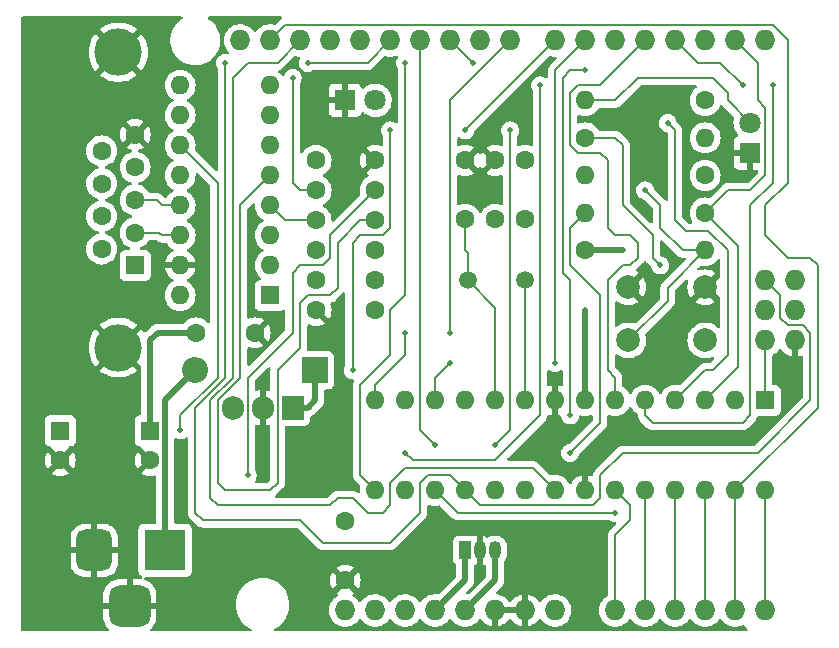
<source format=gtl>
G04 #@! TF.GenerationSoftware,KiCad,Pcbnew,6.0.2+dfsg-1*
G04 #@! TF.CreationDate,2022-10-31T09:01:27+01:00*
G04 #@! TF.ProjectId,FreeduinoSerial,46726565-6475-4696-9e6f-53657269616c,rev?*
G04 #@! TF.SameCoordinates,Original*
G04 #@! TF.FileFunction,Copper,L1,Top*
G04 #@! TF.FilePolarity,Positive*
%FSLAX46Y46*%
G04 Gerber Fmt 4.6, Leading zero omitted, Abs format (unit mm)*
G04 Created by KiCad (PCBNEW 6.0.2+dfsg-1) date 2022-10-31 09:01:27*
%MOMM*%
%LPD*%
G01*
G04 APERTURE LIST*
G04 Aperture macros list*
%AMRoundRect*
0 Rectangle with rounded corners*
0 $1 Rounding radius*
0 $2 $3 $4 $5 $6 $7 $8 $9 X,Y pos of 4 corners*
0 Add a 4 corners polygon primitive as box body*
4,1,4,$2,$3,$4,$5,$6,$7,$8,$9,$2,$3,0*
0 Add four circle primitives for the rounded corners*
1,1,$1+$1,$2,$3*
1,1,$1+$1,$4,$5*
1,1,$1+$1,$6,$7*
1,1,$1+$1,$8,$9*
0 Add four rect primitives between the rounded corners*
20,1,$1+$1,$2,$3,$4,$5,0*
20,1,$1+$1,$4,$5,$6,$7,0*
20,1,$1+$1,$6,$7,$8,$9,0*
20,1,$1+$1,$8,$9,$2,$3,0*%
G04 Aperture macros list end*
G04 #@! TA.AperFunction,ComponentPad*
%ADD10C,1.600000*%
G04 #@! TD*
G04 #@! TA.AperFunction,ComponentPad*
%ADD11O,1.600000X1.600000*%
G04 #@! TD*
G04 #@! TA.AperFunction,ComponentPad*
%ADD12R,1.050000X1.500000*%
G04 #@! TD*
G04 #@! TA.AperFunction,ComponentPad*
%ADD13O,1.050000X1.500000*%
G04 #@! TD*
G04 #@! TA.AperFunction,ComponentPad*
%ADD14R,1.800000X1.800000*%
G04 #@! TD*
G04 #@! TA.AperFunction,ComponentPad*
%ADD15C,1.800000*%
G04 #@! TD*
G04 #@! TA.AperFunction,ComponentPad*
%ADD16R,1.905000X2.000000*%
G04 #@! TD*
G04 #@! TA.AperFunction,ComponentPad*
%ADD17O,1.905000X2.000000*%
G04 #@! TD*
G04 #@! TA.AperFunction,ComponentPad*
%ADD18R,1.600000X1.600000*%
G04 #@! TD*
G04 #@! TA.AperFunction,ComponentPad*
%ADD19R,2.200000X2.200000*%
G04 #@! TD*
G04 #@! TA.AperFunction,ComponentPad*
%ADD20O,2.200000X2.200000*%
G04 #@! TD*
G04 #@! TA.AperFunction,ComponentPad*
%ADD21C,2.000000*%
G04 #@! TD*
G04 #@! TA.AperFunction,ComponentPad*
%ADD22R,3.500000X3.500000*%
G04 #@! TD*
G04 #@! TA.AperFunction,ComponentPad*
%ADD23O,1.727200X1.727200*%
G04 #@! TD*
G04 #@! TA.AperFunction,ComponentPad*
%ADD24C,4.000000*%
G04 #@! TD*
G04 #@! TA.AperFunction,ComponentPad*
%ADD25RoundRect,0.750000X-0.750000X-1.000000X0.750000X-1.000000X0.750000X1.000000X-0.750000X1.000000X0*%
G04 #@! TD*
G04 #@! TA.AperFunction,ComponentPad*
%ADD26RoundRect,0.875000X-0.875000X-0.875000X0.875000X-0.875000X0.875000X0.875000X-0.875000X0.875000X0*%
G04 #@! TD*
G04 #@! TA.AperFunction,ComponentPad*
%ADD27C,1.500000*%
G04 #@! TD*
G04 #@! TA.AperFunction,ViaPad*
%ADD28C,0.500000*%
G04 #@! TD*
G04 #@! TA.AperFunction,Conductor*
%ADD29C,0.200000*%
G04 #@! TD*
G04 #@! TA.AperFunction,Conductor*
%ADD30C,0.500000*%
G04 #@! TD*
G04 APERTURE END LIST*
D10*
X168910000Y-74930000D03*
X163910000Y-74930000D03*
X196850000Y-57150000D03*
D11*
X186690000Y-57150000D03*
D10*
X166370000Y-92790000D03*
X166370000Y-97790000D03*
X186690000Y-69850000D03*
D11*
X196850000Y-69850000D03*
D12*
X176530000Y-95250000D03*
D13*
X177800000Y-95250000D03*
X179070000Y-95250000D03*
D14*
X200660000Y-61595000D03*
D15*
X200660000Y-59055000D03*
D16*
X161925000Y-83185000D03*
D17*
X159385000Y-83185000D03*
X156845000Y-83185000D03*
D11*
X201930000Y-90170000D03*
X199390000Y-90170000D03*
X196850000Y-90170000D03*
X194310000Y-90170000D03*
X191770000Y-90170000D03*
X189230000Y-90170000D03*
X186690000Y-90170000D03*
X184150000Y-90170000D03*
X181610000Y-90170000D03*
X179070000Y-90170000D03*
X176530000Y-90170000D03*
X173990000Y-90170000D03*
X171450000Y-90170000D03*
X168910000Y-90170000D03*
X168910000Y-82550000D03*
X171450000Y-82550000D03*
X173990000Y-82550000D03*
X176530000Y-82550000D03*
X179070000Y-82550000D03*
X181610000Y-82550000D03*
X184150000Y-82550000D03*
X186690000Y-82550000D03*
X189230000Y-82550000D03*
X191770000Y-82550000D03*
X194310000Y-82550000D03*
X196850000Y-82550000D03*
X199390000Y-82550000D03*
D18*
X201930000Y-82550000D03*
X142240000Y-85130000D03*
D10*
X142240000Y-87630000D03*
X181610000Y-67230000D03*
X181610000Y-62230000D03*
X163910000Y-62230000D03*
X168910000Y-62230000D03*
X196850000Y-66675000D03*
D11*
X186690000Y-66675000D03*
D10*
X163910000Y-64770000D03*
X168910000Y-64770000D03*
X196850000Y-63500000D03*
D11*
X186690000Y-63500000D03*
D10*
X163910000Y-67310000D03*
X168910000Y-67310000D03*
D14*
X166370000Y-57150000D03*
D15*
X168910000Y-57150000D03*
D10*
X176530000Y-67230000D03*
X176530000Y-62230000D03*
X179070000Y-67230000D03*
X179070000Y-62230000D03*
X168910000Y-69850000D03*
X163910000Y-69850000D03*
X186690000Y-60325000D03*
D11*
X196850000Y-60325000D03*
D19*
X163830000Y-80010000D03*
D20*
X153670000Y-80010000D03*
D10*
X153750000Y-76835000D03*
X158750000Y-76835000D03*
D21*
X196850000Y-77470000D03*
X190350000Y-77470000D03*
X190350000Y-72970000D03*
X196850000Y-72970000D03*
D22*
X151130000Y-95250000D03*
D23*
X184150000Y-100330000D03*
D10*
X148590000Y-68350000D03*
D23*
X160020000Y-52070000D03*
X157480000Y-52070000D03*
X201930000Y-74930000D03*
D10*
X148590000Y-65580000D03*
D23*
X201930000Y-77470000D03*
X171450000Y-100330000D03*
X204470000Y-74930000D03*
X201930000Y-72390000D03*
X168910000Y-100330000D03*
D24*
X147170000Y-78080000D03*
X147170000Y-53080000D03*
D10*
X148590000Y-60040000D03*
D25*
X145130000Y-95250000D03*
D26*
X148130000Y-99950000D03*
D23*
X204470000Y-77470000D03*
X181610000Y-100330000D03*
X179070000Y-100330000D03*
X165100000Y-52070000D03*
D10*
X148590000Y-62810000D03*
D23*
X167640000Y-52070000D03*
X170180000Y-52070000D03*
X172720000Y-52070000D03*
X175260000Y-52070000D03*
X177800000Y-52070000D03*
X180340000Y-52070000D03*
X184150000Y-52070000D03*
X186690000Y-52070000D03*
X189230000Y-52070000D03*
X191770000Y-52070000D03*
X194310000Y-52070000D03*
X196850000Y-52070000D03*
X199390000Y-52070000D03*
X201930000Y-52070000D03*
X162560000Y-52070000D03*
X201930000Y-100330000D03*
X199390000Y-100330000D03*
X196850000Y-100330000D03*
X194310000Y-100330000D03*
X191770000Y-100330000D03*
X189230000Y-100330000D03*
D10*
X145750000Y-61425000D03*
X145750000Y-64195000D03*
X145750000Y-66965000D03*
X145750000Y-69735000D03*
D23*
X204470000Y-72390000D03*
X176530000Y-100330000D03*
X173990000Y-100330000D03*
D18*
X148590000Y-71120000D03*
D23*
X166370000Y-100330000D03*
D10*
X168910000Y-72390000D03*
X163910000Y-72390000D03*
D27*
X181610000Y-72390000D03*
X176730000Y-72390000D03*
D18*
X149860000Y-85130000D03*
D10*
X149860000Y-87630000D03*
D18*
X160020000Y-73660000D03*
D11*
X160020000Y-71120000D03*
X160020000Y-68580000D03*
X160020000Y-66040000D03*
X160020000Y-63500000D03*
X160020000Y-60960000D03*
X160020000Y-58420000D03*
X160020000Y-55880000D03*
X152400000Y-55880000D03*
X152400000Y-58420000D03*
X152400000Y-60960000D03*
X152400000Y-63500000D03*
X152400000Y-66040000D03*
X152400000Y-68580000D03*
X152400000Y-71120000D03*
X152400000Y-73660000D03*
D28*
X165100000Y-76835000D03*
X204470000Y-80010000D03*
X199390000Y-85725000D03*
X196850000Y-85725000D03*
X194310000Y-85725000D03*
X191770000Y-85725000D03*
X183515000Y-97790000D03*
X184785000Y-96520000D03*
X186055000Y-95250000D03*
X193040000Y-61595000D03*
X191135000Y-61595000D03*
X193040000Y-63500000D03*
X191135000Y-63500000D03*
X193675000Y-59055000D03*
X202565000Y-55880000D03*
X200025000Y-55880000D03*
X185420000Y-83820000D03*
X186690000Y-54610000D03*
X184150000Y-79375000D03*
X175260000Y-79375000D03*
X167005000Y-80010000D03*
X176530000Y-59690000D03*
X170180000Y-59690000D03*
X171450000Y-76835000D03*
X175260000Y-76835000D03*
X171450000Y-53975000D03*
X171450000Y-86995000D03*
X182880000Y-55880000D03*
X177165000Y-53975000D03*
X173990000Y-86360000D03*
X189230000Y-92075000D03*
X163195000Y-53975000D03*
X156210000Y-53975000D03*
X193040000Y-71120000D03*
X179070000Y-86360000D03*
X180340000Y-59690000D03*
X186690000Y-74930000D03*
X189865000Y-69850000D03*
X186690000Y-86995000D03*
X163830000Y-86360000D03*
X163830000Y-88265000D03*
X182880000Y-85725000D03*
X161925000Y-86360000D03*
X165735000Y-84455000D03*
X182245000Y-86360000D03*
X163830000Y-84455000D03*
X181610000Y-86995000D03*
X183515000Y-85090000D03*
X165735000Y-86360000D03*
X165735000Y-88265000D03*
X186690000Y-88265000D03*
X165735000Y-82550000D03*
X158115000Y-88900000D03*
X191770000Y-64770000D03*
X185420000Y-86995000D03*
X152400000Y-85090000D03*
X161925000Y-55245000D03*
D29*
X171450000Y-86995000D02*
X172085000Y-87630000D01*
X172085000Y-87630000D02*
X179070000Y-87630000D01*
X179070000Y-87630000D02*
X182880000Y-83820000D01*
X182880000Y-83820000D02*
X182880000Y-55880000D01*
X201295000Y-53975000D02*
X201295000Y-57150000D01*
X201930000Y-63500000D02*
X200660000Y-64770000D01*
X201295000Y-57150000D02*
X201930000Y-57785000D01*
X199644000Y-69469000D02*
X196850000Y-66675000D01*
X198755000Y-64770000D02*
X200660000Y-64770000D01*
X196850000Y-82550000D02*
X199644000Y-79756000D01*
X196850000Y-66675000D02*
X198755000Y-64770000D01*
X199390000Y-52070000D02*
X201295000Y-53975000D01*
X201930000Y-57785000D02*
X201930000Y-63500000D01*
X199644000Y-79756000D02*
X199644000Y-69469000D01*
X194310000Y-82550000D02*
X196850000Y-80010000D01*
X197104000Y-68199000D02*
X195199000Y-68199000D01*
X196850000Y-80010000D02*
X197485000Y-80010000D01*
X194310000Y-67310000D02*
X194310000Y-59690000D01*
X194310000Y-59690000D02*
X193675000Y-59055000D01*
X195199000Y-68199000D02*
X194310000Y-67310000D01*
X198755000Y-69850000D02*
X197104000Y-68199000D01*
X198755000Y-78740000D02*
X198755000Y-69850000D01*
X197485000Y-80010000D02*
X198755000Y-78740000D01*
X200025000Y-55880000D02*
X198120000Y-53975000D01*
X191770000Y-82550000D02*
X191770000Y-83820000D01*
X192405000Y-84455000D02*
X200025000Y-84455000D01*
X200660000Y-66040000D02*
X202565000Y-64135000D01*
X200025000Y-84455000D02*
X200660000Y-83820000D01*
X202565000Y-64135000D02*
X202565000Y-55880000D01*
X198120000Y-53975000D02*
X196215000Y-53975000D01*
X196215000Y-53975000D02*
X194310000Y-52070000D01*
X200660000Y-83820000D02*
X200660000Y-66040000D01*
X191770000Y-83820000D02*
X192405000Y-84455000D01*
X187960000Y-55880000D02*
X186055000Y-55880000D01*
X185420000Y-60960000D02*
X186055000Y-61595000D01*
X185420000Y-56515000D02*
X185420000Y-60960000D01*
X190500000Y-68580000D02*
X191135000Y-69215000D01*
X188595000Y-67945000D02*
X189230000Y-68580000D01*
X188595000Y-72390000D02*
X188595000Y-80010000D01*
X191135000Y-69215000D02*
X191135000Y-70485000D01*
X190500000Y-71120000D02*
X189865000Y-71120000D01*
X188595000Y-62230000D02*
X188595000Y-67945000D01*
X187960000Y-61595000D02*
X188595000Y-62230000D01*
X188595000Y-80010000D02*
X189230000Y-80645000D01*
X189230000Y-80645000D02*
X189230000Y-82550000D01*
X191135000Y-70485000D02*
X190500000Y-71120000D01*
X191770000Y-52070000D02*
X187960000Y-55880000D01*
X186055000Y-55880000D02*
X185420000Y-56515000D01*
X189865000Y-71120000D02*
X188595000Y-72390000D01*
X189230000Y-68580000D02*
X190500000Y-68580000D01*
X186055000Y-61595000D02*
X187960000Y-61595000D01*
X185420000Y-54610000D02*
X186690000Y-54610000D01*
X184785000Y-55245000D02*
X185420000Y-54610000D01*
X185420000Y-72390000D02*
X184785000Y-71755000D01*
X185420000Y-83820000D02*
X185420000Y-72390000D01*
X184785000Y-71755000D02*
X184785000Y-55245000D01*
X184150000Y-54610000D02*
X186690000Y-52070000D01*
X173990000Y-80645000D02*
X173990000Y-82550000D01*
X184150000Y-79375000D02*
X184150000Y-54610000D01*
X175260000Y-79375000D02*
X173990000Y-80645000D01*
X167005000Y-69215000D02*
X167653942Y-68566058D01*
X167005000Y-80010000D02*
X167005000Y-69215000D01*
X176530000Y-59690000D02*
X184150000Y-52070000D01*
X168261058Y-68566058D02*
X169549580Y-68575420D01*
X167653942Y-68566058D02*
X168261058Y-68566058D01*
X169549580Y-68575420D02*
X170180000Y-67945000D01*
X170180000Y-67945000D02*
X170180000Y-59690000D01*
X168910000Y-81280000D02*
X168910000Y-82550000D01*
X175260000Y-57150000D02*
X180340000Y-52070000D01*
X175260000Y-76835000D02*
X175260000Y-57150000D01*
X171450000Y-78740000D02*
X168910000Y-81280000D01*
X171450000Y-76835000D02*
X171450000Y-78740000D01*
X167640000Y-81280000D02*
X167640000Y-88900000D01*
X170180000Y-78740000D02*
X167640000Y-81280000D01*
X171450000Y-53975000D02*
X171450000Y-73660000D01*
X167640000Y-88900000D02*
X168910000Y-90170000D01*
X170180000Y-74930000D02*
X170180000Y-78740000D01*
X171450000Y-73660000D02*
X170180000Y-74930000D01*
X175260000Y-52070000D02*
X177165000Y-53975000D01*
D30*
X163830000Y-82550000D02*
X163830000Y-80010000D01*
X149860000Y-77470000D02*
X150495000Y-76835000D01*
X161925000Y-83185000D02*
X163195000Y-83185000D01*
X150495000Y-76835000D02*
X153750000Y-76835000D01*
X149860000Y-85130000D02*
X149860000Y-77470000D01*
X163195000Y-83185000D02*
X163830000Y-82550000D01*
D29*
X175895000Y-92075000D02*
X173990000Y-90170000D01*
X172720000Y-85090000D02*
X172720000Y-52070000D01*
X189230000Y-92075000D02*
X175895000Y-92075000D01*
X173990000Y-86360000D02*
X172720000Y-85090000D01*
X177800000Y-91440000D02*
X187325000Y-91440000D01*
X170180000Y-94615000D02*
X164465000Y-94615000D01*
X176530000Y-90170000D02*
X177800000Y-91440000D01*
X153670000Y-92075000D02*
X153670000Y-83185000D01*
X189865000Y-86995000D02*
X187960000Y-88900000D01*
X205105000Y-76200000D02*
X205740000Y-76835000D01*
X173355000Y-88900000D02*
X172720000Y-89535000D01*
X154305000Y-82550000D02*
X154347333Y-82550000D01*
X175260000Y-88900000D02*
X173355000Y-88900000D01*
X201295000Y-86995000D02*
X189865000Y-86995000D01*
X154347333Y-82550000D02*
X156210000Y-80645000D01*
X164465000Y-94615000D02*
X162560000Y-92710000D01*
X203835000Y-76200000D02*
X205105000Y-76200000D01*
X172720000Y-89535000D02*
X172720000Y-92075000D01*
X156210000Y-80645000D02*
X156210000Y-53975000D01*
X163195000Y-53975000D02*
X168275000Y-53975000D01*
X205740000Y-82550000D02*
X201295000Y-86995000D01*
X187960000Y-90805000D02*
X187325000Y-91440000D01*
X203200000Y-73660000D02*
X203200000Y-75565000D01*
X176530000Y-90170000D02*
X175260000Y-88900000D01*
X153670000Y-83185000D02*
X154305000Y-82550000D01*
X162560000Y-92710000D02*
X154305000Y-92710000D01*
X205740000Y-76835000D02*
X205740000Y-82550000D01*
X187960000Y-88900000D02*
X187960000Y-90805000D01*
X154305000Y-92710000D02*
X153670000Y-92075000D01*
X172720000Y-92075000D02*
X170180000Y-94615000D01*
X201930000Y-72390000D02*
X203200000Y-73660000D01*
X168275000Y-53975000D02*
X170180000Y-52070000D01*
X203200000Y-75565000D02*
X203835000Y-76200000D01*
X180340000Y-85090000D02*
X180340000Y-59690000D01*
X189230000Y-60325000D02*
X186690000Y-60325000D01*
X189865000Y-66040000D02*
X189865000Y-60960000D01*
X192405000Y-68580000D02*
X189865000Y-66040000D01*
X189865000Y-60960000D02*
X189230000Y-60325000D01*
X179070000Y-86360000D02*
X180340000Y-85090000D01*
X193040000Y-71120000D02*
X192405000Y-70485000D01*
X192405000Y-70485000D02*
X192405000Y-68580000D01*
X190500000Y-92710000D02*
X190500000Y-91440000D01*
X190500000Y-91440000D02*
X189230000Y-90170000D01*
X189230000Y-93980000D02*
X190500000Y-92710000D01*
X189230000Y-100330000D02*
X189230000Y-93980000D01*
X191770000Y-90170000D02*
X191770000Y-100330000D01*
X194310000Y-100330000D02*
X194310000Y-90170000D01*
X196850000Y-100330000D02*
X196850000Y-90170000D01*
X206375000Y-83185000D02*
X199390000Y-90170000D01*
X205740000Y-70485000D02*
X206375000Y-71120000D01*
X201930000Y-68580000D02*
X203835000Y-70485000D01*
X206375000Y-71120000D02*
X206375000Y-83185000D01*
X203835000Y-52070000D02*
X203835000Y-64135000D01*
X205740000Y-70485000D02*
X203835000Y-70485000D01*
X160020000Y-52070000D02*
X161290000Y-50800000D01*
X199390000Y-90170000D02*
X199390000Y-100330000D01*
X203835000Y-64135000D02*
X201930000Y-66040000D01*
X201930000Y-66040000D02*
X201930000Y-68580000D01*
X202565000Y-50800000D02*
X203835000Y-52070000D01*
X161290000Y-50800000D02*
X202565000Y-50800000D01*
X201930000Y-100330000D02*
X201930000Y-90170000D01*
D30*
X179070000Y-97790000D02*
X179070000Y-95250000D01*
X186690000Y-74930000D02*
X186690000Y-82550000D01*
X189865000Y-69850000D02*
X186690000Y-69850000D01*
X176530000Y-100330000D02*
X179070000Y-97790000D01*
X176530000Y-97790000D02*
X176530000Y-95250000D01*
X173990000Y-100330000D02*
X176530000Y-97790000D01*
D29*
X181610000Y-82550000D02*
X181610000Y-72390000D01*
X150876000Y-68580000D02*
X150646000Y-68350000D01*
X152400000Y-68580000D02*
X150876000Y-68580000D01*
X150646000Y-68350000D02*
X148590000Y-68350000D01*
X150876000Y-66040000D02*
X152400000Y-66040000D01*
X150416000Y-65580000D02*
X150876000Y-66040000D01*
X148590000Y-65580000D02*
X150416000Y-65580000D01*
X179070000Y-74730000D02*
X176730000Y-72390000D01*
X176730000Y-72390000D02*
X176730000Y-70050000D01*
X176530000Y-69850000D02*
X176530000Y-67230000D01*
X176730000Y-70050000D02*
X176530000Y-69850000D01*
X179070000Y-82550000D02*
X179070000Y-74730000D01*
D30*
X151130000Y-82550000D02*
X151130000Y-95250000D01*
X153670000Y-80010000D02*
X151130000Y-82550000D01*
D29*
X154940000Y-90805000D02*
X155575000Y-91440000D01*
X165735000Y-90805000D02*
X167005000Y-90805000D01*
X158115000Y-53975000D02*
X156845000Y-55245000D01*
X182245000Y-88265000D02*
X184150000Y-90170000D01*
X155575000Y-91440000D02*
X165100000Y-91440000D01*
X168275000Y-92075000D02*
X169545000Y-92075000D01*
X171450000Y-88265000D02*
X182245000Y-88265000D01*
X154940000Y-82550000D02*
X154940000Y-90805000D01*
X170180000Y-91440000D02*
X170180000Y-89535000D01*
X160655000Y-53975000D02*
X158115000Y-53975000D01*
X156845000Y-80645000D02*
X154940000Y-82550000D01*
X156845000Y-55245000D02*
X156845000Y-80645000D01*
X165100000Y-91440000D02*
X165735000Y-90805000D01*
X162560000Y-52070000D02*
X160655000Y-53975000D01*
X169545000Y-92075000D02*
X170180000Y-91440000D01*
X170180000Y-89535000D02*
X171450000Y-88265000D01*
X167005000Y-90805000D02*
X168275000Y-92075000D01*
X191770000Y-64770000D02*
X193040000Y-66040000D01*
X194945000Y-69850000D02*
X193040000Y-67945000D01*
X193675000Y-74145000D02*
X193675000Y-73025000D01*
X165100000Y-70485000D02*
X164465000Y-71120000D01*
X190350000Y-77470000D02*
X193675000Y-74145000D01*
X168910000Y-64770000D02*
X165100000Y-68580000D01*
X162560000Y-71120000D02*
X161925000Y-71755000D01*
X165100000Y-68580000D02*
X165100000Y-70485000D01*
X193040000Y-66040000D02*
X193040000Y-67945000D01*
X164465000Y-71120000D02*
X162560000Y-71120000D01*
X161925000Y-71755000D02*
X161925000Y-76835000D01*
X194945000Y-69850000D02*
X196850000Y-69850000D01*
X161925000Y-76835000D02*
X158115000Y-80645000D01*
X158115000Y-80645000D02*
X158115000Y-88900000D01*
X193675000Y-73025000D02*
X196850000Y-69850000D01*
X201930000Y-82550000D02*
X201930000Y-77470000D01*
X163910000Y-67310000D02*
X161290000Y-67310000D01*
X161290000Y-67310000D02*
X160020000Y-66040000D01*
X157480000Y-80645000D02*
X155575000Y-82550000D01*
X165735000Y-73025000D02*
X165735000Y-69215000D01*
X162560000Y-74295000D02*
X162560000Y-78105000D01*
X163195000Y-73660000D02*
X162560000Y-74295000D01*
X160655000Y-89535000D02*
X160655000Y-80010000D01*
X156210000Y-90170000D02*
X160020000Y-90170000D01*
X157480000Y-66040000D02*
X157480000Y-80645000D01*
X155575000Y-82550000D02*
X155575000Y-89535000D01*
X165100000Y-73660000D02*
X163195000Y-73660000D01*
X160020000Y-90170000D02*
X160655000Y-89535000D01*
X155575000Y-89535000D02*
X156210000Y-90170000D01*
X160655000Y-80010000D02*
X162560000Y-78105000D01*
X167640000Y-67310000D02*
X168910000Y-67310000D01*
X165735000Y-69215000D02*
X167640000Y-67310000D01*
X165735000Y-73025000D02*
X165100000Y-73660000D01*
X160020000Y-63500000D02*
X157480000Y-66040000D01*
X198755000Y-56515000D02*
X197485000Y-55245000D01*
X186690000Y-57150000D02*
X189230000Y-57150000D01*
X198755000Y-57150000D02*
X198755000Y-56515000D01*
X189230000Y-57150000D02*
X191135000Y-55245000D01*
X200660000Y-59055000D02*
X198755000Y-57150000D01*
X191135000Y-55245000D02*
X197485000Y-55245000D01*
X186690000Y-66675000D02*
X185420000Y-67945000D01*
X187960000Y-84455000D02*
X185420000Y-86995000D01*
X155575000Y-64135000D02*
X152400000Y-60960000D01*
X155575000Y-80645000D02*
X155575000Y-64135000D01*
X152400000Y-83820000D02*
X155575000Y-80645000D01*
X185420000Y-67945000D02*
X185420000Y-71120000D01*
X187960000Y-73660000D02*
X187960000Y-84455000D01*
X185420000Y-71120000D02*
X187960000Y-73660000D01*
X152400000Y-85090000D02*
X152400000Y-83820000D01*
X162560000Y-64770000D02*
X163910000Y-64770000D01*
X161925000Y-55245000D02*
X161925000Y-64135000D01*
X161925000Y-64135000D02*
X162560000Y-64770000D01*
G04 #@! TA.AperFunction,Conductor*
G36*
X152563976Y-50058002D02*
G01*
X152610469Y-50111658D01*
X152620573Y-50181932D01*
X152591079Y-50246512D01*
X152568307Y-50267086D01*
X152339977Y-50427559D01*
X152129378Y-50623260D01*
X151947287Y-50845732D01*
X151797073Y-51090858D01*
X151795347Y-51094791D01*
X151795346Y-51094792D01*
X151790059Y-51106837D01*
X151681517Y-51354102D01*
X151602756Y-51630594D01*
X151562249Y-51915216D01*
X151562227Y-51919505D01*
X151562226Y-51919512D01*
X151560765Y-52198417D01*
X151560743Y-52202703D01*
X151598268Y-52487734D01*
X151674129Y-52765036D01*
X151675813Y-52768984D01*
X151726049Y-52886759D01*
X151786923Y-53029476D01*
X151839871Y-53117945D01*
X151921835Y-53254897D01*
X151934561Y-53276161D01*
X152114313Y-53500528D01*
X152322851Y-53698423D01*
X152482148Y-53812890D01*
X152530252Y-53847456D01*
X152556317Y-53866186D01*
X152560112Y-53868195D01*
X152560113Y-53868196D01*
X152581869Y-53879715D01*
X152810392Y-54000712D01*
X153080373Y-54099511D01*
X153361264Y-54160755D01*
X153389841Y-54163004D01*
X153584282Y-54178307D01*
X153584291Y-54178307D01*
X153586739Y-54178500D01*
X153742271Y-54178500D01*
X153744407Y-54178354D01*
X153744418Y-54178354D01*
X153952548Y-54164165D01*
X153952554Y-54164164D01*
X153956825Y-54163873D01*
X153961020Y-54163004D01*
X153961022Y-54163004D01*
X154195370Y-54114473D01*
X154238342Y-54105574D01*
X154509343Y-54009607D01*
X154764812Y-53877750D01*
X154768313Y-53875289D01*
X154768317Y-53875287D01*
X154894783Y-53786405D01*
X155000023Y-53712441D01*
X155129909Y-53591743D01*
X155207479Y-53519661D01*
X155207481Y-53519658D01*
X155210622Y-53516740D01*
X155392713Y-53294268D01*
X155538118Y-53056989D01*
X155540686Y-53052799D01*
X155542927Y-53049142D01*
X155573597Y-52979275D01*
X155656757Y-52789830D01*
X155658483Y-52785898D01*
X155661196Y-52776376D01*
X155736068Y-52513534D01*
X155737244Y-52509406D01*
X155777751Y-52224784D01*
X155777845Y-52206951D01*
X155779235Y-51941583D01*
X155779235Y-51941576D01*
X155779257Y-51937297D01*
X155766463Y-51840113D01*
X155742292Y-51656522D01*
X155741732Y-51652266D01*
X155665871Y-51374964D01*
X155618720Y-51264420D01*
X155554763Y-51114476D01*
X155554761Y-51114472D01*
X155553077Y-51110524D01*
X155460794Y-50956330D01*
X155407643Y-50867521D01*
X155407640Y-50867517D01*
X155405439Y-50863839D01*
X155225687Y-50639472D01*
X155017149Y-50441577D01*
X154877910Y-50341523D01*
X154787178Y-50276325D01*
X154787174Y-50276322D01*
X154783683Y-50273814D01*
X154779882Y-50271801D01*
X154778728Y-50271086D01*
X154731374Y-50218189D01*
X154720135Y-50148087D01*
X154748580Y-50083038D01*
X154807677Y-50043694D01*
X154845126Y-50038000D01*
X160914238Y-50038000D01*
X160982359Y-50058002D01*
X161028852Y-50111658D01*
X161038956Y-50181932D01*
X161009462Y-50246512D01*
X160983023Y-50268344D01*
X160983124Y-50268476D01*
X160979723Y-50271086D01*
X160976571Y-50273504D01*
X160976568Y-50273506D01*
X160887928Y-50341523D01*
X160887925Y-50341526D01*
X160856013Y-50366013D01*
X160850983Y-50372568D01*
X160836548Y-50391379D01*
X160825681Y-50403770D01*
X160515703Y-50713748D01*
X160453391Y-50747774D01*
X160384552Y-50743427D01*
X160376573Y-50740602D01*
X160376569Y-50740601D01*
X160371698Y-50738876D01*
X160260633Y-50719092D01*
X160154657Y-50700214D01*
X160154653Y-50700214D01*
X160149569Y-50699308D01*
X160077574Y-50698429D01*
X159929129Y-50696615D01*
X159929127Y-50696615D01*
X159923959Y-50696552D01*
X159700929Y-50730680D01*
X159486468Y-50800777D01*
X159286335Y-50904960D01*
X159282202Y-50908063D01*
X159282199Y-50908065D01*
X159136414Y-51017523D01*
X159105905Y-51040430D01*
X159053604Y-51095160D01*
X159004902Y-51146124D01*
X158950024Y-51203550D01*
X158947112Y-51207819D01*
X158947106Y-51207827D01*
X158853503Y-51345043D01*
X158798592Y-51390046D01*
X158728067Y-51398217D01*
X158664320Y-51366963D01*
X158643623Y-51342479D01*
X158639724Y-51336451D01*
X158570826Y-51229951D01*
X158418977Y-51063071D01*
X158414926Y-51059872D01*
X158414922Y-51059868D01*
X158245966Y-50926434D01*
X158245962Y-50926432D01*
X158241911Y-50923232D01*
X158044383Y-50814191D01*
X157831698Y-50738876D01*
X157781297Y-50729898D01*
X157614657Y-50700214D01*
X157614653Y-50700214D01*
X157609569Y-50699308D01*
X157537574Y-50698429D01*
X157389129Y-50696615D01*
X157389127Y-50696615D01*
X157383959Y-50696552D01*
X157160929Y-50730680D01*
X156946468Y-50800777D01*
X156746335Y-50904960D01*
X156742202Y-50908063D01*
X156742199Y-50908065D01*
X156596414Y-51017523D01*
X156565905Y-51040430D01*
X156513604Y-51095160D01*
X156464902Y-51146124D01*
X156410024Y-51203550D01*
X156282878Y-51389940D01*
X156280704Y-51394624D01*
X156280702Y-51394627D01*
X156191149Y-51587553D01*
X156187881Y-51594593D01*
X156127585Y-51812013D01*
X156103609Y-52036362D01*
X156103906Y-52041514D01*
X156103906Y-52041518D01*
X156109618Y-52140578D01*
X156116597Y-52261614D01*
X156117734Y-52266660D01*
X156117735Y-52266666D01*
X156138984Y-52360952D01*
X156166200Y-52481720D01*
X156168142Y-52486502D01*
X156168143Y-52486506D01*
X156204822Y-52576835D01*
X156251086Y-52690769D01*
X156368975Y-52883147D01*
X156485171Y-53017286D01*
X156490834Y-53023824D01*
X156520317Y-53088410D01*
X156510202Y-53158682D01*
X156463701Y-53212331D01*
X156395577Y-53232322D01*
X156380679Y-53231436D01*
X156286343Y-53220188D01*
X156215329Y-53211720D01*
X156208326Y-53212456D01*
X156208325Y-53212456D01*
X156053101Y-53228770D01*
X156053097Y-53228771D01*
X156046093Y-53229507D01*
X156039422Y-53231778D01*
X155891673Y-53282075D01*
X155891670Y-53282076D01*
X155885003Y-53284346D01*
X155879005Y-53288036D01*
X155879003Y-53288037D01*
X155746065Y-53369821D01*
X155746063Y-53369823D01*
X155740066Y-53373512D01*
X155714187Y-53398855D01*
X155651574Y-53460171D01*
X155618486Y-53492573D01*
X155614675Y-53498487D01*
X155614673Y-53498489D01*
X155534503Y-53622887D01*
X155526304Y-53635610D01*
X155468103Y-53795516D01*
X155446775Y-53964343D01*
X155463381Y-54133699D01*
X155465605Y-54140384D01*
X155465605Y-54140385D01*
X155473516Y-54164165D01*
X155517094Y-54295167D01*
X155520741Y-54301189D01*
X155520742Y-54301191D01*
X155583276Y-54404447D01*
X155601500Y-54469718D01*
X155601500Y-62996761D01*
X155581498Y-63064882D01*
X155527842Y-63111375D01*
X155457568Y-63121479D01*
X155392988Y-63091985D01*
X155386405Y-63085856D01*
X153701681Y-61401132D01*
X153667655Y-61338820D01*
X153669069Y-61279426D01*
X153692119Y-61193402D01*
X153692119Y-61193400D01*
X153693543Y-61188087D01*
X153713498Y-60960000D01*
X153693543Y-60731913D01*
X153692119Y-60726598D01*
X153635707Y-60516067D01*
X153635706Y-60516065D01*
X153634284Y-60510757D01*
X153601920Y-60441351D01*
X153539849Y-60308238D01*
X153539846Y-60308233D01*
X153537523Y-60303251D01*
X153447558Y-60174768D01*
X153409357Y-60120211D01*
X153409355Y-60120208D01*
X153406198Y-60115700D01*
X153244300Y-59953802D01*
X153239792Y-59950645D01*
X153239789Y-59950643D01*
X153138650Y-59879825D01*
X153056749Y-59822477D01*
X153051767Y-59820154D01*
X153051762Y-59820151D01*
X153017543Y-59804195D01*
X152964258Y-59757278D01*
X152944797Y-59689001D01*
X152965339Y-59621041D01*
X153017543Y-59575805D01*
X153051762Y-59559849D01*
X153051767Y-59559846D01*
X153056749Y-59557523D01*
X153178031Y-59472600D01*
X153239789Y-59429357D01*
X153239792Y-59429355D01*
X153244300Y-59426198D01*
X153406198Y-59264300D01*
X153411486Y-59256749D01*
X153516391Y-59106928D01*
X153537523Y-59076749D01*
X153539846Y-59071767D01*
X153539849Y-59071762D01*
X153631961Y-58874225D01*
X153631961Y-58874224D01*
X153634284Y-58869243D01*
X153650558Y-58808510D01*
X153692119Y-58653402D01*
X153692119Y-58653400D01*
X153693543Y-58648087D01*
X153713498Y-58420000D01*
X153693543Y-58191913D01*
X153688763Y-58174075D01*
X153635707Y-57976067D01*
X153635706Y-57976065D01*
X153634284Y-57970757D01*
X153631961Y-57965775D01*
X153539849Y-57768238D01*
X153539846Y-57768233D01*
X153537523Y-57763251D01*
X153449283Y-57637232D01*
X153409357Y-57580211D01*
X153409355Y-57580208D01*
X153406198Y-57575700D01*
X153244300Y-57413802D01*
X153239792Y-57410645D01*
X153239789Y-57410643D01*
X153105310Y-57316480D01*
X153056749Y-57282477D01*
X153051767Y-57280154D01*
X153051762Y-57280151D01*
X153017543Y-57264195D01*
X152964258Y-57217278D01*
X152944797Y-57149001D01*
X152965339Y-57081041D01*
X153017543Y-57035805D01*
X153051762Y-57019849D01*
X153051767Y-57019846D01*
X153056749Y-57017523D01*
X153197216Y-56919167D01*
X153239789Y-56889357D01*
X153239792Y-56889355D01*
X153244300Y-56886198D01*
X153406198Y-56724300D01*
X153416683Y-56709327D01*
X153467287Y-56637056D01*
X153537523Y-56536749D01*
X153539846Y-56531767D01*
X153539849Y-56531762D01*
X153631961Y-56334225D01*
X153631961Y-56334224D01*
X153634284Y-56329243D01*
X153639589Y-56309447D01*
X153692119Y-56113402D01*
X153692119Y-56113400D01*
X153693543Y-56108087D01*
X153713498Y-55880000D01*
X153693543Y-55651913D01*
X153677999Y-55593902D01*
X153635707Y-55436067D01*
X153635706Y-55436065D01*
X153634284Y-55430757D01*
X153616514Y-55392648D01*
X153539849Y-55228238D01*
X153539846Y-55228233D01*
X153537523Y-55223251D01*
X153434341Y-55075892D01*
X153409357Y-55040211D01*
X153409355Y-55040208D01*
X153406198Y-55035700D01*
X153244300Y-54873802D01*
X153239792Y-54870645D01*
X153239789Y-54870643D01*
X153133920Y-54796513D01*
X153056749Y-54742477D01*
X153051767Y-54740154D01*
X153051762Y-54740151D01*
X152854225Y-54648039D01*
X152854224Y-54648039D01*
X152849243Y-54645716D01*
X152843935Y-54644294D01*
X152843933Y-54644293D01*
X152633402Y-54587881D01*
X152633400Y-54587881D01*
X152628087Y-54586457D01*
X152400000Y-54566502D01*
X152171913Y-54586457D01*
X152166600Y-54587881D01*
X152166598Y-54587881D01*
X151956067Y-54644293D01*
X151956065Y-54644294D01*
X151950757Y-54645716D01*
X151945776Y-54648039D01*
X151945775Y-54648039D01*
X151748238Y-54740151D01*
X151748233Y-54740154D01*
X151743251Y-54742477D01*
X151666080Y-54796513D01*
X151560211Y-54870643D01*
X151560208Y-54870645D01*
X151555700Y-54873802D01*
X151393802Y-55035700D01*
X151390645Y-55040208D01*
X151390643Y-55040211D01*
X151365659Y-55075892D01*
X151262477Y-55223251D01*
X151260154Y-55228233D01*
X151260151Y-55228238D01*
X151183486Y-55392648D01*
X151165716Y-55430757D01*
X151164294Y-55436065D01*
X151164293Y-55436067D01*
X151122001Y-55593902D01*
X151106457Y-55651913D01*
X151086502Y-55880000D01*
X151106457Y-56108087D01*
X151107881Y-56113400D01*
X151107881Y-56113402D01*
X151160412Y-56309447D01*
X151165716Y-56329243D01*
X151168039Y-56334224D01*
X151168039Y-56334225D01*
X151260151Y-56531762D01*
X151260154Y-56531767D01*
X151262477Y-56536749D01*
X151332713Y-56637056D01*
X151383318Y-56709327D01*
X151393802Y-56724300D01*
X151555700Y-56886198D01*
X151560208Y-56889355D01*
X151560211Y-56889357D01*
X151602784Y-56919167D01*
X151743251Y-57017523D01*
X151748233Y-57019846D01*
X151748238Y-57019849D01*
X151782457Y-57035805D01*
X151835742Y-57082722D01*
X151855203Y-57150999D01*
X151834661Y-57218959D01*
X151782457Y-57264195D01*
X151748238Y-57280151D01*
X151748233Y-57280154D01*
X151743251Y-57282477D01*
X151694690Y-57316480D01*
X151560211Y-57410643D01*
X151560208Y-57410645D01*
X151555700Y-57413802D01*
X151393802Y-57575700D01*
X151390645Y-57580208D01*
X151390643Y-57580211D01*
X151350717Y-57637232D01*
X151262477Y-57763251D01*
X151260154Y-57768233D01*
X151260151Y-57768238D01*
X151168039Y-57965775D01*
X151165716Y-57970757D01*
X151164294Y-57976065D01*
X151164293Y-57976067D01*
X151111237Y-58174075D01*
X151106457Y-58191913D01*
X151086502Y-58420000D01*
X151106457Y-58648087D01*
X151107881Y-58653400D01*
X151107881Y-58653402D01*
X151149443Y-58808510D01*
X151165716Y-58869243D01*
X151168039Y-58874224D01*
X151168039Y-58874225D01*
X151260151Y-59071762D01*
X151260154Y-59071767D01*
X151262477Y-59076749D01*
X151283609Y-59106928D01*
X151388515Y-59256749D01*
X151393802Y-59264300D01*
X151555700Y-59426198D01*
X151560208Y-59429355D01*
X151560211Y-59429357D01*
X151621969Y-59472600D01*
X151743251Y-59557523D01*
X151748233Y-59559846D01*
X151748238Y-59559849D01*
X151782457Y-59575805D01*
X151835742Y-59622722D01*
X151855203Y-59690999D01*
X151834661Y-59758959D01*
X151782457Y-59804195D01*
X151748238Y-59820151D01*
X151748233Y-59820154D01*
X151743251Y-59822477D01*
X151661350Y-59879825D01*
X151560211Y-59950643D01*
X151560208Y-59950645D01*
X151555700Y-59953802D01*
X151393802Y-60115700D01*
X151390645Y-60120208D01*
X151390643Y-60120211D01*
X151352442Y-60174768D01*
X151262477Y-60303251D01*
X151260154Y-60308233D01*
X151260151Y-60308238D01*
X151198080Y-60441351D01*
X151165716Y-60510757D01*
X151164294Y-60516065D01*
X151164293Y-60516067D01*
X151107881Y-60726598D01*
X151106457Y-60731913D01*
X151086502Y-60960000D01*
X151106457Y-61188087D01*
X151107881Y-61193400D01*
X151107881Y-61193402D01*
X151163543Y-61401132D01*
X151165716Y-61409243D01*
X151168039Y-61414224D01*
X151168039Y-61414225D01*
X151260151Y-61611762D01*
X151260154Y-61611767D01*
X151262477Y-61616749D01*
X151301674Y-61672728D01*
X151383405Y-61789451D01*
X151393802Y-61804300D01*
X151555700Y-61966198D01*
X151560208Y-61969355D01*
X151560211Y-61969357D01*
X151599244Y-61996688D01*
X151743251Y-62097523D01*
X151748233Y-62099846D01*
X151748238Y-62099849D01*
X151782457Y-62115805D01*
X151835742Y-62162722D01*
X151855203Y-62230999D01*
X151834661Y-62298959D01*
X151782457Y-62344195D01*
X151748238Y-62360151D01*
X151748233Y-62360154D01*
X151743251Y-62362477D01*
X151678913Y-62407527D01*
X151560211Y-62490643D01*
X151560208Y-62490645D01*
X151555700Y-62493802D01*
X151393802Y-62655700D01*
X151390645Y-62660208D01*
X151390643Y-62660211D01*
X151370980Y-62688293D01*
X151262477Y-62843251D01*
X151260154Y-62848233D01*
X151260151Y-62848238D01*
X151190734Y-62997105D01*
X151165716Y-63050757D01*
X151164294Y-63056065D01*
X151164293Y-63056067D01*
X151111275Y-63253933D01*
X151106457Y-63271913D01*
X151086502Y-63500000D01*
X151106457Y-63728087D01*
X151107881Y-63733400D01*
X151107881Y-63733402D01*
X151163543Y-63941132D01*
X151165716Y-63949243D01*
X151168039Y-63954224D01*
X151168039Y-63954225D01*
X151260151Y-64151762D01*
X151260154Y-64151767D01*
X151262477Y-64156749D01*
X151295989Y-64204609D01*
X151383318Y-64329327D01*
X151393802Y-64344300D01*
X151555700Y-64506198D01*
X151560208Y-64509355D01*
X151560211Y-64509357D01*
X151599797Y-64537075D01*
X151743251Y-64637523D01*
X151748233Y-64639846D01*
X151748238Y-64639849D01*
X151782457Y-64655805D01*
X151835742Y-64702722D01*
X151855203Y-64770999D01*
X151834661Y-64838959D01*
X151782457Y-64884195D01*
X151748238Y-64900151D01*
X151748233Y-64900154D01*
X151743251Y-64902477D01*
X151646216Y-64970422D01*
X151560211Y-65030643D01*
X151560208Y-65030645D01*
X151555700Y-65033802D01*
X151393802Y-65195700D01*
X151390645Y-65200208D01*
X151390643Y-65200211D01*
X151273372Y-65367691D01*
X151217915Y-65412019D01*
X151147295Y-65419328D01*
X151081064Y-65384515D01*
X150880315Y-65183766D01*
X150869448Y-65171375D01*
X150855013Y-65152563D01*
X150849987Y-65146013D01*
X150818075Y-65121526D01*
X150818072Y-65121523D01*
X150785059Y-65096191D01*
X150729429Y-65053504D01*
X150729427Y-65053503D01*
X150722876Y-65048476D01*
X150574851Y-64987162D01*
X150566664Y-64986084D01*
X150566663Y-64986084D01*
X150555458Y-64984609D01*
X150523639Y-64980420D01*
X150455885Y-64971500D01*
X150455882Y-64971500D01*
X150455874Y-64971499D01*
X150424189Y-64967328D01*
X150416000Y-64966250D01*
X150384307Y-64970422D01*
X150367864Y-64971500D01*
X149826899Y-64971500D01*
X149758778Y-64951498D01*
X149723686Y-64917771D01*
X149599357Y-64740211D01*
X149599355Y-64740208D01*
X149596198Y-64735700D01*
X149434300Y-64573802D01*
X149429792Y-64570645D01*
X149429789Y-64570643D01*
X149319603Y-64493490D01*
X149246749Y-64442477D01*
X149241767Y-64440154D01*
X149241762Y-64440151D01*
X149044225Y-64348039D01*
X149044224Y-64348039D01*
X149039243Y-64345716D01*
X149033935Y-64344294D01*
X149033933Y-64344293D01*
X148930981Y-64316707D01*
X148870358Y-64279755D01*
X148839337Y-64215894D01*
X148847765Y-64145400D01*
X148892968Y-64090653D01*
X148930981Y-64073293D01*
X149033933Y-64045707D01*
X149033935Y-64045706D01*
X149039243Y-64044284D01*
X149049119Y-64039679D01*
X149241762Y-63949849D01*
X149241767Y-63949846D01*
X149246749Y-63947523D01*
X149429690Y-63819426D01*
X149429789Y-63819357D01*
X149429792Y-63819355D01*
X149434300Y-63816198D01*
X149596198Y-63654300D01*
X149606110Y-63640145D01*
X149673965Y-63543238D01*
X149727523Y-63466749D01*
X149729846Y-63461767D01*
X149729849Y-63461762D01*
X149821961Y-63264225D01*
X149821961Y-63264224D01*
X149824284Y-63259243D01*
X149829613Y-63239357D01*
X149882119Y-63043402D01*
X149882119Y-63043400D01*
X149883543Y-63038087D01*
X149903498Y-62810000D01*
X149883543Y-62581913D01*
X149878971Y-62564849D01*
X149825707Y-62366067D01*
X149825706Y-62366065D01*
X149824284Y-62360757D01*
X149799048Y-62306637D01*
X149729849Y-62158238D01*
X149729846Y-62158233D01*
X149727523Y-62153251D01*
X149626129Y-62008446D01*
X149599357Y-61970211D01*
X149599355Y-61970208D01*
X149596198Y-61965700D01*
X149434300Y-61803802D01*
X149429792Y-61800645D01*
X149429789Y-61800643D01*
X149266614Y-61686387D01*
X149246749Y-61672477D01*
X149241767Y-61670154D01*
X149241762Y-61670151D01*
X149044225Y-61578039D01*
X149044224Y-61578039D01*
X149039243Y-61575716D01*
X148930014Y-61546448D01*
X148869392Y-61509496D01*
X148838370Y-61445635D01*
X148846799Y-61375141D01*
X148892002Y-61320394D01*
X148930015Y-61303034D01*
X149033761Y-61275236D01*
X149044053Y-61271490D01*
X149241511Y-61179414D01*
X149251006Y-61173931D01*
X149303048Y-61137491D01*
X149311424Y-61127012D01*
X149304356Y-61113566D01*
X148602812Y-60412022D01*
X148588868Y-60404408D01*
X148587035Y-60404539D01*
X148580420Y-60408790D01*
X147874923Y-61114287D01*
X147868493Y-61126062D01*
X147877789Y-61138077D01*
X147928994Y-61173931D01*
X147938489Y-61179414D01*
X148135947Y-61271490D01*
X148146239Y-61275236D01*
X148249985Y-61303034D01*
X148310608Y-61339985D01*
X148341629Y-61403846D01*
X148333201Y-61474340D01*
X148287998Y-61529088D01*
X148249986Y-61546448D01*
X148140757Y-61575716D01*
X148135776Y-61578039D01*
X148135775Y-61578039D01*
X147938238Y-61670151D01*
X147938233Y-61670154D01*
X147933251Y-61672477D01*
X147913386Y-61686387D01*
X147750211Y-61800643D01*
X147750208Y-61800645D01*
X147745700Y-61803802D01*
X147583802Y-61965700D01*
X147580645Y-61970208D01*
X147580643Y-61970211D01*
X147553871Y-62008446D01*
X147452477Y-62153251D01*
X147450154Y-62158233D01*
X147450151Y-62158238D01*
X147380952Y-62306637D01*
X147355716Y-62360757D01*
X147354294Y-62366065D01*
X147354293Y-62366067D01*
X147301029Y-62564849D01*
X147296457Y-62581913D01*
X147276502Y-62810000D01*
X147296457Y-63038087D01*
X147297881Y-63043400D01*
X147297881Y-63043402D01*
X147350388Y-63239357D01*
X147355716Y-63259243D01*
X147358039Y-63264224D01*
X147358039Y-63264225D01*
X147450151Y-63461762D01*
X147450154Y-63461767D01*
X147452477Y-63466749D01*
X147506035Y-63543238D01*
X147573891Y-63640145D01*
X147583802Y-63654300D01*
X147745700Y-63816198D01*
X147750208Y-63819355D01*
X147750211Y-63819357D01*
X147750310Y-63819426D01*
X147933251Y-63947523D01*
X147938233Y-63949846D01*
X147938238Y-63949849D01*
X148130881Y-64039679D01*
X148140757Y-64044284D01*
X148146065Y-64045706D01*
X148146067Y-64045707D01*
X148249019Y-64073293D01*
X148309642Y-64110245D01*
X148340663Y-64174106D01*
X148332235Y-64244600D01*
X148287032Y-64299347D01*
X148249019Y-64316707D01*
X148146067Y-64344293D01*
X148146065Y-64344294D01*
X148140757Y-64345716D01*
X148135776Y-64348039D01*
X148135775Y-64348039D01*
X147938238Y-64440151D01*
X147938233Y-64440154D01*
X147933251Y-64442477D01*
X147860397Y-64493490D01*
X147750211Y-64570643D01*
X147750208Y-64570645D01*
X147745700Y-64573802D01*
X147583802Y-64735700D01*
X147452477Y-64923251D01*
X147450154Y-64928233D01*
X147450151Y-64928238D01*
X147374989Y-65089426D01*
X147355716Y-65130757D01*
X147354294Y-65136065D01*
X147354293Y-65136067D01*
X147301073Y-65334685D01*
X147296457Y-65351913D01*
X147276502Y-65580000D01*
X147296457Y-65808087D01*
X147297881Y-65813400D01*
X147297881Y-65813402D01*
X147345948Y-65992787D01*
X147355716Y-66029243D01*
X147358039Y-66034224D01*
X147358039Y-66034225D01*
X147450151Y-66231762D01*
X147450154Y-66231767D01*
X147452477Y-66236749D01*
X147506035Y-66313238D01*
X147559933Y-66390211D01*
X147583802Y-66424300D01*
X147745700Y-66586198D01*
X147750208Y-66589355D01*
X147750211Y-66589357D01*
X147786782Y-66614964D01*
X147933251Y-66717523D01*
X147938233Y-66719846D01*
X147938238Y-66719849D01*
X148135775Y-66811961D01*
X148140757Y-66814284D01*
X148146065Y-66815706D01*
X148146067Y-66815707D01*
X148249019Y-66843293D01*
X148309642Y-66880245D01*
X148340663Y-66944106D01*
X148332235Y-67014600D01*
X148287032Y-67069347D01*
X148249019Y-67086707D01*
X148146067Y-67114293D01*
X148146065Y-67114294D01*
X148140757Y-67115716D01*
X148135776Y-67118039D01*
X148135775Y-67118039D01*
X147938238Y-67210151D01*
X147938233Y-67210154D01*
X147933251Y-67212477D01*
X147890057Y-67242722D01*
X147750211Y-67340643D01*
X147750208Y-67340645D01*
X147745700Y-67343802D01*
X147583802Y-67505700D01*
X147580645Y-67510208D01*
X147580643Y-67510211D01*
X147550265Y-67553595D01*
X147452477Y-67693251D01*
X147450154Y-67698233D01*
X147450151Y-67698238D01*
X147394084Y-67818476D01*
X147355716Y-67900757D01*
X147354294Y-67906065D01*
X147354293Y-67906067D01*
X147297881Y-68116598D01*
X147296457Y-68121913D01*
X147276502Y-68350000D01*
X147296457Y-68578087D01*
X147297881Y-68583400D01*
X147297881Y-68583402D01*
X147344270Y-68756525D01*
X147355716Y-68799243D01*
X147358039Y-68804224D01*
X147358039Y-68804225D01*
X147450151Y-69001762D01*
X147450154Y-69001767D01*
X147452477Y-69006749D01*
X147522104Y-69106186D01*
X147580496Y-69189578D01*
X147583802Y-69194300D01*
X147745700Y-69356198D01*
X147750208Y-69359355D01*
X147750211Y-69359357D01*
X147828320Y-69414049D01*
X147933251Y-69487523D01*
X147938233Y-69489846D01*
X147938238Y-69489849D01*
X148112923Y-69571305D01*
X148166208Y-69618222D01*
X148185669Y-69686499D01*
X148165127Y-69754459D01*
X148111105Y-69800525D01*
X148059673Y-69811500D01*
X147741866Y-69811500D01*
X147679684Y-69818255D01*
X147543295Y-69869385D01*
X147426739Y-69956739D01*
X147339385Y-70073295D01*
X147288255Y-70209684D01*
X147281500Y-70271866D01*
X147281500Y-71968134D01*
X147288255Y-72030316D01*
X147339385Y-72166705D01*
X147426739Y-72283261D01*
X147543295Y-72370615D01*
X147679684Y-72421745D01*
X147741866Y-72428500D01*
X149438134Y-72428500D01*
X149500316Y-72421745D01*
X149636705Y-72370615D01*
X149753261Y-72283261D01*
X149840615Y-72166705D01*
X149891745Y-72030316D01*
X149898500Y-71968134D01*
X149898500Y-70271866D01*
X149891745Y-70209684D01*
X149840615Y-70073295D01*
X149753261Y-69956739D01*
X149636705Y-69869385D01*
X149500316Y-69818255D01*
X149438134Y-69811500D01*
X149120327Y-69811500D01*
X149052206Y-69791498D01*
X149005713Y-69737842D01*
X148995609Y-69667568D01*
X149025103Y-69602988D01*
X149067077Y-69571305D01*
X149241762Y-69489849D01*
X149241767Y-69489846D01*
X149246749Y-69487523D01*
X149351680Y-69414049D01*
X149429789Y-69359357D01*
X149429792Y-69359355D01*
X149434300Y-69356198D01*
X149596198Y-69194300D01*
X149599505Y-69189578D01*
X149723686Y-69012229D01*
X149779143Y-68967901D01*
X149826899Y-68958500D01*
X150337300Y-68958500D01*
X150405421Y-68978502D01*
X150430848Y-69001894D01*
X150431146Y-69001596D01*
X150436987Y-69007437D01*
X150442013Y-69013987D01*
X150448563Y-69019013D01*
X150473925Y-69038474D01*
X150473928Y-69038477D01*
X150532263Y-69083239D01*
X150569124Y-69111524D01*
X150717149Y-69172838D01*
X150725337Y-69173916D01*
X150735501Y-69175254D01*
X150830578Y-69187771D01*
X150836115Y-69188500D01*
X150836116Y-69188500D01*
X150836126Y-69188501D01*
X150867811Y-69192672D01*
X150876000Y-69193750D01*
X150907693Y-69189578D01*
X150924136Y-69188500D01*
X151163101Y-69188500D01*
X151231222Y-69208502D01*
X151266314Y-69242229D01*
X151389741Y-69418500D01*
X151393802Y-69424300D01*
X151555700Y-69586198D01*
X151560208Y-69589355D01*
X151560211Y-69589357D01*
X151601435Y-69618222D01*
X151743251Y-69717523D01*
X151748233Y-69719846D01*
X151748238Y-69719849D01*
X151783049Y-69736081D01*
X151836334Y-69782998D01*
X151855795Y-69851275D01*
X151835253Y-69919235D01*
X151783049Y-69964471D01*
X151748489Y-69980586D01*
X151738993Y-69986069D01*
X151560533Y-70111028D01*
X151552125Y-70118084D01*
X151398084Y-70272125D01*
X151391028Y-70280533D01*
X151266069Y-70458993D01*
X151260586Y-70468489D01*
X151168510Y-70665947D01*
X151164764Y-70676239D01*
X151118606Y-70848503D01*
X151118942Y-70862599D01*
X151126884Y-70866000D01*
X153667967Y-70866000D01*
X153681498Y-70862027D01*
X153682727Y-70853478D01*
X153635236Y-70676239D01*
X153631490Y-70665947D01*
X153539414Y-70468489D01*
X153533931Y-70458993D01*
X153408972Y-70280533D01*
X153401916Y-70272125D01*
X153247875Y-70118084D01*
X153239467Y-70111028D01*
X153061007Y-69986069D01*
X153051511Y-69980586D01*
X153016951Y-69964471D01*
X152963666Y-69917554D01*
X152944205Y-69849277D01*
X152964747Y-69781317D01*
X153016951Y-69736081D01*
X153051762Y-69719849D01*
X153051767Y-69719846D01*
X153056749Y-69717523D01*
X153198565Y-69618222D01*
X153239789Y-69589357D01*
X153239792Y-69589355D01*
X153244300Y-69586198D01*
X153406198Y-69424300D01*
X153410260Y-69418500D01*
X153503207Y-69285757D01*
X153537523Y-69236749D01*
X153539846Y-69231767D01*
X153539849Y-69231762D01*
X153631961Y-69034225D01*
X153631961Y-69034224D01*
X153634284Y-69029243D01*
X153639104Y-69011257D01*
X153692119Y-68813402D01*
X153692119Y-68813400D01*
X153693543Y-68808087D01*
X153713498Y-68580000D01*
X153693543Y-68351913D01*
X153692119Y-68346598D01*
X153635707Y-68136067D01*
X153635706Y-68136065D01*
X153634284Y-68130757D01*
X153621737Y-68103850D01*
X153539849Y-67928238D01*
X153539846Y-67928233D01*
X153537523Y-67923251D01*
X153429573Y-67769083D01*
X153409357Y-67740211D01*
X153409355Y-67740208D01*
X153406198Y-67735700D01*
X153244300Y-67573802D01*
X153239792Y-67570645D01*
X153239789Y-67570643D01*
X153153013Y-67509882D01*
X153056749Y-67442477D01*
X153051767Y-67440154D01*
X153051762Y-67440151D01*
X153017543Y-67424195D01*
X152964258Y-67377278D01*
X152944797Y-67309001D01*
X152965339Y-67241041D01*
X153017543Y-67195805D01*
X153051762Y-67179849D01*
X153051767Y-67179846D01*
X153056749Y-67177523D01*
X153193294Y-67081913D01*
X153239789Y-67049357D01*
X153239792Y-67049355D01*
X153244300Y-67046198D01*
X153406198Y-66884300D01*
X153426172Y-66855775D01*
X153502316Y-66747030D01*
X153537523Y-66696749D01*
X153539846Y-66691767D01*
X153539849Y-66691762D01*
X153631961Y-66494225D01*
X153631961Y-66494224D01*
X153634284Y-66489243D01*
X153636458Y-66481132D01*
X153692119Y-66273402D01*
X153692119Y-66273400D01*
X153693543Y-66268087D01*
X153713498Y-66040000D01*
X153693543Y-65811913D01*
X153692119Y-65806598D01*
X153635707Y-65596067D01*
X153635706Y-65596065D01*
X153634284Y-65590757D01*
X153612382Y-65543788D01*
X153539849Y-65388238D01*
X153539846Y-65388233D01*
X153537523Y-65383251D01*
X153441993Y-65246820D01*
X153409357Y-65200211D01*
X153409355Y-65200208D01*
X153406198Y-65195700D01*
X153244300Y-65033802D01*
X153239792Y-65030645D01*
X153239789Y-65030643D01*
X153153784Y-64970422D01*
X153056749Y-64902477D01*
X153051767Y-64900154D01*
X153051762Y-64900151D01*
X153017543Y-64884195D01*
X152964258Y-64837278D01*
X152944797Y-64769001D01*
X152965339Y-64701041D01*
X153017543Y-64655805D01*
X153051762Y-64639849D01*
X153051767Y-64639846D01*
X153056749Y-64637523D01*
X153200203Y-64537075D01*
X153239789Y-64509357D01*
X153239792Y-64509355D01*
X153244300Y-64506198D01*
X153406198Y-64344300D01*
X153416683Y-64329327D01*
X153504011Y-64204609D01*
X153537523Y-64156749D01*
X153539846Y-64151767D01*
X153539849Y-64151762D01*
X153631961Y-63954225D01*
X153631961Y-63954224D01*
X153634284Y-63949243D01*
X153636458Y-63941132D01*
X153692119Y-63733402D01*
X153692119Y-63733400D01*
X153693543Y-63728087D01*
X153713498Y-63500000D01*
X153713019Y-63494525D01*
X153713019Y-63494514D01*
X153708584Y-63443825D01*
X153722572Y-63374220D01*
X153771971Y-63323228D01*
X153841097Y-63307037D01*
X153908003Y-63330789D01*
X153923199Y-63343748D01*
X154929595Y-64350144D01*
X154963621Y-64412456D01*
X154966500Y-64439239D01*
X154966500Y-75896812D01*
X154946498Y-75964933D01*
X154892842Y-76011426D01*
X154822568Y-76021530D01*
X154757988Y-75992036D01*
X154751405Y-75985907D01*
X154594300Y-75828802D01*
X154589792Y-75825645D01*
X154589789Y-75825643D01*
X154480243Y-75748938D01*
X154406749Y-75697477D01*
X154401767Y-75695154D01*
X154401762Y-75695151D01*
X154204225Y-75603039D01*
X154204224Y-75603039D01*
X154199243Y-75600716D01*
X154193935Y-75599294D01*
X154193933Y-75599293D01*
X153983402Y-75542881D01*
X153983400Y-75542881D01*
X153978087Y-75541457D01*
X153750000Y-75521502D01*
X153521913Y-75541457D01*
X153516600Y-75542881D01*
X153516598Y-75542881D01*
X153306067Y-75599293D01*
X153306065Y-75599294D01*
X153300757Y-75600716D01*
X153295776Y-75603039D01*
X153295775Y-75603039D01*
X153098238Y-75695151D01*
X153098233Y-75695154D01*
X153093251Y-75697477D01*
X153019757Y-75748938D01*
X152910211Y-75825643D01*
X152910208Y-75825645D01*
X152905700Y-75828802D01*
X152743802Y-75990700D01*
X152721345Y-76022771D01*
X152665890Y-76067099D01*
X152618133Y-76076500D01*
X150562070Y-76076500D01*
X150543120Y-76075067D01*
X150528885Y-76072901D01*
X150528881Y-76072901D01*
X150521651Y-76071801D01*
X150514359Y-76072394D01*
X150514356Y-76072394D01*
X150468982Y-76076085D01*
X150458767Y-76076500D01*
X150450707Y-76076500D01*
X150447073Y-76076924D01*
X150447067Y-76076924D01*
X150434042Y-76078443D01*
X150422480Y-76079791D01*
X150418132Y-76080221D01*
X150396059Y-76082016D01*
X150352662Y-76085546D01*
X150352659Y-76085547D01*
X150345364Y-76086140D01*
X150338400Y-76088396D01*
X150332461Y-76089583D01*
X150326590Y-76090970D01*
X150319319Y-76091818D01*
X150312443Y-76094314D01*
X150312434Y-76094316D01*
X150250702Y-76116725D01*
X150246598Y-76118135D01*
X150177101Y-76140648D01*
X150170846Y-76144444D01*
X150165387Y-76146943D01*
X150159939Y-76149671D01*
X150153063Y-76152167D01*
X150092010Y-76192195D01*
X150088337Y-76194513D01*
X150082345Y-76198149D01*
X150037714Y-76225232D01*
X150025893Y-76232405D01*
X150017517Y-76239802D01*
X150017493Y-76239775D01*
X150014499Y-76242430D01*
X150011268Y-76245132D01*
X150005148Y-76249144D01*
X149968443Y-76287890D01*
X149951872Y-76305383D01*
X149949494Y-76307825D01*
X149489475Y-76767844D01*
X149427163Y-76801870D01*
X149356348Y-76796805D01*
X149299512Y-76754258D01*
X149293995Y-76746263D01*
X149205149Y-76606264D01*
X149200505Y-76599871D01*
X149125503Y-76509210D01*
X149112986Y-76500755D01*
X149102248Y-76506962D01*
X147542022Y-78067188D01*
X147534408Y-78081132D01*
X147534539Y-78082965D01*
X147538790Y-78089580D01*
X149064595Y-79615385D01*
X149098621Y-79677697D01*
X149101500Y-79704480D01*
X149101500Y-83698709D01*
X149081498Y-83766830D01*
X149027842Y-83813323D01*
X148989108Y-83823972D01*
X148976914Y-83825297D01*
X148949684Y-83828255D01*
X148813295Y-83879385D01*
X148696739Y-83966739D01*
X148609385Y-84083295D01*
X148558255Y-84219684D01*
X148551500Y-84281866D01*
X148551500Y-85978134D01*
X148558255Y-86040316D01*
X148609385Y-86176705D01*
X148696739Y-86293261D01*
X148813295Y-86380615D01*
X148949684Y-86431745D01*
X148993252Y-86436478D01*
X149008486Y-86438133D01*
X149008489Y-86438133D01*
X149011866Y-86438500D01*
X149015185Y-86438500D01*
X149082110Y-86462153D01*
X149117804Y-86508156D01*
X149119734Y-86507141D01*
X149125442Y-86518000D01*
X149125632Y-86518245D01*
X149125653Y-86518403D01*
X149145644Y-86556434D01*
X150130115Y-87540905D01*
X150164141Y-87603217D01*
X150159076Y-87674032D01*
X150130115Y-87719095D01*
X149144923Y-88704287D01*
X149138493Y-88716062D01*
X149147789Y-88728077D01*
X149198994Y-88763931D01*
X149208489Y-88769414D01*
X149405947Y-88861490D01*
X149416239Y-88865236D01*
X149626688Y-88921625D01*
X149637481Y-88923528D01*
X149854525Y-88942517D01*
X149865475Y-88942517D01*
X150082519Y-88923528D01*
X150093312Y-88921625D01*
X150212889Y-88889585D01*
X150283865Y-88891275D01*
X150342661Y-88931069D01*
X150370609Y-88996334D01*
X150371500Y-89011292D01*
X150371500Y-92865500D01*
X150351498Y-92933621D01*
X150297842Y-92980114D01*
X150245500Y-92991500D01*
X149331866Y-92991500D01*
X149269684Y-92998255D01*
X149133295Y-93049385D01*
X149016739Y-93136739D01*
X148929385Y-93253295D01*
X148878255Y-93389684D01*
X148871500Y-93451866D01*
X148871500Y-97048134D01*
X148878255Y-97110316D01*
X148929385Y-97246705D01*
X149016739Y-97363261D01*
X149133295Y-97450615D01*
X149141700Y-97453766D01*
X149144831Y-97455480D01*
X149194977Y-97505738D01*
X149209991Y-97575129D01*
X149185106Y-97641622D01*
X149128222Y-97684105D01*
X149084322Y-97692000D01*
X148402115Y-97692000D01*
X148386876Y-97696475D01*
X148385671Y-97697865D01*
X148384000Y-97705548D01*
X148384000Y-99677885D01*
X148388475Y-99693124D01*
X148389865Y-99694329D01*
X148397548Y-99696000D01*
X150369885Y-99696000D01*
X150385124Y-99691525D01*
X150386329Y-99690135D01*
X150388000Y-99682452D01*
X150388000Y-98984370D01*
X150387909Y-98980984D01*
X150385118Y-98929455D01*
X150384045Y-98920811D01*
X150340920Y-98699982D01*
X150338006Y-98689754D01*
X150258636Y-98480260D01*
X150254038Y-98470662D01*
X150140507Y-98277540D01*
X150134354Y-98268851D01*
X149989899Y-98097608D01*
X149982392Y-98090101D01*
X149811149Y-97945646D01*
X149802460Y-97939493D01*
X149609338Y-97825962D01*
X149599740Y-97821364D01*
X149417520Y-97752327D01*
X149360904Y-97709488D01*
X149336436Y-97642841D01*
X149351885Y-97573545D01*
X149402345Y-97523603D01*
X149462160Y-97508500D01*
X152928134Y-97508500D01*
X152990316Y-97501745D01*
X153126705Y-97450615D01*
X153243261Y-97363261D01*
X153330615Y-97246705D01*
X153381745Y-97110316D01*
X153388500Y-97048134D01*
X153388500Y-96702988D01*
X165648576Y-96702988D01*
X165655644Y-96716434D01*
X166357188Y-97417978D01*
X166371132Y-97425592D01*
X166372965Y-97425461D01*
X166379580Y-97421210D01*
X167085077Y-96715713D01*
X167091507Y-96703938D01*
X167082211Y-96691923D01*
X167031006Y-96656069D01*
X167021511Y-96650586D01*
X166824053Y-96558510D01*
X166813761Y-96554764D01*
X166603312Y-96498375D01*
X166592519Y-96496472D01*
X166375475Y-96477483D01*
X166364525Y-96477483D01*
X166147481Y-96496472D01*
X166136688Y-96498375D01*
X165926239Y-96554764D01*
X165915947Y-96558510D01*
X165718489Y-96650586D01*
X165708994Y-96656069D01*
X165656952Y-96692509D01*
X165648576Y-96702988D01*
X153388500Y-96702988D01*
X153388500Y-93451866D01*
X153381745Y-93389684D01*
X153330615Y-93253295D01*
X153243261Y-93136739D01*
X153126705Y-93049385D01*
X152990316Y-92998255D01*
X152928134Y-92991500D01*
X152014500Y-92991500D01*
X151946379Y-92971498D01*
X151899886Y-92917842D01*
X151888500Y-92865500D01*
X151888500Y-85890364D01*
X151908502Y-85822243D01*
X151962158Y-85775750D01*
X152032432Y-85765646D01*
X152058418Y-85772266D01*
X152215341Y-85830626D01*
X152384015Y-85853132D01*
X152391026Y-85852494D01*
X152391030Y-85852494D01*
X152546462Y-85838348D01*
X152553483Y-85837709D01*
X152560185Y-85835531D01*
X152560187Y-85835531D01*
X152708623Y-85787301D01*
X152708626Y-85787300D01*
X152715322Y-85785124D01*
X152861490Y-85697990D01*
X152861777Y-85697716D01*
X152925672Y-85673398D01*
X152995146Y-85688026D01*
X153045682Y-85737892D01*
X153061500Y-85799014D01*
X153061500Y-92026864D01*
X153060422Y-92043307D01*
X153056250Y-92075000D01*
X153057328Y-92083188D01*
X153057328Y-92083189D01*
X153061499Y-92114873D01*
X153061220Y-92114910D01*
X153061221Y-92114921D01*
X153061500Y-92114884D01*
X153061500Y-92114885D01*
X153064253Y-92135795D01*
X153077162Y-92233851D01*
X153138476Y-92381876D01*
X153143503Y-92388427D01*
X153143504Y-92388429D01*
X153211520Y-92477069D01*
X153211526Y-92477075D01*
X153236013Y-92508987D01*
X153242568Y-92514017D01*
X153261379Y-92528452D01*
X153273770Y-92539319D01*
X153840685Y-93106234D01*
X153851552Y-93118625D01*
X153871013Y-93143987D01*
X153877563Y-93149013D01*
X153902921Y-93168471D01*
X153902937Y-93168485D01*
X153952305Y-93206366D01*
X153998124Y-93241524D01*
X154146149Y-93302838D01*
X154305000Y-93323751D01*
X154336699Y-93319578D01*
X154353144Y-93318500D01*
X162255761Y-93318500D01*
X162323882Y-93338502D01*
X162344856Y-93355405D01*
X164000685Y-95011234D01*
X164011552Y-95023625D01*
X164031013Y-95048987D01*
X164037563Y-95054013D01*
X164062921Y-95073471D01*
X164062937Y-95073485D01*
X164112305Y-95111366D01*
X164158124Y-95146524D01*
X164306149Y-95207838D01*
X164314336Y-95208916D01*
X164314337Y-95208916D01*
X164325542Y-95210391D01*
X164356738Y-95214498D01*
X164425115Y-95223500D01*
X164425118Y-95223500D01*
X164425126Y-95223501D01*
X164456811Y-95227672D01*
X164465000Y-95228750D01*
X164496693Y-95224578D01*
X164513136Y-95223500D01*
X170131864Y-95223500D01*
X170148307Y-95224578D01*
X170180000Y-95228750D01*
X170188189Y-95227672D01*
X170219874Y-95223501D01*
X170219884Y-95223500D01*
X170219885Y-95223500D01*
X170219901Y-95223498D01*
X170319457Y-95210391D01*
X170330664Y-95208916D01*
X170330666Y-95208915D01*
X170338851Y-95207838D01*
X170486876Y-95146524D01*
X170582062Y-95073485D01*
X170582069Y-95073480D01*
X170582075Y-95073474D01*
X170607434Y-95054015D01*
X170613987Y-95048987D01*
X170619017Y-95042432D01*
X170633452Y-95023621D01*
X170644319Y-95011230D01*
X173116234Y-92539315D01*
X173128625Y-92528448D01*
X173147437Y-92514013D01*
X173153987Y-92508987D01*
X173178474Y-92477075D01*
X173178477Y-92477072D01*
X173251523Y-92381876D01*
X173251524Y-92381875D01*
X173300729Y-92263085D01*
X173309678Y-92241479D01*
X173312838Y-92233850D01*
X173328500Y-92114885D01*
X173328500Y-92114878D01*
X173333750Y-92075000D01*
X173329578Y-92043307D01*
X173328500Y-92026864D01*
X173328500Y-91503088D01*
X173348502Y-91434967D01*
X173402158Y-91388474D01*
X173472432Y-91378370D01*
X173507749Y-91388893D01*
X173535770Y-91401959D01*
X173535775Y-91401961D01*
X173540757Y-91404284D01*
X173546065Y-91405706D01*
X173546067Y-91405707D01*
X173756598Y-91462119D01*
X173756600Y-91462119D01*
X173761913Y-91463543D01*
X173990000Y-91483498D01*
X174218087Y-91463543D01*
X174223400Y-91462119D01*
X174223402Y-91462119D01*
X174309426Y-91439069D01*
X174380403Y-91440759D01*
X174431132Y-91471681D01*
X175430685Y-92471234D01*
X175441550Y-92483623D01*
X175461013Y-92508987D01*
X175467563Y-92514013D01*
X175492921Y-92533471D01*
X175492937Y-92533485D01*
X175523059Y-92556598D01*
X175588124Y-92606524D01*
X175736149Y-92667838D01*
X175744336Y-92668916D01*
X175744337Y-92668916D01*
X175755542Y-92670391D01*
X175786738Y-92674498D01*
X175855115Y-92683500D01*
X175855118Y-92683500D01*
X175855126Y-92683501D01*
X175886811Y-92687672D01*
X175895000Y-92688750D01*
X175926693Y-92684578D01*
X175943136Y-92683500D01*
X188737019Y-92683500D01*
X188806012Y-92704068D01*
X188876028Y-92749885D01*
X188885846Y-92756310D01*
X188892450Y-92758766D01*
X188892452Y-92758767D01*
X188961711Y-92784524D01*
X189045341Y-92815626D01*
X189214015Y-92838132D01*
X189213988Y-92838333D01*
X189278335Y-92858698D01*
X189323696Y-92913314D01*
X189332328Y-92983784D01*
X189297108Y-93052343D01*
X188833766Y-93515685D01*
X188821375Y-93526552D01*
X188796013Y-93546013D01*
X188771526Y-93577925D01*
X188771523Y-93577928D01*
X188771517Y-93577936D01*
X188725277Y-93638197D01*
X188698476Y-93673124D01*
X188637857Y-93819472D01*
X188637162Y-93821150D01*
X188636085Y-93829334D01*
X188636084Y-93829336D01*
X188621500Y-93940115D01*
X188621500Y-93940120D01*
X188616250Y-93980000D01*
X188617813Y-93991869D01*
X188620422Y-94011690D01*
X188621500Y-94028136D01*
X188621500Y-99023345D01*
X188601498Y-99091466D01*
X188553680Y-99135108D01*
X188496335Y-99164960D01*
X188492202Y-99168063D01*
X188492199Y-99168065D01*
X188370814Y-99259203D01*
X188315905Y-99300430D01*
X188160024Y-99463550D01*
X188032878Y-99649940D01*
X188030704Y-99654624D01*
X188030702Y-99654627D01*
X187940422Y-99849119D01*
X187937881Y-99854593D01*
X187877585Y-100072013D01*
X187853609Y-100296362D01*
X187853906Y-100301514D01*
X187853906Y-100301518D01*
X187861586Y-100434710D01*
X187866597Y-100521614D01*
X187867734Y-100526660D01*
X187867735Y-100526666D01*
X187888984Y-100620952D01*
X187916200Y-100741720D01*
X187918142Y-100746502D01*
X187918143Y-100746506D01*
X187954822Y-100836835D01*
X188001086Y-100950769D01*
X188037394Y-101010019D01*
X188116091Y-101138440D01*
X188118975Y-101143147D01*
X188266702Y-101313687D01*
X188440299Y-101457810D01*
X188444751Y-101460412D01*
X188444756Y-101460415D01*
X188534091Y-101512618D01*
X188635103Y-101571645D01*
X188845884Y-101652134D01*
X188850952Y-101653165D01*
X188850955Y-101653166D01*
X188899021Y-101662945D01*
X189066981Y-101697117D01*
X189072156Y-101697307D01*
X189072158Y-101697307D01*
X189287292Y-101705196D01*
X189287296Y-101705196D01*
X189292456Y-101705385D01*
X189297576Y-101704729D01*
X189297578Y-101704729D01*
X189366985Y-101695838D01*
X189516253Y-101676716D01*
X189521202Y-101675231D01*
X189521208Y-101675230D01*
X189727413Y-101613365D01*
X189727412Y-101613365D01*
X189732363Y-101611880D01*
X189837400Y-101560423D01*
X189930331Y-101514897D01*
X189930336Y-101514894D01*
X189934982Y-101512618D01*
X189939192Y-101509615D01*
X189939197Y-101509612D01*
X190114455Y-101384601D01*
X190114459Y-101384597D01*
X190118667Y-101381596D01*
X190278487Y-101222333D01*
X190399370Y-101054107D01*
X190455364Y-101010459D01*
X190526068Y-101004013D01*
X190589032Y-101036816D01*
X190609125Y-101061799D01*
X190656275Y-101138743D01*
X190656279Y-101138748D01*
X190658975Y-101143147D01*
X190806702Y-101313687D01*
X190980299Y-101457810D01*
X190984751Y-101460412D01*
X190984756Y-101460415D01*
X191074091Y-101512618D01*
X191175103Y-101571645D01*
X191385884Y-101652134D01*
X191390952Y-101653165D01*
X191390955Y-101653166D01*
X191439021Y-101662945D01*
X191606981Y-101697117D01*
X191612156Y-101697307D01*
X191612158Y-101697307D01*
X191827292Y-101705196D01*
X191827296Y-101705196D01*
X191832456Y-101705385D01*
X191837576Y-101704729D01*
X191837578Y-101704729D01*
X191906985Y-101695838D01*
X192056253Y-101676716D01*
X192061202Y-101675231D01*
X192061208Y-101675230D01*
X192267413Y-101613365D01*
X192267412Y-101613365D01*
X192272363Y-101611880D01*
X192377400Y-101560423D01*
X192470331Y-101514897D01*
X192470336Y-101514894D01*
X192474982Y-101512618D01*
X192479192Y-101509615D01*
X192479197Y-101509612D01*
X192654455Y-101384601D01*
X192654459Y-101384597D01*
X192658667Y-101381596D01*
X192818487Y-101222333D01*
X192939370Y-101054107D01*
X192995364Y-101010459D01*
X193066068Y-101004013D01*
X193129032Y-101036816D01*
X193149125Y-101061799D01*
X193196275Y-101138743D01*
X193196279Y-101138748D01*
X193198975Y-101143147D01*
X193346702Y-101313687D01*
X193520299Y-101457810D01*
X193524751Y-101460412D01*
X193524756Y-101460415D01*
X193614091Y-101512618D01*
X193715103Y-101571645D01*
X193925884Y-101652134D01*
X193930952Y-101653165D01*
X193930955Y-101653166D01*
X193979021Y-101662945D01*
X194146981Y-101697117D01*
X194152156Y-101697307D01*
X194152158Y-101697307D01*
X194367292Y-101705196D01*
X194367296Y-101705196D01*
X194372456Y-101705385D01*
X194377576Y-101704729D01*
X194377578Y-101704729D01*
X194446985Y-101695838D01*
X194596253Y-101676716D01*
X194601202Y-101675231D01*
X194601208Y-101675230D01*
X194807413Y-101613365D01*
X194807412Y-101613365D01*
X194812363Y-101611880D01*
X194917400Y-101560423D01*
X195010331Y-101514897D01*
X195010336Y-101514894D01*
X195014982Y-101512618D01*
X195019192Y-101509615D01*
X195019197Y-101509612D01*
X195194455Y-101384601D01*
X195194459Y-101384597D01*
X195198667Y-101381596D01*
X195358487Y-101222333D01*
X195479370Y-101054107D01*
X195535364Y-101010459D01*
X195606068Y-101004013D01*
X195669032Y-101036816D01*
X195689125Y-101061799D01*
X195736275Y-101138743D01*
X195736279Y-101138748D01*
X195738975Y-101143147D01*
X195886702Y-101313687D01*
X196060299Y-101457810D01*
X196064751Y-101460412D01*
X196064756Y-101460415D01*
X196154091Y-101512618D01*
X196255103Y-101571645D01*
X196465884Y-101652134D01*
X196470952Y-101653165D01*
X196470955Y-101653166D01*
X196519021Y-101662945D01*
X196686981Y-101697117D01*
X196692156Y-101697307D01*
X196692158Y-101697307D01*
X196907292Y-101705196D01*
X196907296Y-101705196D01*
X196912456Y-101705385D01*
X196917576Y-101704729D01*
X196917578Y-101704729D01*
X196986985Y-101695838D01*
X197136253Y-101676716D01*
X197141202Y-101675231D01*
X197141208Y-101675230D01*
X197347413Y-101613365D01*
X197347412Y-101613365D01*
X197352363Y-101611880D01*
X197457400Y-101560423D01*
X197550331Y-101514897D01*
X197550336Y-101514894D01*
X197554982Y-101512618D01*
X197559192Y-101509615D01*
X197559197Y-101509612D01*
X197734455Y-101384601D01*
X197734459Y-101384597D01*
X197738667Y-101381596D01*
X197898487Y-101222333D01*
X198019370Y-101054107D01*
X198075364Y-101010459D01*
X198146068Y-101004013D01*
X198209032Y-101036816D01*
X198229125Y-101061799D01*
X198276275Y-101138743D01*
X198276279Y-101138748D01*
X198278975Y-101143147D01*
X198426702Y-101313687D01*
X198600299Y-101457810D01*
X198604751Y-101460412D01*
X198604756Y-101460415D01*
X198694091Y-101512618D01*
X198795103Y-101571645D01*
X199005884Y-101652134D01*
X199010952Y-101653165D01*
X199010955Y-101653166D01*
X199059021Y-101662945D01*
X199226981Y-101697117D01*
X199232156Y-101697307D01*
X199232158Y-101697307D01*
X199447292Y-101705196D01*
X199447296Y-101705196D01*
X199452456Y-101705385D01*
X199457576Y-101704729D01*
X199457578Y-101704729D01*
X199526985Y-101695838D01*
X199676253Y-101676716D01*
X199681202Y-101675231D01*
X199681208Y-101675230D01*
X199887413Y-101613365D01*
X199887412Y-101613365D01*
X199892363Y-101611880D01*
X200004057Y-101557162D01*
X200074030Y-101545155D01*
X200139387Y-101572885D01*
X200163327Y-101598945D01*
X200219313Y-101680405D01*
X200219321Y-101680415D01*
X200221747Y-101683945D01*
X200224634Y-101687118D01*
X200224635Y-101687119D01*
X200415794Y-101897201D01*
X200446846Y-101961047D01*
X200438450Y-102031545D01*
X200393273Y-102086313D01*
X200322600Y-102108000D01*
X160442867Y-102108000D01*
X160374746Y-102087998D01*
X160328253Y-102034342D01*
X160318149Y-101964068D01*
X160347643Y-101899488D01*
X160387139Y-101868994D01*
X160512969Y-101806942D01*
X160512974Y-101806939D01*
X160516673Y-101805115D01*
X160666213Y-101705196D01*
X160759407Y-101642926D01*
X160759412Y-101642922D01*
X160762838Y-101640633D01*
X160765932Y-101637919D01*
X160765938Y-101637915D01*
X160982338Y-101448136D01*
X160985427Y-101445427D01*
X161039112Y-101384211D01*
X161177915Y-101225938D01*
X161177919Y-101225932D01*
X161180633Y-101222838D01*
X161189773Y-101209160D01*
X161342821Y-100980106D01*
X161345115Y-100976673D01*
X161353330Y-100960016D01*
X161460981Y-100741720D01*
X161476059Y-100711145D01*
X161517700Y-100588475D01*
X161569896Y-100434710D01*
X161569897Y-100434706D01*
X161571224Y-100430797D01*
X161572030Y-100426747D01*
X161597965Y-100296362D01*
X164993609Y-100296362D01*
X164993906Y-100301514D01*
X164993906Y-100301518D01*
X165001586Y-100434710D01*
X165006597Y-100521614D01*
X165007734Y-100526660D01*
X165007735Y-100526666D01*
X165028984Y-100620952D01*
X165056200Y-100741720D01*
X165058142Y-100746502D01*
X165058143Y-100746506D01*
X165094822Y-100836835D01*
X165141086Y-100950769D01*
X165177394Y-101010019D01*
X165256091Y-101138440D01*
X165258975Y-101143147D01*
X165406702Y-101313687D01*
X165580299Y-101457810D01*
X165584751Y-101460412D01*
X165584756Y-101460415D01*
X165674091Y-101512618D01*
X165775103Y-101571645D01*
X165985884Y-101652134D01*
X165990952Y-101653165D01*
X165990955Y-101653166D01*
X166039021Y-101662945D01*
X166206981Y-101697117D01*
X166212156Y-101697307D01*
X166212158Y-101697307D01*
X166427292Y-101705196D01*
X166427296Y-101705196D01*
X166432456Y-101705385D01*
X166437576Y-101704729D01*
X166437578Y-101704729D01*
X166506985Y-101695838D01*
X166656253Y-101676716D01*
X166661202Y-101675231D01*
X166661208Y-101675230D01*
X166867413Y-101613365D01*
X166867412Y-101613365D01*
X166872363Y-101611880D01*
X166977400Y-101560423D01*
X167070331Y-101514897D01*
X167070336Y-101514894D01*
X167074982Y-101512618D01*
X167079192Y-101509615D01*
X167079197Y-101509612D01*
X167254455Y-101384601D01*
X167254459Y-101384597D01*
X167258667Y-101381596D01*
X167418487Y-101222333D01*
X167539370Y-101054107D01*
X167595364Y-101010459D01*
X167666068Y-101004013D01*
X167729032Y-101036816D01*
X167749125Y-101061799D01*
X167796275Y-101138743D01*
X167796279Y-101138748D01*
X167798975Y-101143147D01*
X167946702Y-101313687D01*
X168120299Y-101457810D01*
X168124751Y-101460412D01*
X168124756Y-101460415D01*
X168214091Y-101512618D01*
X168315103Y-101571645D01*
X168525884Y-101652134D01*
X168530952Y-101653165D01*
X168530955Y-101653166D01*
X168579021Y-101662945D01*
X168746981Y-101697117D01*
X168752156Y-101697307D01*
X168752158Y-101697307D01*
X168967292Y-101705196D01*
X168967296Y-101705196D01*
X168972456Y-101705385D01*
X168977576Y-101704729D01*
X168977578Y-101704729D01*
X169046985Y-101695838D01*
X169196253Y-101676716D01*
X169201202Y-101675231D01*
X169201208Y-101675230D01*
X169407413Y-101613365D01*
X169407412Y-101613365D01*
X169412363Y-101611880D01*
X169517400Y-101560423D01*
X169610331Y-101514897D01*
X169610336Y-101514894D01*
X169614982Y-101512618D01*
X169619192Y-101509615D01*
X169619197Y-101509612D01*
X169794455Y-101384601D01*
X169794459Y-101384597D01*
X169798667Y-101381596D01*
X169958487Y-101222333D01*
X170079370Y-101054107D01*
X170135364Y-101010459D01*
X170206068Y-101004013D01*
X170269032Y-101036816D01*
X170289125Y-101061799D01*
X170336275Y-101138743D01*
X170336279Y-101138748D01*
X170338975Y-101143147D01*
X170486702Y-101313687D01*
X170660299Y-101457810D01*
X170664751Y-101460412D01*
X170664756Y-101460415D01*
X170754091Y-101512618D01*
X170855103Y-101571645D01*
X171065884Y-101652134D01*
X171070952Y-101653165D01*
X171070955Y-101653166D01*
X171119021Y-101662945D01*
X171286981Y-101697117D01*
X171292156Y-101697307D01*
X171292158Y-101697307D01*
X171507292Y-101705196D01*
X171507296Y-101705196D01*
X171512456Y-101705385D01*
X171517576Y-101704729D01*
X171517578Y-101704729D01*
X171586985Y-101695838D01*
X171736253Y-101676716D01*
X171741202Y-101675231D01*
X171741208Y-101675230D01*
X171947413Y-101613365D01*
X171947412Y-101613365D01*
X171952363Y-101611880D01*
X172057400Y-101560423D01*
X172150331Y-101514897D01*
X172150336Y-101514894D01*
X172154982Y-101512618D01*
X172159192Y-101509615D01*
X172159197Y-101509612D01*
X172334455Y-101384601D01*
X172334459Y-101384597D01*
X172338667Y-101381596D01*
X172498487Y-101222333D01*
X172619370Y-101054107D01*
X172675364Y-101010459D01*
X172746068Y-101004013D01*
X172809032Y-101036816D01*
X172829125Y-101061799D01*
X172876275Y-101138743D01*
X172876279Y-101138748D01*
X172878975Y-101143147D01*
X173026702Y-101313687D01*
X173200299Y-101457810D01*
X173204751Y-101460412D01*
X173204756Y-101460415D01*
X173294091Y-101512618D01*
X173395103Y-101571645D01*
X173605884Y-101652134D01*
X173610952Y-101653165D01*
X173610955Y-101653166D01*
X173659021Y-101662945D01*
X173826981Y-101697117D01*
X173832156Y-101697307D01*
X173832158Y-101697307D01*
X174047292Y-101705196D01*
X174047296Y-101705196D01*
X174052456Y-101705385D01*
X174057576Y-101704729D01*
X174057578Y-101704729D01*
X174126985Y-101695838D01*
X174276253Y-101676716D01*
X174281202Y-101675231D01*
X174281208Y-101675230D01*
X174487413Y-101613365D01*
X174487412Y-101613365D01*
X174492363Y-101611880D01*
X174597400Y-101560423D01*
X174690331Y-101514897D01*
X174690336Y-101514894D01*
X174694982Y-101512618D01*
X174699192Y-101509615D01*
X174699197Y-101509612D01*
X174874455Y-101384601D01*
X174874459Y-101384597D01*
X174878667Y-101381596D01*
X175038487Y-101222333D01*
X175159370Y-101054107D01*
X175215364Y-101010459D01*
X175286068Y-101004013D01*
X175349032Y-101036816D01*
X175369125Y-101061799D01*
X175416275Y-101138743D01*
X175416279Y-101138748D01*
X175418975Y-101143147D01*
X175566702Y-101313687D01*
X175740299Y-101457810D01*
X175744751Y-101460412D01*
X175744756Y-101460415D01*
X175834091Y-101512618D01*
X175935103Y-101571645D01*
X176145884Y-101652134D01*
X176150952Y-101653165D01*
X176150955Y-101653166D01*
X176199021Y-101662945D01*
X176366981Y-101697117D01*
X176372156Y-101697307D01*
X176372158Y-101697307D01*
X176587292Y-101705196D01*
X176587296Y-101705196D01*
X176592456Y-101705385D01*
X176597576Y-101704729D01*
X176597578Y-101704729D01*
X176666985Y-101695838D01*
X176816253Y-101676716D01*
X176821202Y-101675231D01*
X176821208Y-101675230D01*
X177027413Y-101613365D01*
X177027412Y-101613365D01*
X177032363Y-101611880D01*
X177137400Y-101560423D01*
X177230331Y-101514897D01*
X177230336Y-101514894D01*
X177234982Y-101512618D01*
X177239192Y-101509615D01*
X177239197Y-101509612D01*
X177414455Y-101384601D01*
X177414459Y-101384597D01*
X177418667Y-101381596D01*
X177578487Y-101222333D01*
X177699686Y-101053667D01*
X177755680Y-101010019D01*
X177826384Y-101003573D01*
X177889348Y-101036376D01*
X177909441Y-101061358D01*
X177956682Y-101138448D01*
X177962765Y-101146759D01*
X178103665Y-101309417D01*
X178111032Y-101316633D01*
X178276606Y-101454095D01*
X178285053Y-101460010D01*
X178470859Y-101568586D01*
X178480146Y-101573036D01*
X178681198Y-101649810D01*
X178691091Y-101652684D01*
X178798248Y-101674485D01*
X178812300Y-101673290D01*
X178816000Y-101662945D01*
X178816000Y-101662229D01*
X179324000Y-101662229D01*
X179328064Y-101676071D01*
X179341479Y-101678105D01*
X179351025Y-101676882D01*
X179361095Y-101674742D01*
X179567225Y-101612900D01*
X179576832Y-101609134D01*
X179770076Y-101514464D01*
X179778934Y-101509185D01*
X179954141Y-101384211D01*
X179962003Y-101377567D01*
X180114445Y-101225656D01*
X180121122Y-101217811D01*
X180239402Y-101053206D01*
X180295397Y-101009558D01*
X180366100Y-101003112D01*
X180429065Y-101035915D01*
X180449157Y-101060897D01*
X180496676Y-101138440D01*
X180502765Y-101146759D01*
X180643665Y-101309417D01*
X180651032Y-101316633D01*
X180816606Y-101454095D01*
X180825053Y-101460010D01*
X181010859Y-101568586D01*
X181020146Y-101573036D01*
X181221198Y-101649810D01*
X181231091Y-101652684D01*
X181338248Y-101674485D01*
X181352300Y-101673290D01*
X181356000Y-101662945D01*
X181356000Y-101662229D01*
X181864000Y-101662229D01*
X181868064Y-101676071D01*
X181881479Y-101678105D01*
X181891025Y-101676882D01*
X181901095Y-101674742D01*
X182107225Y-101612900D01*
X182116832Y-101609134D01*
X182310076Y-101514464D01*
X182318934Y-101509185D01*
X182494141Y-101384211D01*
X182502003Y-101377567D01*
X182654445Y-101225656D01*
X182661122Y-101217811D01*
X182779086Y-101053646D01*
X182835081Y-101009998D01*
X182905784Y-101003552D01*
X182968749Y-101036355D01*
X182988842Y-101061337D01*
X183036091Y-101138440D01*
X183038975Y-101143147D01*
X183186702Y-101313687D01*
X183360299Y-101457810D01*
X183364751Y-101460412D01*
X183364756Y-101460415D01*
X183454091Y-101512618D01*
X183555103Y-101571645D01*
X183765884Y-101652134D01*
X183770952Y-101653165D01*
X183770955Y-101653166D01*
X183819021Y-101662945D01*
X183986981Y-101697117D01*
X183992156Y-101697307D01*
X183992158Y-101697307D01*
X184207292Y-101705196D01*
X184207296Y-101705196D01*
X184212456Y-101705385D01*
X184217576Y-101704729D01*
X184217578Y-101704729D01*
X184286985Y-101695838D01*
X184436253Y-101676716D01*
X184441202Y-101675231D01*
X184441208Y-101675230D01*
X184647413Y-101613365D01*
X184647412Y-101613365D01*
X184652363Y-101611880D01*
X184757400Y-101560423D01*
X184850331Y-101514897D01*
X184850336Y-101514894D01*
X184854982Y-101512618D01*
X184859192Y-101509615D01*
X184859197Y-101509612D01*
X185034455Y-101384601D01*
X185034459Y-101384597D01*
X185038667Y-101381596D01*
X185198487Y-101222333D01*
X185330150Y-101039105D01*
X185430118Y-100836835D01*
X185495708Y-100620952D01*
X185520227Y-100434710D01*
X185524721Y-100400578D01*
X185524722Y-100400572D01*
X185525158Y-100397256D01*
X185526802Y-100330000D01*
X185508315Y-100105132D01*
X185453349Y-99886304D01*
X185363380Y-99679391D01*
X185313913Y-99602926D01*
X185243634Y-99494291D01*
X185243632Y-99494288D01*
X185240826Y-99489951D01*
X185088977Y-99323071D01*
X185084926Y-99319872D01*
X185084922Y-99319868D01*
X184915966Y-99186434D01*
X184915962Y-99186432D01*
X184911911Y-99183232D01*
X184907383Y-99180732D01*
X184824734Y-99135108D01*
X184714383Y-99074191D01*
X184501698Y-98998876D01*
X184472795Y-98993727D01*
X184284657Y-98960214D01*
X184284653Y-98960214D01*
X184279569Y-98959308D01*
X184207574Y-98958429D01*
X184059129Y-98956615D01*
X184059127Y-98956615D01*
X184053959Y-98956552D01*
X183830929Y-98990680D01*
X183616468Y-99060777D01*
X183416335Y-99164960D01*
X183412202Y-99168063D01*
X183412199Y-99168065D01*
X183290814Y-99259203D01*
X183235905Y-99300430D01*
X183080024Y-99463550D01*
X183077112Y-99467819D01*
X183077106Y-99467827D01*
X182983198Y-99605490D01*
X182928287Y-99650493D01*
X182857762Y-99658664D01*
X182794015Y-99627410D01*
X182773318Y-99602926D01*
X182703239Y-99494601D01*
X182696947Y-99486430D01*
X182552113Y-99327260D01*
X182544580Y-99320234D01*
X182375691Y-99186855D01*
X182367104Y-99181150D01*
X182178711Y-99077151D01*
X182169299Y-99072921D01*
X181966445Y-99001086D01*
X181956474Y-98998452D01*
X181881837Y-98985157D01*
X181868540Y-98986617D01*
X181864000Y-99001174D01*
X181864000Y-101662229D01*
X181356000Y-101662229D01*
X181356000Y-100602115D01*
X181351525Y-100586876D01*
X181350135Y-100585671D01*
X181342452Y-100584000D01*
X179342115Y-100584000D01*
X179326876Y-100588475D01*
X179325671Y-100589865D01*
X179324000Y-100597548D01*
X179324000Y-101662229D01*
X178816000Y-101662229D01*
X178816000Y-100202000D01*
X178836002Y-100133879D01*
X178889658Y-100087386D01*
X178942000Y-100076000D01*
X181337885Y-100076000D01*
X181353124Y-100071525D01*
X181354329Y-100070135D01*
X181356000Y-100062452D01*
X181356000Y-98999343D01*
X181352082Y-98985999D01*
X181337806Y-98984012D01*
X181296161Y-98990385D01*
X181286125Y-98992776D01*
X181081576Y-99059633D01*
X181072079Y-99063625D01*
X180881189Y-99162995D01*
X180872464Y-99168490D01*
X180700373Y-99297700D01*
X180692666Y-99304543D01*
X180543984Y-99460129D01*
X180537498Y-99468139D01*
X180443493Y-99605945D01*
X180388582Y-99650948D01*
X180318057Y-99659119D01*
X180254310Y-99627865D01*
X180233613Y-99603382D01*
X180163236Y-99494596D01*
X180156947Y-99486430D01*
X180012113Y-99327260D01*
X180004580Y-99320234D01*
X179835691Y-99186855D01*
X179827104Y-99181150D01*
X179638711Y-99077151D01*
X179629299Y-99072921D01*
X179426445Y-99001086D01*
X179416474Y-98998452D01*
X179244927Y-98967895D01*
X179181369Y-98936257D01*
X179145006Y-98875280D01*
X179147383Y-98804323D01*
X179177928Y-98754753D01*
X179558911Y-98373770D01*
X179573323Y-98361384D01*
X179584918Y-98352851D01*
X179584923Y-98352846D01*
X179590818Y-98348508D01*
X179595557Y-98342930D01*
X179595560Y-98342927D01*
X179625035Y-98308232D01*
X179631965Y-98300716D01*
X179637660Y-98295021D01*
X179655281Y-98272749D01*
X179658072Y-98269345D01*
X179700591Y-98219297D01*
X179700592Y-98219295D01*
X179705333Y-98213715D01*
X179708661Y-98207199D01*
X179712020Y-98202162D01*
X179715194Y-98197023D01*
X179719734Y-98191284D01*
X179750636Y-98125163D01*
X179752569Y-98121209D01*
X179768454Y-98090101D01*
X179785769Y-98056192D01*
X179787510Y-98049076D01*
X179789604Y-98043446D01*
X179791523Y-98037679D01*
X179794621Y-98031050D01*
X179809483Y-97959600D01*
X179810453Y-97955315D01*
X179812819Y-97945646D01*
X179827808Y-97884390D01*
X179828500Y-97873236D01*
X179828536Y-97873238D01*
X179828775Y-97869248D01*
X179829150Y-97865050D01*
X179830640Y-97857885D01*
X179828546Y-97780479D01*
X179828500Y-97777072D01*
X179828500Y-96224825D01*
X179848502Y-96156704D01*
X179857979Y-96143834D01*
X179922918Y-96066443D01*
X179922922Y-96066437D01*
X179926881Y-96061719D01*
X179929845Y-96056327D01*
X179929848Y-96056323D01*
X180021556Y-95889506D01*
X180024523Y-95884109D01*
X180085807Y-95690916D01*
X180087401Y-95676713D01*
X180103107Y-95536683D01*
X180103500Y-95533183D01*
X180103500Y-94973996D01*
X180088723Y-94823287D01*
X180030142Y-94629258D01*
X179934990Y-94450302D01*
X179806890Y-94293237D01*
X179802141Y-94289308D01*
X179655472Y-94167973D01*
X179655469Y-94167971D01*
X179650722Y-94164044D01*
X179472435Y-94067644D01*
X179337040Y-94025732D01*
X179284707Y-94009532D01*
X179284704Y-94009531D01*
X179278820Y-94007710D01*
X179272695Y-94007066D01*
X179272694Y-94007066D01*
X179083378Y-93987168D01*
X179083377Y-93987168D01*
X179077250Y-93986524D01*
X178993986Y-93994102D01*
X178881543Y-94004335D01*
X178881540Y-94004336D01*
X178875404Y-94004894D01*
X178869498Y-94006632D01*
X178869494Y-94006633D01*
X178753814Y-94040680D01*
X178680971Y-94062119D01*
X178675514Y-94064972D01*
X178675511Y-94064973D01*
X178506819Y-94153162D01*
X178506815Y-94153165D01*
X178501355Y-94156019D01*
X178501103Y-94156221D01*
X178435088Y-94176201D01*
X178374115Y-94161041D01*
X178207658Y-94071038D01*
X178196353Y-94066286D01*
X178071308Y-94027578D01*
X178057205Y-94027372D01*
X178054000Y-94034127D01*
X178054000Y-94803758D01*
X178053215Y-94817803D01*
X178036500Y-94966817D01*
X178036500Y-95526004D01*
X178051277Y-95676713D01*
X178051968Y-95679002D01*
X178054000Y-95699724D01*
X178054000Y-96458986D01*
X178057973Y-96472517D01*
X178065768Y-96473637D01*
X178149925Y-96448869D01*
X178220922Y-96448824D01*
X178280672Y-96487170D01*
X178310206Y-96551732D01*
X178311500Y-96569743D01*
X178311500Y-97423629D01*
X178291498Y-97491750D01*
X178274595Y-97512724D01*
X176849022Y-98938297D01*
X176786710Y-98972323D01*
X176737832Y-98973249D01*
X176705355Y-98967464D01*
X176641799Y-98935824D01*
X176605437Y-98874846D01*
X176607815Y-98803889D01*
X176638359Y-98754322D01*
X177018911Y-98373770D01*
X177033323Y-98361384D01*
X177044918Y-98352851D01*
X177044923Y-98352846D01*
X177050818Y-98348508D01*
X177055557Y-98342930D01*
X177055560Y-98342927D01*
X177085035Y-98308232D01*
X177091965Y-98300716D01*
X177097660Y-98295021D01*
X177115281Y-98272749D01*
X177118072Y-98269345D01*
X177160591Y-98219297D01*
X177160592Y-98219295D01*
X177165333Y-98213715D01*
X177168661Y-98207199D01*
X177172020Y-98202162D01*
X177175194Y-98197023D01*
X177179734Y-98191284D01*
X177210636Y-98125163D01*
X177212569Y-98121209D01*
X177228454Y-98090101D01*
X177245769Y-98056192D01*
X177247510Y-98049076D01*
X177249604Y-98043446D01*
X177251523Y-98037679D01*
X177254621Y-98031050D01*
X177269483Y-97959600D01*
X177270453Y-97955315D01*
X177272819Y-97945646D01*
X177287808Y-97884390D01*
X177288500Y-97873236D01*
X177288536Y-97873238D01*
X177288775Y-97869248D01*
X177289150Y-97865050D01*
X177290640Y-97857885D01*
X177288546Y-97780479D01*
X177288500Y-97777072D01*
X177288500Y-96568973D01*
X177308502Y-96500852D01*
X177362158Y-96454359D01*
X177432432Y-96444255D01*
X177451759Y-96448608D01*
X177528692Y-96472422D01*
X177542795Y-96472628D01*
X177546000Y-96465873D01*
X177546000Y-96161820D01*
X177552584Y-96125505D01*
X177552144Y-96125400D01*
X177553971Y-96117715D01*
X177556745Y-96110316D01*
X177563500Y-96048134D01*
X177563500Y-94451866D01*
X177556745Y-94389684D01*
X177553971Y-94382284D01*
X177552144Y-94374600D01*
X177552584Y-94374495D01*
X177546000Y-94338180D01*
X177546000Y-94041014D01*
X177542027Y-94027483D01*
X177534232Y-94026363D01*
X177417067Y-94060846D01*
X177416560Y-94061051D01*
X177416276Y-94061079D01*
X177411159Y-94062585D01*
X177410873Y-94061612D01*
X177345906Y-94068025D01*
X177308869Y-94054754D01*
X177301705Y-94049385D01*
X177165316Y-93998255D01*
X177103134Y-93991500D01*
X175956866Y-93991500D01*
X175894684Y-93998255D01*
X175758295Y-94049385D01*
X175641739Y-94136739D01*
X175554385Y-94253295D01*
X175503255Y-94389684D01*
X175496500Y-94451866D01*
X175496500Y-96048134D01*
X175503255Y-96110316D01*
X175554385Y-96246705D01*
X175641739Y-96363261D01*
X175648919Y-96368642D01*
X175648920Y-96368643D01*
X175721065Y-96422713D01*
X175763580Y-96479573D01*
X175771500Y-96523539D01*
X175771500Y-97423629D01*
X175751498Y-97491750D01*
X175734595Y-97512724D01*
X174309022Y-98938297D01*
X174246710Y-98972323D01*
X174197832Y-98973249D01*
X174133256Y-98961746D01*
X174124656Y-98960214D01*
X174124654Y-98960214D01*
X174119569Y-98959308D01*
X174047574Y-98958429D01*
X173899129Y-98956615D01*
X173899127Y-98956615D01*
X173893959Y-98956552D01*
X173670929Y-98990680D01*
X173456468Y-99060777D01*
X173256335Y-99164960D01*
X173252202Y-99168063D01*
X173252199Y-99168065D01*
X173130814Y-99259203D01*
X173075905Y-99300430D01*
X172920024Y-99463550D01*
X172917112Y-99467819D01*
X172917106Y-99467827D01*
X172823503Y-99605043D01*
X172768592Y-99650046D01*
X172698067Y-99658217D01*
X172634320Y-99626963D01*
X172613623Y-99602479D01*
X172543634Y-99494291D01*
X172543632Y-99494288D01*
X172540826Y-99489951D01*
X172388977Y-99323071D01*
X172384926Y-99319872D01*
X172384922Y-99319868D01*
X172215966Y-99186434D01*
X172215962Y-99186432D01*
X172211911Y-99183232D01*
X172207383Y-99180732D01*
X172124734Y-99135108D01*
X172014383Y-99074191D01*
X171801698Y-98998876D01*
X171772795Y-98993727D01*
X171584657Y-98960214D01*
X171584653Y-98960214D01*
X171579569Y-98959308D01*
X171507574Y-98958429D01*
X171359129Y-98956615D01*
X171359127Y-98956615D01*
X171353959Y-98956552D01*
X171130929Y-98990680D01*
X170916468Y-99060777D01*
X170716335Y-99164960D01*
X170712202Y-99168063D01*
X170712199Y-99168065D01*
X170590814Y-99259203D01*
X170535905Y-99300430D01*
X170380024Y-99463550D01*
X170377112Y-99467819D01*
X170377106Y-99467827D01*
X170283503Y-99605043D01*
X170228592Y-99650046D01*
X170158067Y-99658217D01*
X170094320Y-99626963D01*
X170073623Y-99602479D01*
X170003634Y-99494291D01*
X170003632Y-99494288D01*
X170000826Y-99489951D01*
X169848977Y-99323071D01*
X169844926Y-99319872D01*
X169844922Y-99319868D01*
X169675966Y-99186434D01*
X169675962Y-99186432D01*
X169671911Y-99183232D01*
X169667383Y-99180732D01*
X169584734Y-99135108D01*
X169474383Y-99074191D01*
X169261698Y-98998876D01*
X169232795Y-98993727D01*
X169044657Y-98960214D01*
X169044653Y-98960214D01*
X169039569Y-98959308D01*
X168967574Y-98958429D01*
X168819129Y-98956615D01*
X168819127Y-98956615D01*
X168813959Y-98956552D01*
X168590929Y-98990680D01*
X168376468Y-99060777D01*
X168176335Y-99164960D01*
X168172202Y-99168063D01*
X168172199Y-99168065D01*
X168050814Y-99259203D01*
X167995905Y-99300430D01*
X167840024Y-99463550D01*
X167837112Y-99467819D01*
X167837106Y-99467827D01*
X167743503Y-99605043D01*
X167688592Y-99650046D01*
X167618067Y-99658217D01*
X167554320Y-99626963D01*
X167533623Y-99602479D01*
X167463634Y-99494291D01*
X167463632Y-99494288D01*
X167460826Y-99489951D01*
X167308977Y-99323071D01*
X167304926Y-99319872D01*
X167304922Y-99319868D01*
X167135966Y-99186434D01*
X167135962Y-99186432D01*
X167131911Y-99183232D01*
X167127387Y-99180734D01*
X167127383Y-99180732D01*
X167045292Y-99135415D01*
X166995322Y-99084983D01*
X166980550Y-99015540D01*
X167005667Y-98949134D01*
X167033915Y-98921894D01*
X167083048Y-98887490D01*
X167091424Y-98877012D01*
X167084356Y-98863566D01*
X166382812Y-98162022D01*
X166368868Y-98154408D01*
X166367035Y-98154539D01*
X166360420Y-98158790D01*
X165654923Y-98864287D01*
X165648493Y-98876062D01*
X165657789Y-98888077D01*
X165705360Y-98921387D01*
X165749688Y-98976845D01*
X165756997Y-99047464D01*
X165724966Y-99110824D01*
X165691272Y-99136362D01*
X165636335Y-99164960D01*
X165632202Y-99168063D01*
X165632199Y-99168065D01*
X165510814Y-99259203D01*
X165455905Y-99300430D01*
X165300024Y-99463550D01*
X165172878Y-99649940D01*
X165170704Y-99654624D01*
X165170702Y-99654627D01*
X165080422Y-99849119D01*
X165077881Y-99854593D01*
X165017585Y-100072013D01*
X164993609Y-100296362D01*
X161597965Y-100296362D01*
X161628180Y-100144465D01*
X161628181Y-100144459D01*
X161628983Y-100140426D01*
X161629413Y-100133879D01*
X161648076Y-99849119D01*
X161648346Y-99845000D01*
X161636104Y-99658217D01*
X161629253Y-99553686D01*
X161629252Y-99553679D01*
X161628983Y-99549574D01*
X161617987Y-99494291D01*
X161572030Y-99263253D01*
X161572028Y-99263247D01*
X161571224Y-99259203D01*
X161546523Y-99186434D01*
X161477385Y-98982761D01*
X161477384Y-98982760D01*
X161476059Y-98978855D01*
X161357439Y-98738317D01*
X161346942Y-98717031D01*
X161346939Y-98717026D01*
X161345115Y-98713327D01*
X161239953Y-98555941D01*
X161182926Y-98470593D01*
X161182922Y-98470588D01*
X161180633Y-98467162D01*
X161177919Y-98464068D01*
X161177915Y-98464062D01*
X160988136Y-98247662D01*
X160985427Y-98244573D01*
X160937067Y-98202162D01*
X160765938Y-98052085D01*
X160765932Y-98052081D01*
X160762838Y-98049367D01*
X160759412Y-98047078D01*
X160759407Y-98047074D01*
X160575595Y-97924256D01*
X160516673Y-97884885D01*
X160512974Y-97883061D01*
X160512969Y-97883058D01*
X160376687Y-97815852D01*
X160335367Y-97795475D01*
X165057483Y-97795475D01*
X165076472Y-98012519D01*
X165078375Y-98023312D01*
X165134764Y-98233761D01*
X165138510Y-98244053D01*
X165230586Y-98441511D01*
X165236069Y-98451006D01*
X165272509Y-98503048D01*
X165282988Y-98511424D01*
X165296434Y-98504356D01*
X165997978Y-97802812D01*
X166004356Y-97791132D01*
X166734408Y-97791132D01*
X166734539Y-97792965D01*
X166738790Y-97799580D01*
X167444287Y-98505077D01*
X167456062Y-98511507D01*
X167468077Y-98502211D01*
X167503931Y-98451006D01*
X167509414Y-98441511D01*
X167601490Y-98244053D01*
X167605236Y-98233761D01*
X167661625Y-98023312D01*
X167663528Y-98012519D01*
X167682517Y-97795475D01*
X167682517Y-97784525D01*
X167663528Y-97567481D01*
X167661625Y-97556688D01*
X167605236Y-97346239D01*
X167601490Y-97335947D01*
X167509414Y-97138489D01*
X167503931Y-97128994D01*
X167467491Y-97076952D01*
X167457012Y-97068576D01*
X167443566Y-97075644D01*
X166742022Y-97777188D01*
X166734408Y-97791132D01*
X166004356Y-97791132D01*
X166005592Y-97788868D01*
X166005461Y-97787035D01*
X166001210Y-97780420D01*
X165295713Y-97074923D01*
X165283938Y-97068493D01*
X165271923Y-97077789D01*
X165236069Y-97128994D01*
X165230586Y-97138489D01*
X165138510Y-97335947D01*
X165134764Y-97346239D01*
X165078375Y-97556688D01*
X165076472Y-97567481D01*
X165057483Y-97784525D01*
X165057483Y-97795475D01*
X160335367Y-97795475D01*
X160251145Y-97753941D01*
X160247239Y-97752615D01*
X159974710Y-97660104D01*
X159974706Y-97660103D01*
X159970797Y-97658776D01*
X159966753Y-97657972D01*
X159966747Y-97657970D01*
X159684465Y-97601820D01*
X159684459Y-97601819D01*
X159680426Y-97601017D01*
X159676321Y-97600748D01*
X159676314Y-97600747D01*
X159389119Y-97581924D01*
X159385000Y-97581654D01*
X159380881Y-97581924D01*
X159093686Y-97600747D01*
X159093679Y-97600748D01*
X159089574Y-97601017D01*
X159085541Y-97601819D01*
X159085535Y-97601820D01*
X158803253Y-97657970D01*
X158803247Y-97657972D01*
X158799203Y-97658776D01*
X158795294Y-97660103D01*
X158795290Y-97660104D01*
X158522761Y-97752615D01*
X158518855Y-97753941D01*
X158393313Y-97815852D01*
X158257031Y-97883058D01*
X158257026Y-97883061D01*
X158253327Y-97884885D01*
X158194405Y-97924256D01*
X158010593Y-98047074D01*
X158010588Y-98047078D01*
X158007162Y-98049367D01*
X158004068Y-98052081D01*
X158004062Y-98052085D01*
X157832933Y-98202162D01*
X157784573Y-98244573D01*
X157781864Y-98247662D01*
X157592085Y-98464062D01*
X157592081Y-98464068D01*
X157589367Y-98467162D01*
X157587078Y-98470588D01*
X157587074Y-98470593D01*
X157530047Y-98555941D01*
X157424885Y-98713327D01*
X157423061Y-98717026D01*
X157423058Y-98717031D01*
X157412561Y-98738317D01*
X157293941Y-98978855D01*
X157292616Y-98982760D01*
X157292615Y-98982761D01*
X157223478Y-99186434D01*
X157198776Y-99259203D01*
X157197972Y-99263247D01*
X157197970Y-99263253D01*
X157152014Y-99494291D01*
X157141017Y-99549574D01*
X157140748Y-99553679D01*
X157140747Y-99553686D01*
X157133896Y-99658217D01*
X157121654Y-99845000D01*
X157121924Y-99849119D01*
X157140588Y-100133879D01*
X157141017Y-100140426D01*
X157141819Y-100144459D01*
X157141820Y-100144465D01*
X157197970Y-100426747D01*
X157198776Y-100430797D01*
X157200103Y-100434706D01*
X157200104Y-100434710D01*
X157252300Y-100588475D01*
X157293941Y-100711145D01*
X157309019Y-100741720D01*
X157416671Y-100960016D01*
X157424885Y-100976673D01*
X157427179Y-100980106D01*
X157580228Y-101209160D01*
X157589367Y-101222838D01*
X157592081Y-101225932D01*
X157592085Y-101225938D01*
X157730888Y-101384211D01*
X157784573Y-101445427D01*
X157787662Y-101448136D01*
X158004062Y-101637915D01*
X158004068Y-101637919D01*
X158007162Y-101640633D01*
X158010588Y-101642922D01*
X158010593Y-101642926D01*
X158103787Y-101705196D01*
X158253327Y-101805115D01*
X158257026Y-101806939D01*
X158257031Y-101806942D01*
X158382861Y-101868994D01*
X158435110Y-101917062D01*
X158453077Y-101985748D01*
X158431058Y-102053244D01*
X158376043Y-102098120D01*
X158327133Y-102108000D01*
X149973789Y-102108000D01*
X149905668Y-102087998D01*
X149859175Y-102034342D01*
X149849071Y-101964068D01*
X149878565Y-101899488D01*
X149892546Y-101885691D01*
X149982387Y-101809904D01*
X149989899Y-101802392D01*
X150134354Y-101631149D01*
X150140507Y-101622460D01*
X150254038Y-101429338D01*
X150258636Y-101419740D01*
X150338006Y-101210246D01*
X150340920Y-101200018D01*
X150384045Y-100979189D01*
X150385118Y-100970545D01*
X150387909Y-100919016D01*
X150388000Y-100915631D01*
X150388000Y-100222115D01*
X150383525Y-100206876D01*
X150382135Y-100205671D01*
X150374452Y-100204000D01*
X145890115Y-100204000D01*
X145874876Y-100208475D01*
X145873671Y-100209865D01*
X145872000Y-100217548D01*
X145872000Y-100915631D01*
X145872091Y-100919016D01*
X145874882Y-100970545D01*
X145875955Y-100979189D01*
X145919080Y-101200018D01*
X145921994Y-101210246D01*
X146001364Y-101419740D01*
X146005962Y-101429338D01*
X146119493Y-101622460D01*
X146125646Y-101631149D01*
X146270101Y-101802392D01*
X146277613Y-101809904D01*
X146367454Y-101885691D01*
X146406626Y-101944903D01*
X146407567Y-102015893D01*
X146369978Y-102076123D01*
X146305794Y-102106469D01*
X146286211Y-102108000D01*
X139064000Y-102108000D01*
X138995879Y-102087998D01*
X138949386Y-102034342D01*
X138938000Y-101982000D01*
X138938000Y-99677885D01*
X145872000Y-99677885D01*
X145876475Y-99693124D01*
X145877865Y-99694329D01*
X145885548Y-99696000D01*
X147857885Y-99696000D01*
X147873124Y-99691525D01*
X147874329Y-99690135D01*
X147876000Y-99682452D01*
X147876000Y-97710115D01*
X147871525Y-97694876D01*
X147870135Y-97693671D01*
X147862452Y-97692000D01*
X147164370Y-97692000D01*
X147160984Y-97692091D01*
X147109455Y-97694882D01*
X147100811Y-97695955D01*
X146879982Y-97739080D01*
X146869754Y-97741994D01*
X146660260Y-97821364D01*
X146650662Y-97825962D01*
X146457540Y-97939493D01*
X146448851Y-97945646D01*
X146277608Y-98090101D01*
X146270101Y-98097608D01*
X146125646Y-98268851D01*
X146119493Y-98277540D01*
X146005962Y-98470662D01*
X146001364Y-98480260D01*
X145921994Y-98689754D01*
X145919080Y-98699982D01*
X145875955Y-98920811D01*
X145874882Y-98929455D01*
X145872091Y-98980984D01*
X145872000Y-98984370D01*
X145872000Y-99677885D01*
X138938000Y-99677885D01*
X138938000Y-96309961D01*
X143122001Y-96309961D01*
X143122209Y-96315071D01*
X143133082Y-96448767D01*
X143134852Y-96459320D01*
X143187967Y-96666185D01*
X143191701Y-96676731D01*
X143280510Y-96870705D01*
X143286046Y-96880412D01*
X143407803Y-97055597D01*
X143414976Y-97064176D01*
X143565824Y-97215024D01*
X143574403Y-97222197D01*
X143749588Y-97343954D01*
X143759295Y-97349490D01*
X143953269Y-97438299D01*
X143963815Y-97442033D01*
X144170679Y-97495147D01*
X144181234Y-97496918D01*
X144314930Y-97507793D01*
X144320036Y-97508000D01*
X144857885Y-97508000D01*
X144873124Y-97503525D01*
X144874329Y-97502135D01*
X144876000Y-97494452D01*
X144876000Y-97489884D01*
X145384000Y-97489884D01*
X145388475Y-97505123D01*
X145389865Y-97506328D01*
X145397548Y-97507999D01*
X145939961Y-97507999D01*
X145945071Y-97507791D01*
X146078767Y-97496918D01*
X146089320Y-97495148D01*
X146296185Y-97442033D01*
X146306731Y-97438299D01*
X146500705Y-97349490D01*
X146510412Y-97343954D01*
X146685597Y-97222197D01*
X146694176Y-97215024D01*
X146845024Y-97064176D01*
X146852197Y-97055597D01*
X146973954Y-96880412D01*
X146979490Y-96870705D01*
X147068299Y-96676731D01*
X147072033Y-96666185D01*
X147125147Y-96459321D01*
X147126918Y-96448766D01*
X147137793Y-96315070D01*
X147138000Y-96309964D01*
X147138000Y-95522115D01*
X147133525Y-95506876D01*
X147132135Y-95505671D01*
X147124452Y-95504000D01*
X145402115Y-95504000D01*
X145386876Y-95508475D01*
X145385671Y-95509865D01*
X145384000Y-95517548D01*
X145384000Y-97489884D01*
X144876000Y-97489884D01*
X144876000Y-95522115D01*
X144871525Y-95506876D01*
X144870135Y-95505671D01*
X144862452Y-95504000D01*
X143140116Y-95504000D01*
X143124877Y-95508475D01*
X143123672Y-95509865D01*
X143122001Y-95517548D01*
X143122001Y-96309961D01*
X138938000Y-96309961D01*
X138938000Y-94977885D01*
X143122000Y-94977885D01*
X143126475Y-94993124D01*
X143127865Y-94994329D01*
X143135548Y-94996000D01*
X144857885Y-94996000D01*
X144873124Y-94991525D01*
X144874329Y-94990135D01*
X144876000Y-94982452D01*
X144876000Y-94977885D01*
X145384000Y-94977885D01*
X145388475Y-94993124D01*
X145389865Y-94994329D01*
X145397548Y-94996000D01*
X147119884Y-94996000D01*
X147135123Y-94991525D01*
X147136328Y-94990135D01*
X147137999Y-94982452D01*
X147137999Y-94190039D01*
X147137791Y-94184929D01*
X147126918Y-94051233D01*
X147125148Y-94040680D01*
X147072033Y-93833815D01*
X147068299Y-93823269D01*
X146979490Y-93629295D01*
X146973954Y-93619588D01*
X146852197Y-93444403D01*
X146845024Y-93435824D01*
X146694176Y-93284976D01*
X146685597Y-93277803D01*
X146510412Y-93156046D01*
X146500705Y-93150510D01*
X146306731Y-93061701D01*
X146296185Y-93057967D01*
X146089321Y-93004853D01*
X146078766Y-93003082D01*
X145945070Y-92992207D01*
X145939964Y-92992000D01*
X145402115Y-92992000D01*
X145386876Y-92996475D01*
X145385671Y-92997865D01*
X145384000Y-93005548D01*
X145384000Y-94977885D01*
X144876000Y-94977885D01*
X144876000Y-93010116D01*
X144871525Y-92994877D01*
X144870135Y-92993672D01*
X144862452Y-92992001D01*
X144320039Y-92992001D01*
X144314929Y-92992209D01*
X144181233Y-93003082D01*
X144170680Y-93004852D01*
X143963815Y-93057967D01*
X143953269Y-93061701D01*
X143759295Y-93150510D01*
X143749588Y-93156046D01*
X143574403Y-93277803D01*
X143565824Y-93284976D01*
X143414976Y-93435824D01*
X143407803Y-93444403D01*
X143286046Y-93619588D01*
X143280510Y-93629295D01*
X143191701Y-93823269D01*
X143187967Y-93833815D01*
X143134853Y-94040679D01*
X143133082Y-94051234D01*
X143122207Y-94184930D01*
X143122000Y-94190036D01*
X143122000Y-94977885D01*
X138938000Y-94977885D01*
X138938000Y-88716062D01*
X141518493Y-88716062D01*
X141527789Y-88728077D01*
X141578994Y-88763931D01*
X141588489Y-88769414D01*
X141785947Y-88861490D01*
X141796239Y-88865236D01*
X142006688Y-88921625D01*
X142017481Y-88923528D01*
X142234525Y-88942517D01*
X142245475Y-88942517D01*
X142462519Y-88923528D01*
X142473312Y-88921625D01*
X142683761Y-88865236D01*
X142694053Y-88861490D01*
X142891511Y-88769414D01*
X142901006Y-88763931D01*
X142953048Y-88727491D01*
X142961424Y-88717012D01*
X142954356Y-88703566D01*
X142252812Y-88002022D01*
X142238868Y-87994408D01*
X142237035Y-87994539D01*
X142230420Y-87998790D01*
X141524923Y-88704287D01*
X141518493Y-88716062D01*
X138938000Y-88716062D01*
X138938000Y-87635475D01*
X140927483Y-87635475D01*
X140946472Y-87852519D01*
X140948375Y-87863312D01*
X141004764Y-88073761D01*
X141008510Y-88084053D01*
X141100586Y-88281511D01*
X141106069Y-88291006D01*
X141142509Y-88343048D01*
X141152988Y-88351424D01*
X141166434Y-88344356D01*
X141867978Y-87642812D01*
X141874356Y-87631132D01*
X142604408Y-87631132D01*
X142604539Y-87632965D01*
X142608790Y-87639580D01*
X143314287Y-88345077D01*
X143326062Y-88351507D01*
X143338077Y-88342211D01*
X143373931Y-88291006D01*
X143379414Y-88281511D01*
X143471490Y-88084053D01*
X143475236Y-88073761D01*
X143531625Y-87863312D01*
X143533528Y-87852519D01*
X143552517Y-87635475D01*
X148547483Y-87635475D01*
X148566472Y-87852519D01*
X148568375Y-87863312D01*
X148624764Y-88073761D01*
X148628510Y-88084053D01*
X148720586Y-88281511D01*
X148726069Y-88291006D01*
X148762509Y-88343048D01*
X148772988Y-88351424D01*
X148786434Y-88344356D01*
X149487978Y-87642812D01*
X149495592Y-87628868D01*
X149495461Y-87627035D01*
X149491210Y-87620420D01*
X148785713Y-86914923D01*
X148773938Y-86908493D01*
X148761923Y-86917789D01*
X148726069Y-86968994D01*
X148720586Y-86978489D01*
X148628510Y-87175947D01*
X148624764Y-87186239D01*
X148568375Y-87396688D01*
X148566472Y-87407481D01*
X148547483Y-87624525D01*
X148547483Y-87635475D01*
X143552517Y-87635475D01*
X143552517Y-87624525D01*
X143533528Y-87407481D01*
X143531625Y-87396688D01*
X143475236Y-87186239D01*
X143471490Y-87175947D01*
X143379414Y-86978489D01*
X143373931Y-86968994D01*
X143337491Y-86916952D01*
X143327012Y-86908576D01*
X143313566Y-86915644D01*
X142612022Y-87617188D01*
X142604408Y-87631132D01*
X141874356Y-87631132D01*
X141875592Y-87628868D01*
X141875461Y-87627035D01*
X141871210Y-87620420D01*
X141165713Y-86914923D01*
X141153938Y-86908493D01*
X141141923Y-86917789D01*
X141106069Y-86968994D01*
X141100586Y-86978489D01*
X141008510Y-87175947D01*
X141004764Y-87186239D01*
X140948375Y-87396688D01*
X140946472Y-87407481D01*
X140927483Y-87624525D01*
X140927483Y-87635475D01*
X138938000Y-87635475D01*
X138938000Y-85978134D01*
X140931500Y-85978134D01*
X140938255Y-86040316D01*
X140989385Y-86176705D01*
X141076739Y-86293261D01*
X141193295Y-86380615D01*
X141329684Y-86431745D01*
X141373252Y-86436478D01*
X141388486Y-86438133D01*
X141388489Y-86438133D01*
X141391866Y-86438500D01*
X141395185Y-86438500D01*
X141462110Y-86462153D01*
X141497804Y-86508156D01*
X141499734Y-86507141D01*
X141505442Y-86518000D01*
X141505632Y-86518245D01*
X141505653Y-86518403D01*
X141525644Y-86556434D01*
X142227188Y-87257978D01*
X142241132Y-87265592D01*
X142242965Y-87265461D01*
X142249580Y-87261210D01*
X142955077Y-86555713D01*
X142977871Y-86513971D01*
X142980047Y-86503971D01*
X143030253Y-86453773D01*
X143083814Y-86438549D01*
X143084719Y-86438500D01*
X143088134Y-86438500D01*
X143091530Y-86438131D01*
X143091532Y-86438131D01*
X143103879Y-86436790D01*
X143150316Y-86431745D01*
X143286705Y-86380615D01*
X143403261Y-86293261D01*
X143490615Y-86176705D01*
X143541745Y-86040316D01*
X143548500Y-85978134D01*
X143548500Y-84281866D01*
X143541745Y-84219684D01*
X143490615Y-84083295D01*
X143403261Y-83966739D01*
X143286705Y-83879385D01*
X143150316Y-83828255D01*
X143088134Y-83821500D01*
X141391866Y-83821500D01*
X141329684Y-83828255D01*
X141193295Y-83879385D01*
X141076739Y-83966739D01*
X140989385Y-84083295D01*
X140938255Y-84219684D01*
X140931500Y-84281866D01*
X140931500Y-85978134D01*
X138938000Y-85978134D01*
X138938000Y-80025987D01*
X145588721Y-80025987D01*
X145597548Y-80037605D01*
X145820281Y-80199430D01*
X145826961Y-80203670D01*
X146096572Y-80351890D01*
X146103707Y-80355247D01*
X146389770Y-80468508D01*
X146397296Y-80470953D01*
X146695279Y-80547462D01*
X146703050Y-80548945D01*
X147008278Y-80587503D01*
X147016169Y-80588000D01*
X147323831Y-80588000D01*
X147331722Y-80587503D01*
X147636950Y-80548945D01*
X147644721Y-80547462D01*
X147942704Y-80470953D01*
X147950230Y-80468508D01*
X148236293Y-80355247D01*
X148243428Y-80351890D01*
X148513039Y-80203670D01*
X148519719Y-80199430D01*
X148742823Y-80037336D01*
X148751246Y-80026413D01*
X148744342Y-80013552D01*
X147182812Y-78452022D01*
X147168868Y-78444408D01*
X147167035Y-78444539D01*
X147160420Y-78448790D01*
X145595334Y-80013876D01*
X145588721Y-80025987D01*
X138938000Y-80025987D01*
X138938000Y-78083958D01*
X144657290Y-78083958D01*
X144676607Y-78390994D01*
X144677600Y-78398855D01*
X144735246Y-78701046D01*
X144737217Y-78708723D01*
X144832284Y-79001309D01*
X144835199Y-79008672D01*
X144966189Y-79287041D01*
X144970001Y-79293974D01*
X145134851Y-79553736D01*
X145139495Y-79560129D01*
X145214497Y-79650790D01*
X145227014Y-79659245D01*
X145237752Y-79653038D01*
X146797978Y-78092812D01*
X146805592Y-78078868D01*
X146805461Y-78077035D01*
X146801210Y-78070420D01*
X145238855Y-76508065D01*
X145225593Y-76500823D01*
X145215488Y-76508012D01*
X145139495Y-76599871D01*
X145134851Y-76606264D01*
X144970001Y-76866026D01*
X144966189Y-76872959D01*
X144835199Y-77151328D01*
X144832284Y-77158691D01*
X144737217Y-77451277D01*
X144735246Y-77458954D01*
X144677600Y-77761145D01*
X144676607Y-77769006D01*
X144657290Y-78076042D01*
X144657290Y-78083958D01*
X138938000Y-78083958D01*
X138938000Y-76133587D01*
X145588754Y-76133587D01*
X145595658Y-76146448D01*
X147157188Y-77707978D01*
X147171132Y-77715592D01*
X147172965Y-77715461D01*
X147179580Y-77711210D01*
X148744666Y-76146124D01*
X148751279Y-76134013D01*
X148742452Y-76122395D01*
X148519719Y-75960570D01*
X148513039Y-75956330D01*
X148243428Y-75808110D01*
X148236293Y-75804753D01*
X147950230Y-75691492D01*
X147942704Y-75689047D01*
X147644721Y-75612538D01*
X147636950Y-75611055D01*
X147331722Y-75572497D01*
X147323831Y-75572000D01*
X147016169Y-75572000D01*
X147008278Y-75572497D01*
X146703050Y-75611055D01*
X146695279Y-75612538D01*
X146397296Y-75689047D01*
X146389770Y-75691492D01*
X146103707Y-75804753D01*
X146096572Y-75808110D01*
X145826961Y-75956330D01*
X145820281Y-75960570D01*
X145597177Y-76122664D01*
X145588754Y-76133587D01*
X138938000Y-76133587D01*
X138938000Y-73660000D01*
X151086502Y-73660000D01*
X151106457Y-73888087D01*
X151107881Y-73893400D01*
X151107881Y-73893402D01*
X151163420Y-74100673D01*
X151165716Y-74109243D01*
X151168039Y-74114224D01*
X151168039Y-74114225D01*
X151260151Y-74311762D01*
X151260154Y-74311767D01*
X151262477Y-74316749D01*
X151296858Y-74365850D01*
X151381156Y-74486239D01*
X151393802Y-74504300D01*
X151555700Y-74666198D01*
X151560208Y-74669355D01*
X151560211Y-74669357D01*
X151589857Y-74690115D01*
X151743251Y-74797523D01*
X151748233Y-74799846D01*
X151748238Y-74799849D01*
X151908261Y-74874468D01*
X151950757Y-74894284D01*
X151956065Y-74895706D01*
X151956067Y-74895707D01*
X152166598Y-74952119D01*
X152166600Y-74952119D01*
X152171913Y-74953543D01*
X152400000Y-74973498D01*
X152628087Y-74953543D01*
X152633400Y-74952119D01*
X152633402Y-74952119D01*
X152843933Y-74895707D01*
X152843935Y-74895706D01*
X152849243Y-74894284D01*
X152891739Y-74874468D01*
X153051762Y-74799849D01*
X153051767Y-74799846D01*
X153056749Y-74797523D01*
X153210143Y-74690115D01*
X153239789Y-74669357D01*
X153239792Y-74669355D01*
X153244300Y-74666198D01*
X153406198Y-74504300D01*
X153418845Y-74486239D01*
X153503142Y-74365850D01*
X153537523Y-74316749D01*
X153539846Y-74311767D01*
X153539849Y-74311762D01*
X153631961Y-74114225D01*
X153631961Y-74114224D01*
X153634284Y-74109243D01*
X153636581Y-74100673D01*
X153692119Y-73893402D01*
X153692119Y-73893400D01*
X153693543Y-73888087D01*
X153713498Y-73660000D01*
X153693543Y-73431913D01*
X153687907Y-73410879D01*
X153635707Y-73216067D01*
X153635706Y-73216065D01*
X153634284Y-73210757D01*
X153618373Y-73176636D01*
X153539849Y-73008238D01*
X153539846Y-73008233D01*
X153537523Y-73003251D01*
X153436181Y-72858520D01*
X153409357Y-72820211D01*
X153409355Y-72820208D01*
X153406198Y-72815700D01*
X153244300Y-72653802D01*
X153239792Y-72650645D01*
X153239789Y-72650643D01*
X153119657Y-72566526D01*
X153056749Y-72522477D01*
X153051767Y-72520154D01*
X153051762Y-72520151D01*
X153016951Y-72503919D01*
X152963666Y-72457002D01*
X152944205Y-72388725D01*
X152964747Y-72320765D01*
X153016951Y-72275529D01*
X153051511Y-72259414D01*
X153061007Y-72253931D01*
X153239467Y-72128972D01*
X153247875Y-72121916D01*
X153401916Y-71967875D01*
X153408972Y-71959467D01*
X153533931Y-71781007D01*
X153539414Y-71771511D01*
X153631490Y-71574053D01*
X153635236Y-71563761D01*
X153681394Y-71391497D01*
X153681058Y-71377401D01*
X153673116Y-71374000D01*
X151132033Y-71374000D01*
X151118502Y-71377973D01*
X151117273Y-71386522D01*
X151164764Y-71563761D01*
X151168510Y-71574053D01*
X151260586Y-71771511D01*
X151266069Y-71781007D01*
X151391028Y-71959467D01*
X151398084Y-71967875D01*
X151552125Y-72121916D01*
X151560533Y-72128972D01*
X151738993Y-72253931D01*
X151748489Y-72259414D01*
X151783049Y-72275529D01*
X151836334Y-72322446D01*
X151855795Y-72390723D01*
X151835253Y-72458683D01*
X151783049Y-72503919D01*
X151748238Y-72520151D01*
X151748233Y-72520154D01*
X151743251Y-72522477D01*
X151680343Y-72566526D01*
X151560211Y-72650643D01*
X151560208Y-72650645D01*
X151555700Y-72653802D01*
X151393802Y-72815700D01*
X151390645Y-72820208D01*
X151390643Y-72820211D01*
X151363819Y-72858520D01*
X151262477Y-73003251D01*
X151260154Y-73008233D01*
X151260151Y-73008238D01*
X151181627Y-73176636D01*
X151165716Y-73210757D01*
X151164294Y-73216065D01*
X151164293Y-73216067D01*
X151112093Y-73410879D01*
X151106457Y-73431913D01*
X151086502Y-73660000D01*
X138938000Y-73660000D01*
X138938000Y-69735000D01*
X144436502Y-69735000D01*
X144456457Y-69963087D01*
X144457881Y-69968400D01*
X144457881Y-69968402D01*
X144497989Y-70118084D01*
X144515716Y-70184243D01*
X144518039Y-70189224D01*
X144518039Y-70189225D01*
X144610151Y-70386762D01*
X144610154Y-70386767D01*
X144612477Y-70391749D01*
X144662893Y-70463750D01*
X144705697Y-70524880D01*
X144743802Y-70579300D01*
X144905700Y-70741198D01*
X144910208Y-70744355D01*
X144910211Y-70744357D01*
X144975666Y-70790189D01*
X145093251Y-70872523D01*
X145098233Y-70874846D01*
X145098238Y-70874849D01*
X145261315Y-70950892D01*
X145300757Y-70969284D01*
X145306065Y-70970706D01*
X145306067Y-70970707D01*
X145516598Y-71027119D01*
X145516600Y-71027119D01*
X145521913Y-71028543D01*
X145750000Y-71048498D01*
X145978087Y-71028543D01*
X145983400Y-71027119D01*
X145983402Y-71027119D01*
X146193933Y-70970707D01*
X146193935Y-70970706D01*
X146199243Y-70969284D01*
X146238685Y-70950892D01*
X146401762Y-70874849D01*
X146401767Y-70874846D01*
X146406749Y-70872523D01*
X146524334Y-70790189D01*
X146589789Y-70744357D01*
X146589792Y-70744355D01*
X146594300Y-70741198D01*
X146756198Y-70579300D01*
X146794304Y-70524880D01*
X146837107Y-70463750D01*
X146887523Y-70391749D01*
X146889846Y-70386767D01*
X146889849Y-70386762D01*
X146981961Y-70189225D01*
X146981961Y-70189224D01*
X146984284Y-70184243D01*
X147002012Y-70118084D01*
X147042119Y-69968402D01*
X147042119Y-69968400D01*
X147043543Y-69963087D01*
X147063498Y-69735000D01*
X147043543Y-69506913D01*
X147038971Y-69489849D01*
X146985707Y-69291067D01*
X146985706Y-69291065D01*
X146984284Y-69285757D01*
X146969889Y-69254886D01*
X146889849Y-69083238D01*
X146889846Y-69083233D01*
X146887523Y-69078251D01*
X146797386Y-68949522D01*
X146759357Y-68895211D01*
X146759355Y-68895208D01*
X146756198Y-68890700D01*
X146594300Y-68728802D01*
X146589792Y-68725645D01*
X146589789Y-68725643D01*
X146454777Y-68631107D01*
X146406749Y-68597477D01*
X146401767Y-68595154D01*
X146401762Y-68595151D01*
X146204225Y-68503039D01*
X146204224Y-68503039D01*
X146199243Y-68500716D01*
X146193935Y-68499294D01*
X146193933Y-68499293D01*
X146090981Y-68471707D01*
X146030358Y-68434755D01*
X145999337Y-68370894D01*
X146007765Y-68300400D01*
X146052968Y-68245653D01*
X146090981Y-68228293D01*
X146193933Y-68200707D01*
X146193935Y-68200706D01*
X146199243Y-68199284D01*
X146204225Y-68196961D01*
X146401762Y-68104849D01*
X146401767Y-68104846D01*
X146406749Y-68102523D01*
X146569593Y-67988498D01*
X146589789Y-67974357D01*
X146589792Y-67974355D01*
X146594300Y-67971198D01*
X146756198Y-67809300D01*
X146780358Y-67774797D01*
X146833965Y-67698238D01*
X146887523Y-67621749D01*
X146889846Y-67616767D01*
X146889849Y-67616762D01*
X146981961Y-67419225D01*
X146981961Y-67419224D01*
X146984284Y-67414243D01*
X146993739Y-67378959D01*
X147042119Y-67198402D01*
X147042119Y-67198400D01*
X147043543Y-67193087D01*
X147063498Y-66965000D01*
X147043543Y-66736913D01*
X147038971Y-66719849D01*
X146985707Y-66521067D01*
X146985706Y-66521065D01*
X146984284Y-66515757D01*
X146981961Y-66510775D01*
X146889849Y-66313238D01*
X146889846Y-66313233D01*
X146887523Y-66308251D01*
X146756198Y-66120700D01*
X146594300Y-65958802D01*
X146589792Y-65955645D01*
X146589789Y-65955643D01*
X146505912Y-65896912D01*
X146406749Y-65827477D01*
X146401767Y-65825154D01*
X146401762Y-65825151D01*
X146204225Y-65733039D01*
X146204224Y-65733039D01*
X146199243Y-65730716D01*
X146193935Y-65729294D01*
X146193933Y-65729293D01*
X146090981Y-65701707D01*
X146030358Y-65664755D01*
X145999337Y-65600894D01*
X146007765Y-65530400D01*
X146052968Y-65475653D01*
X146090981Y-65458293D01*
X146193933Y-65430707D01*
X146193935Y-65430706D01*
X146199243Y-65429284D01*
X146204225Y-65426961D01*
X146401762Y-65334849D01*
X146401767Y-65334846D01*
X146406749Y-65332523D01*
X146537761Y-65240787D01*
X146589789Y-65204357D01*
X146589792Y-65204355D01*
X146594300Y-65201198D01*
X146756198Y-65039300D01*
X146806594Y-64967328D01*
X146833965Y-64928238D01*
X146887523Y-64851749D01*
X146889846Y-64846767D01*
X146889849Y-64846762D01*
X146981961Y-64649225D01*
X146981961Y-64649224D01*
X146984284Y-64644243D01*
X146996322Y-64599319D01*
X147042119Y-64428402D01*
X147042119Y-64428400D01*
X147043543Y-64423087D01*
X147063498Y-64195000D01*
X147043543Y-63966913D01*
X147038808Y-63949243D01*
X146985707Y-63751067D01*
X146985706Y-63751065D01*
X146984284Y-63745757D01*
X146978523Y-63733402D01*
X146889849Y-63543238D01*
X146889846Y-63543233D01*
X146887523Y-63538251D01*
X146772667Y-63374220D01*
X146759357Y-63355211D01*
X146759355Y-63355208D01*
X146756198Y-63350700D01*
X146594300Y-63188802D01*
X146589792Y-63185645D01*
X146589789Y-63185643D01*
X146436340Y-63078197D01*
X146406749Y-63057477D01*
X146401767Y-63055154D01*
X146401762Y-63055151D01*
X146204225Y-62963039D01*
X146204224Y-62963039D01*
X146199243Y-62960716D01*
X146193935Y-62959294D01*
X146193933Y-62959293D01*
X146090981Y-62931707D01*
X146030358Y-62894755D01*
X145999337Y-62830894D01*
X146007765Y-62760400D01*
X146052968Y-62705653D01*
X146090981Y-62688293D01*
X146193933Y-62660707D01*
X146193935Y-62660706D01*
X146199243Y-62659284D01*
X146215286Y-62651803D01*
X146401762Y-62564849D01*
X146401767Y-62564846D01*
X146406749Y-62562523D01*
X146511611Y-62489098D01*
X146589789Y-62434357D01*
X146589792Y-62434355D01*
X146594300Y-62431198D01*
X146756198Y-62269300D01*
X146759753Y-62264224D01*
X146833965Y-62158238D01*
X146887523Y-62081749D01*
X146889846Y-62076767D01*
X146889849Y-62076762D01*
X146981961Y-61879225D01*
X146981961Y-61879224D01*
X146984284Y-61874243D01*
X146989477Y-61854865D01*
X147042119Y-61658402D01*
X147042119Y-61658400D01*
X147043543Y-61653087D01*
X147063498Y-61425000D01*
X147043543Y-61196913D01*
X147035679Y-61167563D01*
X146985707Y-60981067D01*
X146985706Y-60981065D01*
X146984284Y-60975757D01*
X146979541Y-60965585D01*
X146889849Y-60773238D01*
X146889846Y-60773233D01*
X146887523Y-60768251D01*
X146756198Y-60580700D01*
X146594300Y-60418802D01*
X146589792Y-60415645D01*
X146589789Y-60415643D01*
X146465414Y-60328555D01*
X146406749Y-60287477D01*
X146401767Y-60285154D01*
X146401762Y-60285151D01*
X146204225Y-60193039D01*
X146204224Y-60193039D01*
X146199243Y-60190716D01*
X146193935Y-60189294D01*
X146193933Y-60189293D01*
X145983402Y-60132881D01*
X145983400Y-60132881D01*
X145978087Y-60131457D01*
X145750000Y-60111502D01*
X145521913Y-60131457D01*
X145516600Y-60132881D01*
X145516598Y-60132881D01*
X145306067Y-60189293D01*
X145306065Y-60189294D01*
X145300757Y-60190716D01*
X145295776Y-60193039D01*
X145295775Y-60193039D01*
X145098238Y-60285151D01*
X145098233Y-60285154D01*
X145093251Y-60287477D01*
X145034586Y-60328555D01*
X144910211Y-60415643D01*
X144910208Y-60415645D01*
X144905700Y-60418802D01*
X144743802Y-60580700D01*
X144612477Y-60768251D01*
X144610154Y-60773233D01*
X144610151Y-60773238D01*
X144520459Y-60965585D01*
X144515716Y-60975757D01*
X144514294Y-60981065D01*
X144514293Y-60981067D01*
X144464321Y-61167563D01*
X144456457Y-61196913D01*
X144436502Y-61425000D01*
X144456457Y-61653087D01*
X144457881Y-61658400D01*
X144457881Y-61658402D01*
X144510524Y-61854865D01*
X144515716Y-61874243D01*
X144518039Y-61879224D01*
X144518039Y-61879225D01*
X144610151Y-62076762D01*
X144610154Y-62076767D01*
X144612477Y-62081749D01*
X144666035Y-62158238D01*
X144740248Y-62264224D01*
X144743802Y-62269300D01*
X144905700Y-62431198D01*
X144910208Y-62434355D01*
X144910211Y-62434357D01*
X144988389Y-62489098D01*
X145093251Y-62562523D01*
X145098233Y-62564846D01*
X145098238Y-62564849D01*
X145284714Y-62651803D01*
X145300757Y-62659284D01*
X145306065Y-62660706D01*
X145306067Y-62660707D01*
X145409019Y-62688293D01*
X145469642Y-62725245D01*
X145500663Y-62789106D01*
X145492235Y-62859600D01*
X145447032Y-62914347D01*
X145409019Y-62931707D01*
X145306067Y-62959293D01*
X145306065Y-62959294D01*
X145300757Y-62960716D01*
X145295776Y-62963039D01*
X145295775Y-62963039D01*
X145098238Y-63055151D01*
X145098233Y-63055154D01*
X145093251Y-63057477D01*
X145063660Y-63078197D01*
X144910211Y-63185643D01*
X144910208Y-63185645D01*
X144905700Y-63188802D01*
X144743802Y-63350700D01*
X144740645Y-63355208D01*
X144740643Y-63355211D01*
X144727333Y-63374220D01*
X144612477Y-63538251D01*
X144610154Y-63543233D01*
X144610151Y-63543238D01*
X144521477Y-63733402D01*
X144515716Y-63745757D01*
X144514294Y-63751065D01*
X144514293Y-63751067D01*
X144461192Y-63949243D01*
X144456457Y-63966913D01*
X144436502Y-64195000D01*
X144456457Y-64423087D01*
X144457881Y-64428400D01*
X144457881Y-64428402D01*
X144503679Y-64599319D01*
X144515716Y-64644243D01*
X144518039Y-64649224D01*
X144518039Y-64649225D01*
X144610151Y-64846762D01*
X144610154Y-64846767D01*
X144612477Y-64851749D01*
X144666035Y-64928238D01*
X144693407Y-64967328D01*
X144743802Y-65039300D01*
X144905700Y-65201198D01*
X144910208Y-65204355D01*
X144910211Y-65204357D01*
X144962239Y-65240787D01*
X145093251Y-65332523D01*
X145098233Y-65334846D01*
X145098238Y-65334849D01*
X145295775Y-65426961D01*
X145300757Y-65429284D01*
X145306065Y-65430706D01*
X145306067Y-65430707D01*
X145409019Y-65458293D01*
X145469642Y-65495245D01*
X145500663Y-65559106D01*
X145492235Y-65629600D01*
X145447032Y-65684347D01*
X145409019Y-65701707D01*
X145306067Y-65729293D01*
X145306065Y-65729294D01*
X145300757Y-65730716D01*
X145295776Y-65733039D01*
X145295775Y-65733039D01*
X145098238Y-65825151D01*
X145098233Y-65825154D01*
X145093251Y-65827477D01*
X144994088Y-65896912D01*
X144910211Y-65955643D01*
X144910208Y-65955645D01*
X144905700Y-65958802D01*
X144743802Y-66120700D01*
X144612477Y-66308251D01*
X144610154Y-66313233D01*
X144610151Y-66313238D01*
X144518039Y-66510775D01*
X144515716Y-66515757D01*
X144514294Y-66521065D01*
X144514293Y-66521067D01*
X144461029Y-66719849D01*
X144456457Y-66736913D01*
X144436502Y-66965000D01*
X144456457Y-67193087D01*
X144457881Y-67198400D01*
X144457881Y-67198402D01*
X144506262Y-67378959D01*
X144515716Y-67414243D01*
X144518039Y-67419224D01*
X144518039Y-67419225D01*
X144610151Y-67616762D01*
X144610154Y-67616767D01*
X144612477Y-67621749D01*
X144666035Y-67698238D01*
X144719643Y-67774797D01*
X144743802Y-67809300D01*
X144905700Y-67971198D01*
X144910208Y-67974355D01*
X144910211Y-67974357D01*
X144930407Y-67988498D01*
X145093251Y-68102523D01*
X145098233Y-68104846D01*
X145098238Y-68104849D01*
X145295775Y-68196961D01*
X145300757Y-68199284D01*
X145306065Y-68200706D01*
X145306067Y-68200707D01*
X145409019Y-68228293D01*
X145469642Y-68265245D01*
X145500663Y-68329106D01*
X145492235Y-68399600D01*
X145447032Y-68454347D01*
X145409019Y-68471707D01*
X145306067Y-68499293D01*
X145306065Y-68499294D01*
X145300757Y-68500716D01*
X145295776Y-68503039D01*
X145295775Y-68503039D01*
X145098238Y-68595151D01*
X145098233Y-68595154D01*
X145093251Y-68597477D01*
X145045223Y-68631107D01*
X144910211Y-68725643D01*
X144910208Y-68725645D01*
X144905700Y-68728802D01*
X144743802Y-68890700D01*
X144740645Y-68895208D01*
X144740643Y-68895211D01*
X144702614Y-68949522D01*
X144612477Y-69078251D01*
X144610154Y-69083233D01*
X144610151Y-69083238D01*
X144530111Y-69254886D01*
X144515716Y-69285757D01*
X144514294Y-69291065D01*
X144514293Y-69291067D01*
X144461029Y-69489849D01*
X144456457Y-69506913D01*
X144436502Y-69735000D01*
X138938000Y-69735000D01*
X138938000Y-60045475D01*
X147277483Y-60045475D01*
X147296472Y-60262519D01*
X147298375Y-60273312D01*
X147354764Y-60483761D01*
X147358510Y-60494053D01*
X147450586Y-60691511D01*
X147456069Y-60701006D01*
X147492509Y-60753048D01*
X147502988Y-60761424D01*
X147516434Y-60754356D01*
X148217978Y-60052812D01*
X148224356Y-60041132D01*
X148954408Y-60041132D01*
X148954539Y-60042965D01*
X148958790Y-60049580D01*
X149664287Y-60755077D01*
X149676062Y-60761507D01*
X149688077Y-60752211D01*
X149723931Y-60701006D01*
X149729414Y-60691511D01*
X149821490Y-60494053D01*
X149825236Y-60483761D01*
X149881625Y-60273312D01*
X149883528Y-60262519D01*
X149902517Y-60045475D01*
X149902517Y-60034525D01*
X149883528Y-59817481D01*
X149881625Y-59806688D01*
X149825236Y-59596239D01*
X149821490Y-59585947D01*
X149729414Y-59388489D01*
X149723931Y-59378994D01*
X149687491Y-59326952D01*
X149677012Y-59318576D01*
X149663566Y-59325644D01*
X148962022Y-60027188D01*
X148954408Y-60041132D01*
X148224356Y-60041132D01*
X148225592Y-60038868D01*
X148225461Y-60037035D01*
X148221210Y-60030420D01*
X147515713Y-59324923D01*
X147503938Y-59318493D01*
X147491923Y-59327789D01*
X147456069Y-59378994D01*
X147450586Y-59388489D01*
X147358510Y-59585947D01*
X147354764Y-59596239D01*
X147298375Y-59806688D01*
X147296472Y-59817481D01*
X147277483Y-60034525D01*
X147277483Y-60045475D01*
X138938000Y-60045475D01*
X138938000Y-58952988D01*
X147868576Y-58952988D01*
X147875644Y-58966434D01*
X148577188Y-59667978D01*
X148591132Y-59675592D01*
X148592965Y-59675461D01*
X148599580Y-59671210D01*
X149305077Y-58965713D01*
X149311507Y-58953938D01*
X149302211Y-58941923D01*
X149251006Y-58906069D01*
X149241511Y-58900586D01*
X149044053Y-58808510D01*
X149033761Y-58804764D01*
X148823312Y-58748375D01*
X148812519Y-58746472D01*
X148595475Y-58727483D01*
X148584525Y-58727483D01*
X148367481Y-58746472D01*
X148356688Y-58748375D01*
X148146239Y-58804764D01*
X148135947Y-58808510D01*
X147938489Y-58900586D01*
X147928994Y-58906069D01*
X147876952Y-58942509D01*
X147868576Y-58952988D01*
X138938000Y-58952988D01*
X138938000Y-55025987D01*
X145588721Y-55025987D01*
X145597548Y-55037605D01*
X145820281Y-55199430D01*
X145826961Y-55203670D01*
X146096572Y-55351890D01*
X146103707Y-55355247D01*
X146389770Y-55468508D01*
X146397296Y-55470953D01*
X146695279Y-55547462D01*
X146703050Y-55548945D01*
X147008278Y-55587503D01*
X147016169Y-55588000D01*
X147323831Y-55588000D01*
X147331722Y-55587503D01*
X147636950Y-55548945D01*
X147644721Y-55547462D01*
X147942704Y-55470953D01*
X147950230Y-55468508D01*
X148236293Y-55355247D01*
X148243428Y-55351890D01*
X148513039Y-55203670D01*
X148519719Y-55199430D01*
X148742823Y-55037336D01*
X148751246Y-55026413D01*
X148744342Y-55013552D01*
X147182812Y-53452022D01*
X147168868Y-53444408D01*
X147167035Y-53444539D01*
X147160420Y-53448790D01*
X145595334Y-55013876D01*
X145588721Y-55025987D01*
X138938000Y-55025987D01*
X138938000Y-53083958D01*
X144657290Y-53083958D01*
X144676607Y-53390994D01*
X144677600Y-53398855D01*
X144735246Y-53701046D01*
X144737217Y-53708723D01*
X144832284Y-54001309D01*
X144835199Y-54008672D01*
X144966189Y-54287041D01*
X144970001Y-54293974D01*
X145134851Y-54553736D01*
X145139495Y-54560129D01*
X145214497Y-54650790D01*
X145227014Y-54659245D01*
X145237752Y-54653038D01*
X146797978Y-53092812D01*
X146804356Y-53081132D01*
X147534408Y-53081132D01*
X147534539Y-53082965D01*
X147538790Y-53089580D01*
X149101145Y-54651935D01*
X149114407Y-54659177D01*
X149124512Y-54651988D01*
X149200505Y-54560129D01*
X149205149Y-54553736D01*
X149369999Y-54293974D01*
X149373811Y-54287041D01*
X149504801Y-54008672D01*
X149507716Y-54001309D01*
X149602783Y-53708723D01*
X149604754Y-53701046D01*
X149662400Y-53398855D01*
X149663393Y-53390994D01*
X149682710Y-53083958D01*
X149682710Y-53076042D01*
X149663393Y-52769006D01*
X149662400Y-52761145D01*
X149604754Y-52458954D01*
X149602783Y-52451277D01*
X149507716Y-52158691D01*
X149504801Y-52151328D01*
X149373811Y-51872959D01*
X149369999Y-51866026D01*
X149205149Y-51606264D01*
X149200505Y-51599871D01*
X149125503Y-51509210D01*
X149112986Y-51500755D01*
X149102248Y-51506962D01*
X147542022Y-53067188D01*
X147534408Y-53081132D01*
X146804356Y-53081132D01*
X146805592Y-53078868D01*
X146805461Y-53077035D01*
X146801210Y-53070420D01*
X145238855Y-51508065D01*
X145225593Y-51500823D01*
X145215488Y-51508012D01*
X145139495Y-51599871D01*
X145134851Y-51606264D01*
X144970001Y-51866026D01*
X144966189Y-51872959D01*
X144835199Y-52151328D01*
X144832284Y-52158691D01*
X144737217Y-52451277D01*
X144735246Y-52458954D01*
X144677600Y-52761145D01*
X144676607Y-52769006D01*
X144657290Y-53076042D01*
X144657290Y-53083958D01*
X138938000Y-53083958D01*
X138938000Y-51133587D01*
X145588754Y-51133587D01*
X145595658Y-51146448D01*
X147157188Y-52707978D01*
X147171132Y-52715592D01*
X147172965Y-52715461D01*
X147179580Y-52711210D01*
X148744666Y-51146124D01*
X148751279Y-51134013D01*
X148742452Y-51122395D01*
X148519719Y-50960570D01*
X148513039Y-50956330D01*
X148243428Y-50808110D01*
X148236293Y-50804753D01*
X147950230Y-50691492D01*
X147942704Y-50689047D01*
X147644721Y-50612538D01*
X147636950Y-50611055D01*
X147331722Y-50572497D01*
X147323831Y-50572000D01*
X147016169Y-50572000D01*
X147008278Y-50572497D01*
X146703050Y-50611055D01*
X146695279Y-50612538D01*
X146397296Y-50689047D01*
X146389770Y-50691492D01*
X146103707Y-50804753D01*
X146096572Y-50808110D01*
X145826961Y-50956330D01*
X145820281Y-50960570D01*
X145597177Y-51122664D01*
X145588754Y-51133587D01*
X138938000Y-51133587D01*
X138938000Y-50164000D01*
X138958002Y-50095879D01*
X139011658Y-50049386D01*
X139064000Y-50038000D01*
X152495855Y-50038000D01*
X152563976Y-50058002D01*
G37*
G04 #@! TD.AperFunction*
G04 #@! TA.AperFunction,Conductor*
G36*
X166360656Y-73445648D02*
G01*
X166393932Y-73508363D01*
X166396500Y-73533670D01*
X166396500Y-79516846D01*
X166376411Y-79585101D01*
X166350816Y-79624817D01*
X166332629Y-79653038D01*
X166321304Y-79670610D01*
X166263103Y-79830516D01*
X166241775Y-79999343D01*
X166258381Y-80168699D01*
X166312094Y-80330167D01*
X166315741Y-80336189D01*
X166315742Y-80336191D01*
X166395858Y-80468477D01*
X166400246Y-80475723D01*
X166518455Y-80598132D01*
X166577564Y-80636812D01*
X166651028Y-80684885D01*
X166660846Y-80691310D01*
X166667450Y-80693766D01*
X166667452Y-80693767D01*
X166740593Y-80720968D01*
X166820341Y-80750626D01*
X166989015Y-80773132D01*
X166996027Y-80772494D01*
X166996032Y-80772494D01*
X166996214Y-80772477D01*
X166996330Y-80772500D01*
X167003073Y-80772641D01*
X167003048Y-80773826D01*
X167065866Y-80786227D01*
X167117028Y-80835451D01*
X167133455Y-80904521D01*
X167116743Y-80960962D01*
X167113504Y-80966571D01*
X167108476Y-80973124D01*
X167105317Y-80980750D01*
X167105316Y-80980752D01*
X167077846Y-81047072D01*
X167052235Y-81108903D01*
X167047162Y-81121150D01*
X167031500Y-81240115D01*
X167031500Y-81240120D01*
X167026250Y-81280000D01*
X167027328Y-81288188D01*
X167030422Y-81311690D01*
X167031500Y-81328136D01*
X167031500Y-88851864D01*
X167030422Y-88868307D01*
X167026250Y-88900000D01*
X167027328Y-88908189D01*
X167031500Y-88939880D01*
X167030043Y-88940072D01*
X167030048Y-88940092D01*
X167031502Y-88939901D01*
X167031800Y-88942162D01*
X167045636Y-89047256D01*
X167047162Y-89058851D01*
X167108476Y-89206876D01*
X167113503Y-89213427D01*
X167113504Y-89213429D01*
X167181520Y-89302069D01*
X167181526Y-89302075D01*
X167206013Y-89333987D01*
X167212568Y-89339017D01*
X167231379Y-89353452D01*
X167243770Y-89364319D01*
X167608319Y-89728868D01*
X167642345Y-89791180D01*
X167640931Y-89850574D01*
X167616457Y-89941913D01*
X167596502Y-90170000D01*
X167596981Y-90175475D01*
X167596981Y-90175485D01*
X167601731Y-90229773D01*
X167587743Y-90299378D01*
X167538344Y-90350371D01*
X167469218Y-90366562D01*
X167399507Y-90340718D01*
X167386451Y-90330700D01*
X167311876Y-90273476D01*
X167163851Y-90212162D01*
X167155664Y-90211084D01*
X167155663Y-90211084D01*
X167144458Y-90209609D01*
X167113262Y-90205502D01*
X167044885Y-90196500D01*
X167044882Y-90196500D01*
X167044874Y-90196499D01*
X167013189Y-90192328D01*
X167005000Y-90191250D01*
X166973307Y-90195422D01*
X166956864Y-90196500D01*
X165783144Y-90196500D01*
X165766698Y-90195422D01*
X165743188Y-90192327D01*
X165735000Y-90191249D01*
X165576149Y-90212162D01*
X165428124Y-90273476D01*
X165396164Y-90298000D01*
X165332937Y-90346515D01*
X165332921Y-90346529D01*
X165307566Y-90365984D01*
X165307563Y-90365987D01*
X165301013Y-90371013D01*
X165295983Y-90377568D01*
X165281548Y-90396379D01*
X165270681Y-90408770D01*
X164884856Y-90794595D01*
X164822544Y-90828621D01*
X164795761Y-90831500D01*
X160528670Y-90831500D01*
X160460549Y-90811498D01*
X160414056Y-90757842D01*
X160403952Y-90687568D01*
X160433446Y-90622988D01*
X160441830Y-90615088D01*
X160441596Y-90614854D01*
X160447437Y-90609013D01*
X160453987Y-90603987D01*
X160473458Y-90578613D01*
X160484316Y-90566233D01*
X161051234Y-89999315D01*
X161063625Y-89988448D01*
X161082437Y-89974013D01*
X161088987Y-89968987D01*
X161113474Y-89937075D01*
X161113478Y-89937071D01*
X161186524Y-89841876D01*
X161247838Y-89693851D01*
X161268751Y-89535000D01*
X161264578Y-89503301D01*
X161263500Y-89486856D01*
X161263500Y-84819500D01*
X161283502Y-84751379D01*
X161337158Y-84704886D01*
X161389500Y-84693500D01*
X162925634Y-84693500D01*
X162987816Y-84686745D01*
X163124205Y-84635615D01*
X163240761Y-84548261D01*
X163328115Y-84431705D01*
X163379245Y-84295316D01*
X163386000Y-84233134D01*
X163386000Y-84012089D01*
X163406002Y-83943968D01*
X163459658Y-83897475D01*
X163473169Y-83892222D01*
X163505936Y-83881607D01*
X163505938Y-83881606D01*
X163512899Y-83879351D01*
X163519154Y-83875555D01*
X163524628Y-83873049D01*
X163530058Y-83870330D01*
X163536937Y-83867833D01*
X163561475Y-83851745D01*
X163597976Y-83827814D01*
X163601680Y-83825477D01*
X163664107Y-83787595D01*
X163672484Y-83780197D01*
X163672508Y-83780224D01*
X163675500Y-83777571D01*
X163678733Y-83774868D01*
X163684852Y-83770856D01*
X163738128Y-83714617D01*
X163740506Y-83712175D01*
X164318911Y-83133770D01*
X164333323Y-83121384D01*
X164344918Y-83112851D01*
X164344923Y-83112846D01*
X164350818Y-83108508D01*
X164355557Y-83102930D01*
X164355560Y-83102927D01*
X164385035Y-83068232D01*
X164391965Y-83060716D01*
X164397661Y-83055020D01*
X164399924Y-83052159D01*
X164399929Y-83052154D01*
X164415285Y-83032744D01*
X164418074Y-83029342D01*
X164460596Y-82979291D01*
X164460597Y-82979290D01*
X164465333Y-82973715D01*
X164468661Y-82967198D01*
X164472027Y-82962150D01*
X164475190Y-82957028D01*
X164479735Y-82951284D01*
X164510664Y-82885105D01*
X164512563Y-82881221D01*
X164545769Y-82816192D01*
X164547510Y-82809077D01*
X164549613Y-82803422D01*
X164551522Y-82797683D01*
X164554622Y-82791050D01*
X164569491Y-82719565D01*
X164570461Y-82715282D01*
X164586473Y-82649844D01*
X164587808Y-82644390D01*
X164588500Y-82633236D01*
X164588535Y-82633238D01*
X164588775Y-82629266D01*
X164589152Y-82625045D01*
X164590641Y-82617885D01*
X164588546Y-82540458D01*
X164588500Y-82537050D01*
X164588500Y-81744500D01*
X164608502Y-81676379D01*
X164662158Y-81629886D01*
X164714500Y-81618500D01*
X164978134Y-81618500D01*
X165040316Y-81611745D01*
X165176705Y-81560615D01*
X165293261Y-81473261D01*
X165380615Y-81356705D01*
X165431745Y-81220316D01*
X165438500Y-81158134D01*
X165438500Y-78861866D01*
X165431745Y-78799684D01*
X165380615Y-78663295D01*
X165293261Y-78546739D01*
X165176705Y-78459385D01*
X165040316Y-78408255D01*
X164978134Y-78401500D01*
X163278391Y-78401500D01*
X163210270Y-78381498D01*
X163163777Y-78327842D01*
X163153469Y-78259055D01*
X163160375Y-78206598D01*
X163168500Y-78144885D01*
X163168500Y-78144880D01*
X163173750Y-78105000D01*
X163169578Y-78073307D01*
X163168500Y-78056864D01*
X163168500Y-76225232D01*
X163188502Y-76157111D01*
X163242158Y-76110618D01*
X163312432Y-76100514D01*
X163347750Y-76111037D01*
X163455947Y-76161490D01*
X163466239Y-76165236D01*
X163676688Y-76221625D01*
X163687481Y-76223528D01*
X163904525Y-76242517D01*
X163915475Y-76242517D01*
X164132519Y-76223528D01*
X164143312Y-76221625D01*
X164353761Y-76165236D01*
X164364053Y-76161490D01*
X164561511Y-76069414D01*
X164571006Y-76063931D01*
X164623048Y-76027491D01*
X164631424Y-76017012D01*
X164624356Y-76003566D01*
X163639885Y-75019095D01*
X163605859Y-74956783D01*
X163610924Y-74885968D01*
X163639885Y-74840905D01*
X163820905Y-74659885D01*
X163883217Y-74625859D01*
X163954032Y-74630924D01*
X163999095Y-74659885D01*
X164984287Y-75645077D01*
X164996062Y-75651507D01*
X165008077Y-75642211D01*
X165043931Y-75591006D01*
X165049414Y-75581511D01*
X165141490Y-75384053D01*
X165145236Y-75373761D01*
X165201625Y-75163312D01*
X165203528Y-75152519D01*
X165222517Y-74935475D01*
X165222517Y-74924525D01*
X165203528Y-74707481D01*
X165201625Y-74696688D01*
X165145236Y-74486239D01*
X165141490Y-74475947D01*
X165122882Y-74436042D01*
X165112221Y-74365850D01*
X165141201Y-74301037D01*
X165200621Y-74262181D01*
X165220629Y-74257870D01*
X165225327Y-74257251D01*
X165240499Y-74255254D01*
X165250663Y-74253916D01*
X165258851Y-74252838D01*
X165406876Y-74191524D01*
X165414030Y-74186035D01*
X165502072Y-74118477D01*
X165502075Y-74118474D01*
X165527437Y-74099013D01*
X165533987Y-74093987D01*
X165553458Y-74068613D01*
X165564316Y-74056233D01*
X166131234Y-73489315D01*
X166143625Y-73478448D01*
X166162437Y-73464013D01*
X166168987Y-73458987D01*
X166174013Y-73452437D01*
X166179854Y-73446596D01*
X166181915Y-73448657D01*
X166227884Y-73415096D01*
X166298755Y-73410879D01*
X166360656Y-73445648D01*
G37*
G04 #@! TD.AperFunction*
G04 #@! TA.AperFunction,Conductor*
G36*
X204666121Y-77236002D02*
G01*
X204712614Y-77289658D01*
X204724000Y-77342000D01*
X204724000Y-78802229D01*
X204728064Y-78816071D01*
X204741479Y-78818105D01*
X204751025Y-78816882D01*
X204761106Y-78814740D01*
X204969292Y-78752280D01*
X205040287Y-78751862D01*
X205100238Y-78789895D01*
X205130110Y-78854301D01*
X205131500Y-78872965D01*
X205131500Y-82245761D01*
X205111498Y-82313882D01*
X205094595Y-82334856D01*
X201079856Y-86349595D01*
X201017544Y-86383621D01*
X200990761Y-86386500D01*
X189913136Y-86386500D01*
X189896693Y-86385422D01*
X189865000Y-86381250D01*
X189856811Y-86382328D01*
X189825126Y-86386499D01*
X189825117Y-86386500D01*
X189825115Y-86386500D01*
X189825109Y-86386501D01*
X189825107Y-86386501D01*
X189725543Y-86399609D01*
X189714336Y-86401084D01*
X189714334Y-86401085D01*
X189706149Y-86402162D01*
X189558124Y-86463476D01*
X189512305Y-86498634D01*
X189462937Y-86536515D01*
X189462921Y-86536529D01*
X189437566Y-86555984D01*
X189437563Y-86555987D01*
X189431013Y-86561013D01*
X189425983Y-86567568D01*
X189411548Y-86586379D01*
X189400681Y-86598770D01*
X187563766Y-88435685D01*
X187551375Y-88446552D01*
X187526013Y-88466013D01*
X187501526Y-88497925D01*
X187501523Y-88497928D01*
X187501517Y-88497936D01*
X187440967Y-88576846D01*
X187428476Y-88593124D01*
X187371770Y-88730025D01*
X187367162Y-88741150D01*
X187366084Y-88749340D01*
X187352207Y-88854743D01*
X187323484Y-88919670D01*
X187264219Y-88958761D01*
X187193227Y-88959606D01*
X187174035Y-88952491D01*
X187144053Y-88938510D01*
X187133761Y-88934764D01*
X186961497Y-88888606D01*
X186947401Y-88888942D01*
X186944000Y-88896884D01*
X186944000Y-90298000D01*
X186923998Y-90366121D01*
X186870342Y-90412614D01*
X186818000Y-90424000D01*
X186562000Y-90424000D01*
X186493879Y-90403998D01*
X186447386Y-90350342D01*
X186436000Y-90298000D01*
X186436000Y-88902033D01*
X186432027Y-88888502D01*
X186423478Y-88887273D01*
X186246239Y-88934764D01*
X186235947Y-88938510D01*
X186038489Y-89030586D01*
X186028993Y-89036069D01*
X185850533Y-89161028D01*
X185842125Y-89168084D01*
X185688084Y-89322125D01*
X185681028Y-89330533D01*
X185556069Y-89508993D01*
X185550586Y-89518489D01*
X185534471Y-89553049D01*
X185487554Y-89606334D01*
X185419277Y-89625795D01*
X185351317Y-89605253D01*
X185306081Y-89553049D01*
X185289849Y-89518238D01*
X185289846Y-89518233D01*
X185287523Y-89513251D01*
X185184812Y-89366565D01*
X185159357Y-89330211D01*
X185159355Y-89330208D01*
X185156198Y-89325700D01*
X184994300Y-89163802D01*
X184989792Y-89160645D01*
X184989789Y-89160643D01*
X184853746Y-89065385D01*
X184806749Y-89032477D01*
X184801767Y-89030154D01*
X184801762Y-89030151D01*
X184604225Y-88938039D01*
X184604224Y-88938039D01*
X184599243Y-88935716D01*
X184593935Y-88934294D01*
X184593933Y-88934293D01*
X184383402Y-88877881D01*
X184383400Y-88877881D01*
X184378087Y-88876457D01*
X184150000Y-88856502D01*
X183921913Y-88876457D01*
X183916600Y-88877881D01*
X183916598Y-88877881D01*
X183830574Y-88900931D01*
X183759597Y-88899241D01*
X183708868Y-88868319D01*
X182709315Y-87868766D01*
X182698448Y-87856375D01*
X182684013Y-87837563D01*
X182678987Y-87831013D01*
X182647075Y-87806526D01*
X182647072Y-87806523D01*
X182583177Y-87757494D01*
X182558429Y-87738504D01*
X182558427Y-87738503D01*
X182551876Y-87733476D01*
X182403851Y-87672162D01*
X182395664Y-87671084D01*
X182395663Y-87671084D01*
X182384458Y-87669609D01*
X182353262Y-87665502D01*
X182284885Y-87656500D01*
X182284882Y-87656500D01*
X182284874Y-87656499D01*
X182253189Y-87652328D01*
X182245000Y-87651250D01*
X182213307Y-87655422D01*
X182196864Y-87656500D01*
X180208239Y-87656500D01*
X180140118Y-87636498D01*
X180093625Y-87582842D01*
X180083521Y-87512568D01*
X180113015Y-87447988D01*
X180119144Y-87441405D01*
X183276234Y-84284315D01*
X183288625Y-84273448D01*
X183307437Y-84259013D01*
X183313987Y-84253987D01*
X183338474Y-84222075D01*
X183338478Y-84222071D01*
X183411524Y-84126876D01*
X183472838Y-83978851D01*
X183487793Y-83865257D01*
X183516516Y-83800330D01*
X183575781Y-83761239D01*
X183646772Y-83760394D01*
X183665965Y-83767509D01*
X183695947Y-83781490D01*
X183706239Y-83785236D01*
X183878503Y-83831394D01*
X183892599Y-83831058D01*
X183896000Y-83823116D01*
X183896000Y-81282033D01*
X183892027Y-81268502D01*
X183883478Y-81267273D01*
X183706239Y-81314764D01*
X183695942Y-81318512D01*
X183667751Y-81331658D01*
X183597559Y-81342320D01*
X183532746Y-81313341D01*
X183493890Y-81253921D01*
X183488500Y-81217464D01*
X183488500Y-80081676D01*
X183508502Y-80013555D01*
X183562158Y-79967062D01*
X183632432Y-79956958D01*
X183683491Y-79976243D01*
X183805846Y-80056310D01*
X183812450Y-80058766D01*
X183812452Y-80058767D01*
X183848844Y-80072301D01*
X183965341Y-80115626D01*
X184134015Y-80138132D01*
X184141026Y-80137494D01*
X184141030Y-80137494D01*
X184296462Y-80123348D01*
X184303483Y-80122709D01*
X184310185Y-80120531D01*
X184310187Y-80120531D01*
X184458623Y-80072301D01*
X184458626Y-80072300D01*
X184465322Y-80070124D01*
X184611490Y-79982990D01*
X184611777Y-79982716D01*
X184675672Y-79958398D01*
X184745146Y-79973026D01*
X184795682Y-80022892D01*
X184811500Y-80084014D01*
X184811500Y-81217464D01*
X184791498Y-81285585D01*
X184737842Y-81332078D01*
X184667568Y-81342182D01*
X184632249Y-81331658D01*
X184604058Y-81318512D01*
X184593761Y-81314764D01*
X184421497Y-81268606D01*
X184407401Y-81268942D01*
X184404000Y-81276884D01*
X184404000Y-83817967D01*
X184407973Y-83831498D01*
X184416521Y-83832727D01*
X184509346Y-83807854D01*
X184580323Y-83809544D01*
X184639119Y-83849338D01*
X184667357Y-83917265D01*
X184667882Y-83922621D01*
X184673381Y-83978699D01*
X184727094Y-84140167D01*
X184730741Y-84146189D01*
X184730742Y-84146191D01*
X184810853Y-84278469D01*
X184815246Y-84285723D01*
X184933455Y-84408132D01*
X184980460Y-84438891D01*
X185066028Y-84494885D01*
X185075846Y-84501310D01*
X185082450Y-84503766D01*
X185082452Y-84503767D01*
X185118844Y-84517301D01*
X185235341Y-84560626D01*
X185404015Y-84583132D01*
X185411026Y-84582494D01*
X185411030Y-84582494D01*
X185566462Y-84568348D01*
X185573483Y-84567709D01*
X185580185Y-84565531D01*
X185580187Y-84565531D01*
X185728623Y-84517301D01*
X185728626Y-84517300D01*
X185735322Y-84515124D01*
X185881490Y-84427990D01*
X185886584Y-84423139D01*
X185886588Y-84423136D01*
X185954599Y-84358369D01*
X186004721Y-84310639D01*
X186026092Y-84278474D01*
X186056215Y-84233134D01*
X186098891Y-84168902D01*
X186159319Y-84009825D01*
X186163672Y-83978851D01*
X186173001Y-83912471D01*
X186202289Y-83847797D01*
X186261893Y-83809224D01*
X186330385Y-83808300D01*
X186461913Y-83843543D01*
X186690000Y-83863498D01*
X186918087Y-83843543D01*
X186923400Y-83842119D01*
X186923402Y-83842119D01*
X187133933Y-83785707D01*
X187133935Y-83785706D01*
X187139243Y-83784284D01*
X187144225Y-83781961D01*
X187144230Y-83781959D01*
X187172251Y-83768893D01*
X187242443Y-83758232D01*
X187307255Y-83787213D01*
X187346111Y-83846633D01*
X187351500Y-83883088D01*
X187351500Y-84150761D01*
X187331498Y-84218882D01*
X187314595Y-84239856D01*
X185342233Y-86212218D01*
X185279921Y-86246244D01*
X185266313Y-86248432D01*
X185263107Y-86248769D01*
X185263100Y-86248771D01*
X185256093Y-86249507D01*
X185249422Y-86251778D01*
X185101673Y-86302075D01*
X185101670Y-86302076D01*
X185095003Y-86304346D01*
X185089005Y-86308036D01*
X185089003Y-86308037D01*
X184956065Y-86389821D01*
X184956063Y-86389823D01*
X184950066Y-86393512D01*
X184828486Y-86512573D01*
X184824675Y-86518487D01*
X184824673Y-86518489D01*
X184780921Y-86586379D01*
X184736304Y-86655610D01*
X184678103Y-86815516D01*
X184656775Y-86984343D01*
X184673381Y-87153699D01*
X184675605Y-87160384D01*
X184675605Y-87160385D01*
X184685927Y-87191413D01*
X184727094Y-87315167D01*
X184730741Y-87321189D01*
X184730742Y-87321191D01*
X184803547Y-87441405D01*
X184815246Y-87460723D01*
X184933455Y-87583132D01*
X184956384Y-87598136D01*
X185067860Y-87671084D01*
X185075846Y-87676310D01*
X185082450Y-87678766D01*
X185082452Y-87678767D01*
X185118844Y-87692301D01*
X185235341Y-87735626D01*
X185404015Y-87758132D01*
X185411026Y-87757494D01*
X185411030Y-87757494D01*
X185566462Y-87743348D01*
X185573483Y-87742709D01*
X185580185Y-87740531D01*
X185580187Y-87740531D01*
X185728623Y-87692301D01*
X185728626Y-87692300D01*
X185735322Y-87690124D01*
X185881490Y-87602990D01*
X185886584Y-87598139D01*
X185886588Y-87598136D01*
X185953833Y-87534099D01*
X186004721Y-87485639D01*
X186098891Y-87343902D01*
X186159319Y-87184825D01*
X186164668Y-87146762D01*
X186193955Y-87082088D01*
X186200347Y-87075202D01*
X188356234Y-84919315D01*
X188368625Y-84908448D01*
X188387437Y-84894013D01*
X188393987Y-84888987D01*
X188418474Y-84857075D01*
X188418477Y-84857072D01*
X188491523Y-84761876D01*
X188491524Y-84761875D01*
X188519576Y-84694153D01*
X188549678Y-84621479D01*
X188552838Y-84613850D01*
X188568500Y-84494885D01*
X188568500Y-84494878D01*
X188573750Y-84455000D01*
X188569578Y-84423307D01*
X188568500Y-84406864D01*
X188568500Y-83883088D01*
X188588502Y-83814967D01*
X188642158Y-83768474D01*
X188712432Y-83758370D01*
X188747749Y-83768893D01*
X188775770Y-83781959D01*
X188775775Y-83781961D01*
X188780757Y-83784284D01*
X188786065Y-83785706D01*
X188786067Y-83785707D01*
X188996598Y-83842119D01*
X188996600Y-83842119D01*
X189001913Y-83843543D01*
X189230000Y-83863498D01*
X189458087Y-83843543D01*
X189463400Y-83842119D01*
X189463402Y-83842119D01*
X189673933Y-83785707D01*
X189673935Y-83785706D01*
X189679243Y-83784284D01*
X189708040Y-83770856D01*
X189881762Y-83689849D01*
X189881767Y-83689846D01*
X189886749Y-83687523D01*
X190051704Y-83572020D01*
X190069789Y-83559357D01*
X190069792Y-83559355D01*
X190074300Y-83556198D01*
X190236198Y-83394300D01*
X190257464Y-83363930D01*
X190364366Y-83211257D01*
X190367523Y-83206749D01*
X190369846Y-83201767D01*
X190369849Y-83201762D01*
X190385805Y-83167543D01*
X190432722Y-83114258D01*
X190500999Y-83094797D01*
X190568959Y-83115339D01*
X190614195Y-83167543D01*
X190630151Y-83201762D01*
X190630154Y-83201767D01*
X190632477Y-83206749D01*
X190635634Y-83211257D01*
X190742537Y-83363930D01*
X190763802Y-83394300D01*
X190925700Y-83556198D01*
X190930208Y-83559355D01*
X190930211Y-83559357D01*
X191042508Y-83637988D01*
X191092145Y-83672744D01*
X191105959Y-83682417D01*
X191150287Y-83737874D01*
X191158610Y-83802075D01*
X191156250Y-83820000D01*
X191161500Y-83859880D01*
X191161500Y-83859885D01*
X191170683Y-83929636D01*
X191177162Y-83978851D01*
X191238476Y-84126876D01*
X191243503Y-84133427D01*
X191243504Y-84133429D01*
X191311520Y-84222069D01*
X191311526Y-84222075D01*
X191336013Y-84253987D01*
X191342568Y-84259017D01*
X191361379Y-84273452D01*
X191373770Y-84284319D01*
X191940685Y-84851234D01*
X191951550Y-84863623D01*
X191971013Y-84888987D01*
X191977563Y-84894013D01*
X192002921Y-84913471D01*
X192002937Y-84913485D01*
X192052305Y-84951366D01*
X192098124Y-84986524D01*
X192246149Y-85047838D01*
X192254337Y-85048916D01*
X192265541Y-85050391D01*
X192405000Y-85068751D01*
X192436699Y-85064578D01*
X192453144Y-85063500D01*
X199976864Y-85063500D01*
X199993307Y-85064578D01*
X200025000Y-85068750D01*
X200033189Y-85067672D01*
X200064874Y-85063501D01*
X200064884Y-85063500D01*
X200064885Y-85063500D01*
X200164457Y-85050391D01*
X200166516Y-85050120D01*
X200175664Y-85048916D01*
X200175666Y-85048915D01*
X200183851Y-85047838D01*
X200331876Y-84986524D01*
X200338430Y-84981495D01*
X200427069Y-84913480D01*
X200427075Y-84913474D01*
X200452437Y-84894013D01*
X200458987Y-84888987D01*
X200478458Y-84863613D01*
X200489316Y-84851233D01*
X201056234Y-84284315D01*
X201068625Y-84273448D01*
X201087437Y-84259013D01*
X201093987Y-84253987D01*
X201118474Y-84222075D01*
X201118478Y-84222071D01*
X201191524Y-84126876D01*
X201252838Y-83978851D01*
X201254259Y-83968057D01*
X201255160Y-83966020D01*
X201256053Y-83962687D01*
X201256573Y-83962826D01*
X201282978Y-83903130D01*
X201342242Y-83864036D01*
X201379181Y-83858500D01*
X202778134Y-83858500D01*
X202840316Y-83851745D01*
X202976705Y-83800615D01*
X203093261Y-83713261D01*
X203180615Y-83596705D01*
X203231745Y-83460316D01*
X203238500Y-83398134D01*
X203238500Y-81701866D01*
X203231745Y-81639684D01*
X203180615Y-81503295D01*
X203093261Y-81386739D01*
X202976705Y-81299385D01*
X202840316Y-81248255D01*
X202778134Y-81241500D01*
X202664500Y-81241500D01*
X202596379Y-81221498D01*
X202549886Y-81167842D01*
X202538500Y-81115500D01*
X202538500Y-78778464D01*
X202558502Y-78710343D01*
X202609065Y-78665315D01*
X202634982Y-78652618D01*
X202639192Y-78649615D01*
X202639197Y-78649612D01*
X202814455Y-78524601D01*
X202814459Y-78524597D01*
X202818667Y-78521596D01*
X202978487Y-78362333D01*
X203099686Y-78193667D01*
X203155680Y-78150019D01*
X203226384Y-78143573D01*
X203289348Y-78176376D01*
X203309441Y-78201358D01*
X203356682Y-78278448D01*
X203362765Y-78286759D01*
X203503665Y-78449417D01*
X203511032Y-78456633D01*
X203676606Y-78594095D01*
X203685053Y-78600010D01*
X203870859Y-78708586D01*
X203880146Y-78713036D01*
X204081198Y-78789810D01*
X204091091Y-78792684D01*
X204198248Y-78814485D01*
X204212300Y-78813290D01*
X204216000Y-78802945D01*
X204216000Y-77342000D01*
X204236002Y-77273879D01*
X204289658Y-77227386D01*
X204342000Y-77216000D01*
X204598000Y-77216000D01*
X204666121Y-77236002D01*
G37*
G04 #@! TD.AperFunction*
G04 #@! TA.AperFunction,Conductor*
G36*
X159977210Y-79747505D02*
G01*
X160034046Y-79790052D01*
X160058857Y-79856572D01*
X160058100Y-79882003D01*
X160046500Y-79970115D01*
X160046500Y-79970120D01*
X160041250Y-80010000D01*
X160042328Y-80018188D01*
X160045422Y-80041690D01*
X160046500Y-80058136D01*
X160046500Y-81644012D01*
X160026498Y-81712133D01*
X159972842Y-81758626D01*
X159902568Y-81768730D01*
X159878440Y-81762785D01*
X159764232Y-81722341D01*
X159754261Y-81719707D01*
X159656837Y-81702353D01*
X159643540Y-81703813D01*
X159639000Y-81718370D01*
X159639000Y-84653096D01*
X159642918Y-84666440D01*
X159657194Y-84668427D01*
X159719515Y-84658890D01*
X159729543Y-84656501D01*
X159881355Y-84606882D01*
X159952319Y-84604731D01*
X160013181Y-84641287D01*
X160044617Y-84704945D01*
X160046500Y-84726647D01*
X160046500Y-89230761D01*
X160026498Y-89298882D01*
X160009595Y-89319856D01*
X159804856Y-89524595D01*
X159742544Y-89558621D01*
X159715761Y-89561500D01*
X158821190Y-89561500D01*
X158753069Y-89541498D01*
X158706576Y-89487842D01*
X158696472Y-89417568D01*
X158716242Y-89365773D01*
X158789990Y-89254773D01*
X158793891Y-89248902D01*
X158854319Y-89089825D01*
X158878001Y-88921313D01*
X158878299Y-88900000D01*
X158859331Y-88730892D01*
X158854498Y-88717012D01*
X158805686Y-88576846D01*
X158803368Y-88570189D01*
X158742645Y-88473013D01*
X158723500Y-88406245D01*
X158723500Y-84725988D01*
X158743502Y-84657867D01*
X158797158Y-84611374D01*
X158867432Y-84601270D01*
X158891560Y-84607215D01*
X159005768Y-84647659D01*
X159015739Y-84650293D01*
X159113163Y-84667647D01*
X159126460Y-84666187D01*
X159131000Y-84651630D01*
X159131000Y-81716904D01*
X159127082Y-81703560D01*
X159112806Y-81701573D01*
X159050485Y-81711110D01*
X159040457Y-81713499D01*
X158888645Y-81763118D01*
X158817681Y-81765269D01*
X158756819Y-81728713D01*
X158725383Y-81665055D01*
X158723500Y-81643353D01*
X158723500Y-80949239D01*
X158743502Y-80881118D01*
X158760405Y-80860144D01*
X159844083Y-79776466D01*
X159906395Y-79742440D01*
X159977210Y-79747505D01*
G37*
G04 #@! TD.AperFunction*
G04 #@! TA.AperFunction,Conductor*
G36*
X198106724Y-70587450D02*
G01*
X198142709Y-70648651D01*
X198146500Y-70679327D01*
X198146500Y-71991444D01*
X198126498Y-72059565D01*
X198082023Y-72097276D01*
X198081025Y-72098185D01*
X197222022Y-72957188D01*
X197214408Y-72971132D01*
X197214539Y-72972965D01*
X197218790Y-72979580D01*
X198070292Y-73831082D01*
X198080888Y-73836868D01*
X198131089Y-73887071D01*
X198146500Y-73947454D01*
X198146500Y-76323726D01*
X198126498Y-76391847D01*
X198072842Y-76438340D01*
X198002568Y-76448444D01*
X197937988Y-76418950D01*
X197924692Y-76405560D01*
X197923181Y-76403791D01*
X197923177Y-76403787D01*
X197919969Y-76400031D01*
X197739416Y-76245824D01*
X197735208Y-76243245D01*
X197735202Y-76243241D01*
X197541183Y-76124346D01*
X197536963Y-76121760D01*
X197532393Y-76119867D01*
X197532389Y-76119865D01*
X197322167Y-76032789D01*
X197322165Y-76032788D01*
X197317594Y-76030895D01*
X197228223Y-76009439D01*
X197091524Y-75976620D01*
X197091518Y-75976619D01*
X197086711Y-75975465D01*
X196850000Y-75956835D01*
X196613289Y-75975465D01*
X196608482Y-75976619D01*
X196608476Y-75976620D01*
X196471777Y-76009439D01*
X196382406Y-76030895D01*
X196377835Y-76032788D01*
X196377833Y-76032789D01*
X196167611Y-76119865D01*
X196167607Y-76119867D01*
X196163037Y-76121760D01*
X196158817Y-76124346D01*
X195964798Y-76243241D01*
X195964792Y-76243245D01*
X195960584Y-76245824D01*
X195780031Y-76400031D01*
X195776823Y-76403787D01*
X195763873Y-76418950D01*
X195625824Y-76580584D01*
X195623245Y-76584792D01*
X195623241Y-76584798D01*
X195573547Y-76665892D01*
X195501760Y-76783037D01*
X195499867Y-76787607D01*
X195499865Y-76787611D01*
X195412789Y-76997833D01*
X195410895Y-77002406D01*
X195395072Y-77068312D01*
X195359419Y-77216821D01*
X195355465Y-77233289D01*
X195336835Y-77470000D01*
X195355465Y-77706711D01*
X195356619Y-77711518D01*
X195356620Y-77711524D01*
X195386817Y-77837301D01*
X195410895Y-77937594D01*
X195412788Y-77942165D01*
X195412789Y-77942167D01*
X195498884Y-78150019D01*
X195501760Y-78156963D01*
X195504346Y-78161183D01*
X195623241Y-78355202D01*
X195623245Y-78355208D01*
X195625824Y-78359416D01*
X195780031Y-78539969D01*
X195960584Y-78694176D01*
X195964792Y-78696755D01*
X195964798Y-78696759D01*
X196158817Y-78815654D01*
X196163037Y-78818240D01*
X196167607Y-78820133D01*
X196167611Y-78820135D01*
X196377833Y-78907211D01*
X196382406Y-78909105D01*
X196462609Y-78928360D01*
X196608476Y-78963380D01*
X196608482Y-78963381D01*
X196613289Y-78964535D01*
X196850000Y-78983165D01*
X197086711Y-78964535D01*
X197091518Y-78963381D01*
X197091524Y-78963380D01*
X197237391Y-78928360D01*
X197317594Y-78909105D01*
X197322161Y-78907213D01*
X197322168Y-78907211D01*
X197428444Y-78863190D01*
X197499034Y-78855601D01*
X197562521Y-78887381D01*
X197598748Y-78948439D01*
X197596214Y-79019390D01*
X197565757Y-79068694D01*
X197269856Y-79364595D01*
X197207544Y-79398621D01*
X197180761Y-79401500D01*
X196898136Y-79401500D01*
X196881690Y-79400422D01*
X196858188Y-79397328D01*
X196850000Y-79396250D01*
X196841812Y-79397328D01*
X196810129Y-79401499D01*
X196810120Y-79401500D01*
X196810115Y-79401500D01*
X196691150Y-79417162D01*
X196543125Y-79478476D01*
X196543123Y-79478477D01*
X196543124Y-79478477D01*
X196447928Y-79551523D01*
X196447925Y-79551526D01*
X196416013Y-79576013D01*
X196410983Y-79582568D01*
X196396548Y-79601379D01*
X196385681Y-79613770D01*
X194751132Y-81248319D01*
X194688820Y-81282345D01*
X194629426Y-81280931D01*
X194543402Y-81257881D01*
X194543400Y-81257881D01*
X194538087Y-81256457D01*
X194310000Y-81236502D01*
X194081913Y-81256457D01*
X194076600Y-81257881D01*
X194076598Y-81257881D01*
X193866067Y-81314293D01*
X193866065Y-81314294D01*
X193860757Y-81315716D01*
X193855776Y-81318039D01*
X193855775Y-81318039D01*
X193658238Y-81410151D01*
X193658233Y-81410154D01*
X193653251Y-81412477D01*
X193576697Y-81466081D01*
X193470211Y-81540643D01*
X193470208Y-81540645D01*
X193465700Y-81543802D01*
X193303802Y-81705700D01*
X193300645Y-81710208D01*
X193300643Y-81710211D01*
X193263597Y-81763118D01*
X193172477Y-81893251D01*
X193170154Y-81898233D01*
X193170151Y-81898238D01*
X193154195Y-81932457D01*
X193107278Y-81985742D01*
X193039001Y-82005203D01*
X192971041Y-81984661D01*
X192925805Y-81932457D01*
X192909849Y-81898238D01*
X192909846Y-81898233D01*
X192907523Y-81893251D01*
X192816403Y-81763118D01*
X192779357Y-81710211D01*
X192779355Y-81710208D01*
X192776198Y-81705700D01*
X192614300Y-81543802D01*
X192609792Y-81540645D01*
X192609789Y-81540643D01*
X192503303Y-81466081D01*
X192426749Y-81412477D01*
X192421767Y-81410154D01*
X192421762Y-81410151D01*
X192224225Y-81318039D01*
X192224224Y-81318039D01*
X192219243Y-81315716D01*
X192213935Y-81314294D01*
X192213933Y-81314293D01*
X192003402Y-81257881D01*
X192003400Y-81257881D01*
X191998087Y-81256457D01*
X191770000Y-81236502D01*
X191541913Y-81256457D01*
X191536600Y-81257881D01*
X191536598Y-81257881D01*
X191326067Y-81314293D01*
X191326065Y-81314294D01*
X191320757Y-81315716D01*
X191315776Y-81318039D01*
X191315775Y-81318039D01*
X191118238Y-81410151D01*
X191118233Y-81410154D01*
X191113251Y-81412477D01*
X191036697Y-81466081D01*
X190930211Y-81540643D01*
X190930208Y-81540645D01*
X190925700Y-81543802D01*
X190763802Y-81705700D01*
X190760645Y-81710208D01*
X190760643Y-81710211D01*
X190723597Y-81763118D01*
X190632477Y-81893251D01*
X190630154Y-81898233D01*
X190630151Y-81898238D01*
X190614195Y-81932457D01*
X190567278Y-81985742D01*
X190499001Y-82005203D01*
X190431041Y-81984661D01*
X190385805Y-81932457D01*
X190369849Y-81898238D01*
X190369846Y-81898233D01*
X190367523Y-81893251D01*
X190276403Y-81763118D01*
X190239357Y-81710211D01*
X190239355Y-81710208D01*
X190236198Y-81705700D01*
X190074300Y-81543802D01*
X190069792Y-81540645D01*
X190069789Y-81540643D01*
X189892229Y-81416314D01*
X189847901Y-81360857D01*
X189838500Y-81313101D01*
X189838500Y-80693143D01*
X189839578Y-80676697D01*
X189842673Y-80653188D01*
X189843751Y-80645000D01*
X189822838Y-80486149D01*
X189761524Y-80338124D01*
X189688478Y-80242929D01*
X189688474Y-80242925D01*
X189688471Y-80242921D01*
X189669016Y-80217566D01*
X189669013Y-80217563D01*
X189663987Y-80211013D01*
X189648892Y-80199430D01*
X189638621Y-80191548D01*
X189626230Y-80180681D01*
X189240405Y-79794856D01*
X189206379Y-79732544D01*
X189203500Y-79705761D01*
X189203500Y-78747921D01*
X189223502Y-78679800D01*
X189277158Y-78633307D01*
X189347432Y-78623203D01*
X189411330Y-78652110D01*
X189456818Y-78690961D01*
X189456824Y-78690965D01*
X189460584Y-78694176D01*
X189464792Y-78696755D01*
X189464798Y-78696759D01*
X189658817Y-78815654D01*
X189663037Y-78818240D01*
X189667607Y-78820133D01*
X189667611Y-78820135D01*
X189877833Y-78907211D01*
X189882406Y-78909105D01*
X189962609Y-78928360D01*
X190108476Y-78963380D01*
X190108482Y-78963381D01*
X190113289Y-78964535D01*
X190350000Y-78983165D01*
X190586711Y-78964535D01*
X190591518Y-78963381D01*
X190591524Y-78963380D01*
X190737391Y-78928360D01*
X190817594Y-78909105D01*
X190822167Y-78907211D01*
X191032389Y-78820135D01*
X191032393Y-78820133D01*
X191036963Y-78818240D01*
X191041183Y-78815654D01*
X191235202Y-78696759D01*
X191235208Y-78696755D01*
X191239416Y-78694176D01*
X191419969Y-78539969D01*
X191574176Y-78359416D01*
X191576755Y-78355208D01*
X191576759Y-78355202D01*
X191695654Y-78161183D01*
X191698240Y-78156963D01*
X191701117Y-78150019D01*
X191787211Y-77942167D01*
X191787212Y-77942165D01*
X191789105Y-77937594D01*
X191813183Y-77837301D01*
X191843380Y-77711524D01*
X191843381Y-77711518D01*
X191844535Y-77706711D01*
X191863165Y-77470000D01*
X191844535Y-77233289D01*
X191840582Y-77216821D01*
X191804928Y-77068312D01*
X191789105Y-77002406D01*
X191787210Y-76997832D01*
X191785681Y-76993125D01*
X191787821Y-76992430D01*
X191781236Y-76931123D01*
X191816137Y-76864412D01*
X194071234Y-74609315D01*
X194083625Y-74598448D01*
X194102437Y-74584013D01*
X194108987Y-74578987D01*
X194133474Y-74547075D01*
X194133480Y-74547069D01*
X194201496Y-74458429D01*
X194201497Y-74458427D01*
X194206524Y-74451876D01*
X194267838Y-74303851D01*
X194271058Y-74279391D01*
X194281159Y-74202670D01*
X195982160Y-74202670D01*
X195987887Y-74210320D01*
X196159042Y-74315205D01*
X196167837Y-74319687D01*
X196377988Y-74406734D01*
X196387373Y-74409783D01*
X196608554Y-74462885D01*
X196618301Y-74464428D01*
X196845070Y-74482275D01*
X196854930Y-74482275D01*
X197081699Y-74464428D01*
X197091446Y-74462885D01*
X197312627Y-74409783D01*
X197322012Y-74406734D01*
X197532163Y-74319687D01*
X197540958Y-74315205D01*
X197708445Y-74212568D01*
X197717907Y-74202110D01*
X197714124Y-74193334D01*
X196862812Y-73342022D01*
X196848868Y-73334408D01*
X196847035Y-73334539D01*
X196840420Y-73338790D01*
X195988920Y-74190290D01*
X195982160Y-74202670D01*
X194281159Y-74202670D01*
X194283500Y-74184885D01*
X194283500Y-74184880D01*
X194285891Y-74166720D01*
X194287672Y-74153189D01*
X194288750Y-74145000D01*
X194284578Y-74113307D01*
X194283500Y-74096864D01*
X194283500Y-73329239D01*
X194303502Y-73261118D01*
X194320405Y-73240144D01*
X195213340Y-72347209D01*
X195275652Y-72313183D01*
X195346467Y-72318248D01*
X195403303Y-72360795D01*
X195428114Y-72427315D01*
X195418844Y-72484522D01*
X195413266Y-72497988D01*
X195410217Y-72507373D01*
X195357115Y-72728554D01*
X195355572Y-72738301D01*
X195337725Y-72965070D01*
X195337725Y-72974930D01*
X195355572Y-73201699D01*
X195357115Y-73211446D01*
X195410217Y-73432627D01*
X195413266Y-73442012D01*
X195500313Y-73652163D01*
X195504795Y-73660958D01*
X195607432Y-73828445D01*
X195617890Y-73837907D01*
X195626666Y-73834124D01*
X197711080Y-71749710D01*
X197717840Y-71737330D01*
X197712113Y-71729680D01*
X197540958Y-71624795D01*
X197532163Y-71620313D01*
X197322012Y-71533266D01*
X197312627Y-71530217D01*
X197091446Y-71477115D01*
X197081699Y-71475572D01*
X196854930Y-71457725D01*
X196845070Y-71457725D01*
X196618301Y-71475572D01*
X196608554Y-71477115D01*
X196387373Y-71530217D01*
X196377988Y-71533266D01*
X196364522Y-71538844D01*
X196293932Y-71546433D01*
X196230445Y-71514654D01*
X196194218Y-71453596D01*
X196196752Y-71382644D01*
X196227209Y-71333340D01*
X196408868Y-71151681D01*
X196471180Y-71117655D01*
X196530574Y-71119069D01*
X196616598Y-71142119D01*
X196616600Y-71142119D01*
X196621913Y-71143543D01*
X196850000Y-71163498D01*
X197078087Y-71143543D01*
X197083400Y-71142119D01*
X197083402Y-71142119D01*
X197293933Y-71085707D01*
X197293935Y-71085706D01*
X197299243Y-71084284D01*
X197313067Y-71077838D01*
X197501762Y-70989849D01*
X197501767Y-70989846D01*
X197506749Y-70987523D01*
X197650203Y-70887075D01*
X197689789Y-70859357D01*
X197689792Y-70859355D01*
X197694300Y-70856198D01*
X197856198Y-70694300D01*
X197866683Y-70679327D01*
X197916276Y-70608500D01*
X197917287Y-70607056D01*
X197972744Y-70562728D01*
X198043363Y-70555419D01*
X198106724Y-70587450D01*
G37*
G04 #@! TD.AperFunction*
G04 #@! TA.AperFunction,Conductor*
G36*
X158629928Y-65854787D02*
G01*
X158686764Y-65897334D01*
X158711575Y-65963854D01*
X158711416Y-65983825D01*
X158706981Y-66034514D01*
X158706981Y-66034525D01*
X158706502Y-66040000D01*
X158726457Y-66268087D01*
X158727881Y-66273400D01*
X158727881Y-66273402D01*
X158783543Y-66481132D01*
X158785716Y-66489243D01*
X158788039Y-66494224D01*
X158788039Y-66494225D01*
X158880151Y-66691762D01*
X158880154Y-66691767D01*
X158882477Y-66696749D01*
X158917684Y-66747030D01*
X158993829Y-66855775D01*
X159013802Y-66884300D01*
X159175700Y-67046198D01*
X159180208Y-67049355D01*
X159180211Y-67049357D01*
X159226706Y-67081913D01*
X159363251Y-67177523D01*
X159368233Y-67179846D01*
X159368238Y-67179849D01*
X159402457Y-67195805D01*
X159455742Y-67242722D01*
X159475203Y-67310999D01*
X159454661Y-67378959D01*
X159402457Y-67424195D01*
X159368238Y-67440151D01*
X159368233Y-67440154D01*
X159363251Y-67442477D01*
X159266987Y-67509882D01*
X159180211Y-67570643D01*
X159180208Y-67570645D01*
X159175700Y-67573802D01*
X159013802Y-67735700D01*
X159010645Y-67740208D01*
X159010643Y-67740211D01*
X158990427Y-67769083D01*
X158882477Y-67923251D01*
X158880154Y-67928233D01*
X158880151Y-67928238D01*
X158798263Y-68103850D01*
X158785716Y-68130757D01*
X158784294Y-68136065D01*
X158784293Y-68136067D01*
X158727881Y-68346598D01*
X158726457Y-68351913D01*
X158706502Y-68580000D01*
X158726457Y-68808087D01*
X158727881Y-68813400D01*
X158727881Y-68813402D01*
X158780897Y-69011257D01*
X158785716Y-69029243D01*
X158788039Y-69034224D01*
X158788039Y-69034225D01*
X158880151Y-69231762D01*
X158880154Y-69231767D01*
X158882477Y-69236749D01*
X158916793Y-69285757D01*
X159009741Y-69418500D01*
X159013802Y-69424300D01*
X159175700Y-69586198D01*
X159180208Y-69589355D01*
X159180211Y-69589357D01*
X159221435Y-69618222D01*
X159363251Y-69717523D01*
X159368233Y-69719846D01*
X159368238Y-69719849D01*
X159402457Y-69735805D01*
X159455742Y-69782722D01*
X159475203Y-69850999D01*
X159454661Y-69918959D01*
X159402457Y-69964195D01*
X159368238Y-69980151D01*
X159368233Y-69980154D01*
X159363251Y-69982477D01*
X159300347Y-70026523D01*
X159180211Y-70110643D01*
X159180208Y-70110645D01*
X159175700Y-70113802D01*
X159013802Y-70275700D01*
X159010645Y-70280208D01*
X159010643Y-70280211D01*
X158977126Y-70328079D01*
X158882477Y-70463251D01*
X158880154Y-70468233D01*
X158880151Y-70468238D01*
X158790022Y-70661522D01*
X158785716Y-70670757D01*
X158784294Y-70676065D01*
X158784293Y-70676067D01*
X158731029Y-70874849D01*
X158726457Y-70891913D01*
X158706502Y-71120000D01*
X158726457Y-71348087D01*
X158727881Y-71353400D01*
X158727881Y-71353402D01*
X158783420Y-71560673D01*
X158785716Y-71569243D01*
X158788039Y-71574224D01*
X158788039Y-71574225D01*
X158880151Y-71771762D01*
X158880154Y-71771767D01*
X158882477Y-71776749D01*
X158952713Y-71877056D01*
X159003318Y-71949327D01*
X159013802Y-71964300D01*
X159175700Y-72126198D01*
X159180211Y-72129357D01*
X159184424Y-72132892D01*
X159183473Y-72134026D01*
X159223471Y-72184071D01*
X159230776Y-72254690D01*
X159198742Y-72318049D01*
X159137538Y-72354030D01*
X159120483Y-72357082D01*
X159109684Y-72358255D01*
X158973295Y-72409385D01*
X158856739Y-72496739D01*
X158769385Y-72613295D01*
X158718255Y-72749684D01*
X158711500Y-72811866D01*
X158711500Y-74508134D01*
X158718255Y-74570316D01*
X158769385Y-74706705D01*
X158856739Y-74823261D01*
X158973295Y-74910615D01*
X159109684Y-74961745D01*
X159171866Y-74968500D01*
X160868134Y-74968500D01*
X160930316Y-74961745D01*
X161066705Y-74910615D01*
X161114937Y-74874467D01*
X161181442Y-74849621D01*
X161250824Y-74864674D01*
X161301054Y-74914849D01*
X161316500Y-74975295D01*
X161316500Y-76530761D01*
X161296498Y-76598882D01*
X161279595Y-76619856D01*
X158303595Y-79595856D01*
X158241283Y-79629882D01*
X158170468Y-79624817D01*
X158113632Y-79582270D01*
X158088821Y-79515750D01*
X158088500Y-79506761D01*
X158088500Y-78167536D01*
X158108502Y-78099415D01*
X158162158Y-78052922D01*
X158232432Y-78042818D01*
X158267751Y-78053342D01*
X158295942Y-78066488D01*
X158306239Y-78070236D01*
X158516688Y-78126625D01*
X158527481Y-78128528D01*
X158744525Y-78147517D01*
X158755475Y-78147517D01*
X158972519Y-78128528D01*
X158983312Y-78126625D01*
X159193761Y-78070236D01*
X159204053Y-78066490D01*
X159401511Y-77974414D01*
X159411006Y-77968931D01*
X159463048Y-77932491D01*
X159471424Y-77922012D01*
X159464356Y-77908566D01*
X158479885Y-76924095D01*
X158445859Y-76861783D01*
X158447694Y-76836132D01*
X159114408Y-76836132D01*
X159114539Y-76837965D01*
X159118790Y-76844580D01*
X159824287Y-77550077D01*
X159836062Y-77556507D01*
X159848077Y-77547211D01*
X159883931Y-77496006D01*
X159889414Y-77486511D01*
X159981490Y-77289053D01*
X159985236Y-77278761D01*
X160041625Y-77068312D01*
X160043528Y-77057519D01*
X160062517Y-76840475D01*
X160062517Y-76829525D01*
X160043528Y-76612481D01*
X160041625Y-76601688D01*
X159985236Y-76391239D01*
X159981490Y-76380947D01*
X159889414Y-76183489D01*
X159883931Y-76173994D01*
X159847491Y-76121952D01*
X159837012Y-76113576D01*
X159823566Y-76120644D01*
X159122022Y-76822188D01*
X159114408Y-76836132D01*
X158447694Y-76836132D01*
X158450924Y-76790968D01*
X158479885Y-76745905D01*
X159465077Y-75760713D01*
X159471507Y-75748938D01*
X159462211Y-75736923D01*
X159411006Y-75701069D01*
X159401511Y-75695586D01*
X159204053Y-75603510D01*
X159193761Y-75599764D01*
X158983312Y-75543375D01*
X158972519Y-75541472D01*
X158755475Y-75522483D01*
X158744525Y-75522483D01*
X158527481Y-75541472D01*
X158516688Y-75543375D01*
X158306239Y-75599764D01*
X158295942Y-75603512D01*
X158267751Y-75616658D01*
X158197559Y-75627320D01*
X158132746Y-75598341D01*
X158093890Y-75538921D01*
X158088500Y-75502464D01*
X158088500Y-66344239D01*
X158108502Y-66276118D01*
X158125405Y-66255144D01*
X158496801Y-65883748D01*
X158559113Y-65849722D01*
X158629928Y-65854787D01*
G37*
G04 #@! TD.AperFunction*
G04 #@! TA.AperFunction,Conductor*
G36*
X193222012Y-68988015D02*
G01*
X193228595Y-68994144D01*
X194480685Y-70246234D01*
X194491552Y-70258625D01*
X194511013Y-70283987D01*
X194517563Y-70289013D01*
X194542921Y-70308471D01*
X194542937Y-70308485D01*
X194568473Y-70328079D01*
X194638124Y-70381524D01*
X194786149Y-70442838D01*
X194794337Y-70443916D01*
X194803430Y-70445113D01*
X194804501Y-70445254D01*
X194905115Y-70458500D01*
X194905116Y-70458500D01*
X194905126Y-70458501D01*
X194936811Y-70462672D01*
X194945000Y-70463750D01*
X194976693Y-70459578D01*
X194993136Y-70458500D01*
X195076761Y-70458500D01*
X195144882Y-70478502D01*
X195191375Y-70532158D01*
X195201479Y-70602432D01*
X195171985Y-70667012D01*
X195165856Y-70673595D01*
X193278766Y-72560685D01*
X193266375Y-72571552D01*
X193241013Y-72591013D01*
X193216526Y-72622925D01*
X193216523Y-72622928D01*
X193143476Y-72718124D01*
X193122601Y-72768521D01*
X193104647Y-72811866D01*
X193091244Y-72844225D01*
X193082162Y-72866150D01*
X193066500Y-72985115D01*
X193066500Y-72985120D01*
X193061250Y-73025000D01*
X193062328Y-73033188D01*
X193065422Y-73056690D01*
X193066500Y-73073136D01*
X193066500Y-73840761D01*
X193046498Y-73908882D01*
X193029595Y-73929856D01*
X190955588Y-76003863D01*
X190893276Y-76037889D01*
X190827623Y-76032017D01*
X190826875Y-76034319D01*
X190822168Y-76032790D01*
X190817594Y-76030895D01*
X190728223Y-76009439D01*
X190591524Y-75976620D01*
X190591518Y-75976619D01*
X190586711Y-75975465D01*
X190350000Y-75956835D01*
X190113289Y-75975465D01*
X190108482Y-75976619D01*
X190108476Y-75976620D01*
X189971777Y-76009439D01*
X189882406Y-76030895D01*
X189877835Y-76032788D01*
X189877833Y-76032789D01*
X189667611Y-76119865D01*
X189667607Y-76119867D01*
X189663037Y-76121760D01*
X189658817Y-76124346D01*
X189464798Y-76243241D01*
X189464792Y-76243245D01*
X189460584Y-76245824D01*
X189456830Y-76249031D01*
X189456818Y-76249039D01*
X189411330Y-76287890D01*
X189346541Y-76316921D01*
X189276341Y-76306316D01*
X189223018Y-76259441D01*
X189203500Y-76192079D01*
X189203500Y-74247263D01*
X189223502Y-74179142D01*
X189277158Y-74132649D01*
X189347432Y-74122545D01*
X189411330Y-74151452D01*
X189457110Y-74190552D01*
X189465101Y-74196357D01*
X189659042Y-74315205D01*
X189667837Y-74319687D01*
X189877988Y-74406734D01*
X189887373Y-74409783D01*
X190108554Y-74462885D01*
X190118301Y-74464428D01*
X190345070Y-74482275D01*
X190354930Y-74482275D01*
X190581699Y-74464428D01*
X190591446Y-74462885D01*
X190812627Y-74409783D01*
X190822012Y-74406734D01*
X191032163Y-74319687D01*
X191040958Y-74315205D01*
X191208445Y-74212568D01*
X191217907Y-74202110D01*
X191214124Y-74193334D01*
X190079885Y-73059095D01*
X190045859Y-72996783D01*
X190047694Y-72971132D01*
X190714408Y-72971132D01*
X190714539Y-72972965D01*
X190718790Y-72979580D01*
X191570290Y-73831080D01*
X191582670Y-73837840D01*
X191590320Y-73832113D01*
X191695205Y-73660958D01*
X191699687Y-73652163D01*
X191786734Y-73442012D01*
X191789783Y-73432627D01*
X191842885Y-73211446D01*
X191844428Y-73201699D01*
X191862275Y-72974930D01*
X191862275Y-72965070D01*
X191844428Y-72738301D01*
X191842885Y-72728554D01*
X191789783Y-72507373D01*
X191786734Y-72497988D01*
X191699687Y-72287837D01*
X191695205Y-72279042D01*
X191592568Y-72111555D01*
X191582110Y-72102093D01*
X191573334Y-72105876D01*
X190722022Y-72957188D01*
X190714408Y-72971132D01*
X190047694Y-72971132D01*
X190050924Y-72925968D01*
X190079885Y-72880905D01*
X191211080Y-71749710D01*
X191217840Y-71737330D01*
X191212113Y-71729680D01*
X191062401Y-71637935D01*
X191014769Y-71585288D01*
X191003163Y-71515246D01*
X191031267Y-71450049D01*
X191039141Y-71441408D01*
X191531234Y-70949315D01*
X191543625Y-70938448D01*
X191562437Y-70924013D01*
X191568987Y-70918987D01*
X191593474Y-70887075D01*
X191593478Y-70887071D01*
X191666524Y-70791876D01*
X191667824Y-70792873D01*
X191712267Y-70750499D01*
X191781981Y-70737065D01*
X191847891Y-70763454D01*
X191872901Y-70792317D01*
X191873476Y-70791876D01*
X191946520Y-70887069D01*
X191946526Y-70887075D01*
X191971013Y-70918987D01*
X191977568Y-70924017D01*
X191996379Y-70938452D01*
X192008770Y-70949319D01*
X192256612Y-71197161D01*
X192290638Y-71259473D01*
X192292177Y-71269259D01*
X192292694Y-71271690D01*
X192293381Y-71278699D01*
X192347094Y-71440167D01*
X192350741Y-71446189D01*
X192350742Y-71446191D01*
X192430858Y-71578477D01*
X192435246Y-71585723D01*
X192553455Y-71708132D01*
X192598074Y-71737330D01*
X192637813Y-71763334D01*
X192695846Y-71801310D01*
X192702450Y-71803766D01*
X192702452Y-71803767D01*
X192738844Y-71817301D01*
X192855341Y-71860626D01*
X193024015Y-71883132D01*
X193031026Y-71882494D01*
X193031030Y-71882494D01*
X193186462Y-71868348D01*
X193193483Y-71867709D01*
X193200185Y-71865531D01*
X193200187Y-71865531D01*
X193348623Y-71817301D01*
X193348626Y-71817300D01*
X193355322Y-71815124D01*
X193501490Y-71727990D01*
X193506584Y-71723139D01*
X193506588Y-71723136D01*
X193601298Y-71632944D01*
X193624721Y-71610639D01*
X193637538Y-71591349D01*
X193714990Y-71474773D01*
X193718891Y-71468902D01*
X193779319Y-71309825D01*
X193803001Y-71141313D01*
X193803154Y-71130405D01*
X193803244Y-71123961D01*
X193803244Y-71123955D01*
X193803299Y-71120000D01*
X193784331Y-70950892D01*
X193773221Y-70918987D01*
X193730686Y-70796846D01*
X193728368Y-70790189D01*
X193638192Y-70645879D01*
X193603761Y-70611206D01*
X193523248Y-70530129D01*
X193518286Y-70525132D01*
X193496806Y-70511500D01*
X193429031Y-70468489D01*
X193374608Y-70433951D01*
X193346416Y-70423912D01*
X193220935Y-70379230D01*
X193220930Y-70379229D01*
X193214300Y-70376868D01*
X193207312Y-70376035D01*
X193207309Y-70376034D01*
X193193040Y-70374333D01*
X193127767Y-70346406D01*
X193118863Y-70338314D01*
X193050405Y-70269856D01*
X193016379Y-70207544D01*
X193013500Y-70180761D01*
X193013500Y-69083239D01*
X193033502Y-69015118D01*
X193087158Y-68968625D01*
X193157432Y-68958521D01*
X193222012Y-68988015D01*
G37*
G04 #@! TD.AperFunction*
G04 #@! TA.AperFunction,Conductor*
G36*
X196088794Y-55873502D02*
G01*
X196135287Y-55927158D01*
X196145391Y-55997432D01*
X196115897Y-56062012D01*
X196092944Y-56082713D01*
X196010211Y-56140643D01*
X196010208Y-56140645D01*
X196005700Y-56143802D01*
X195843802Y-56305700D01*
X195840645Y-56310208D01*
X195840643Y-56310211D01*
X195808476Y-56356150D01*
X195712477Y-56493251D01*
X195710154Y-56498233D01*
X195710151Y-56498238D01*
X195645420Y-56637056D01*
X195615716Y-56700757D01*
X195614294Y-56706065D01*
X195614293Y-56706067D01*
X195560199Y-56907949D01*
X195556457Y-56921913D01*
X195536502Y-57150000D01*
X195556457Y-57378087D01*
X195557881Y-57383400D01*
X195557881Y-57383402D01*
X195613420Y-57590673D01*
X195615716Y-57599243D01*
X195618039Y-57604224D01*
X195618039Y-57604225D01*
X195710151Y-57801762D01*
X195710154Y-57801767D01*
X195712477Y-57806749D01*
X195759061Y-57873278D01*
X195823829Y-57965775D01*
X195843802Y-57994300D01*
X196005700Y-58156198D01*
X196010208Y-58159355D01*
X196010211Y-58159357D01*
X196056706Y-58191913D01*
X196193251Y-58287523D01*
X196198233Y-58289846D01*
X196198238Y-58289849D01*
X196367875Y-58368951D01*
X196400757Y-58384284D01*
X196406065Y-58385706D01*
X196406067Y-58385707D01*
X196616598Y-58442119D01*
X196616600Y-58442119D01*
X196621913Y-58443543D01*
X196850000Y-58463498D01*
X197078087Y-58443543D01*
X197083400Y-58442119D01*
X197083402Y-58442119D01*
X197293933Y-58385707D01*
X197293935Y-58385706D01*
X197299243Y-58384284D01*
X197332125Y-58368951D01*
X197501762Y-58289849D01*
X197501767Y-58289846D01*
X197506749Y-58287523D01*
X197643294Y-58191913D01*
X197689789Y-58159357D01*
X197689792Y-58159355D01*
X197694300Y-58156198D01*
X197856198Y-57994300D01*
X197876172Y-57965775D01*
X197940939Y-57873278D01*
X197987523Y-57806749D01*
X197989846Y-57801767D01*
X197989849Y-57801762D01*
X198081959Y-57604229D01*
X198084284Y-57599243D01*
X198085478Y-57594786D01*
X198127409Y-57537836D01*
X198193730Y-57512497D01*
X198263221Y-57527037D01*
X198303679Y-57561397D01*
X198315984Y-57577434D01*
X198315987Y-57577437D01*
X198321013Y-57583987D01*
X198327568Y-57589017D01*
X198346379Y-57603452D01*
X198358770Y-57614319D01*
X199276830Y-58532379D01*
X199310856Y-58594691D01*
X199309152Y-58655146D01*
X199271707Y-58790169D01*
X199247095Y-59020469D01*
X199247392Y-59025622D01*
X199247392Y-59025625D01*
X199254993Y-59157450D01*
X199260427Y-59251697D01*
X199261564Y-59256743D01*
X199261565Y-59256749D01*
X199277386Y-59326952D01*
X199311346Y-59477642D01*
X199313288Y-59482424D01*
X199313289Y-59482428D01*
X199396540Y-59687450D01*
X199398484Y-59692237D01*
X199519501Y-59889719D01*
X199522882Y-59893622D01*
X199631653Y-60019191D01*
X199661135Y-60083776D01*
X199651020Y-60154049D01*
X199604519Y-60207697D01*
X199580646Y-60219670D01*
X199521944Y-60241677D01*
X199506351Y-60250214D01*
X199404276Y-60326715D01*
X199391715Y-60339276D01*
X199315214Y-60441351D01*
X199306676Y-60456946D01*
X199261522Y-60577394D01*
X199257895Y-60592649D01*
X199252369Y-60643514D01*
X199252000Y-60650328D01*
X199252000Y-61322885D01*
X199256475Y-61338124D01*
X199257865Y-61339329D01*
X199265548Y-61341000D01*
X200788000Y-61341000D01*
X200856121Y-61361002D01*
X200902614Y-61414658D01*
X200914000Y-61467000D01*
X200914000Y-62984884D01*
X200918475Y-63000123D01*
X200919865Y-63001328D01*
X200927548Y-63002999D01*
X201195500Y-63002999D01*
X201263621Y-63023001D01*
X201310114Y-63076657D01*
X201321500Y-63128999D01*
X201321500Y-63195761D01*
X201301498Y-63263882D01*
X201284595Y-63284856D01*
X200444856Y-64124595D01*
X200382544Y-64158621D01*
X200355761Y-64161500D01*
X198803136Y-64161500D01*
X198786693Y-64160422D01*
X198755000Y-64156250D01*
X198746811Y-64157328D01*
X198715126Y-64161499D01*
X198715117Y-64161500D01*
X198715115Y-64161500D01*
X198715109Y-64161501D01*
X198715107Y-64161501D01*
X198615543Y-64174609D01*
X198604336Y-64176084D01*
X198604334Y-64176085D01*
X198596149Y-64177162D01*
X198448124Y-64238476D01*
X198418502Y-64261206D01*
X198352937Y-64311515D01*
X198352921Y-64311529D01*
X198327566Y-64330984D01*
X198327563Y-64330987D01*
X198321013Y-64336013D01*
X198315983Y-64342568D01*
X198301548Y-64361379D01*
X198290681Y-64373770D01*
X197291132Y-65373319D01*
X197228820Y-65407345D01*
X197169426Y-65405931D01*
X197083402Y-65382881D01*
X197083400Y-65382881D01*
X197078087Y-65381457D01*
X196850000Y-65361502D01*
X196621913Y-65381457D01*
X196616600Y-65382881D01*
X196616598Y-65382881D01*
X196406067Y-65439293D01*
X196406065Y-65439294D01*
X196400757Y-65440716D01*
X196395776Y-65443039D01*
X196395775Y-65443039D01*
X196198238Y-65535151D01*
X196198233Y-65535154D01*
X196193251Y-65537477D01*
X196109576Y-65596067D01*
X196010211Y-65665643D01*
X196010208Y-65665645D01*
X196005700Y-65668802D01*
X195843802Y-65830700D01*
X195840645Y-65835208D01*
X195840643Y-65835211D01*
X195797440Y-65896912D01*
X195712477Y-66018251D01*
X195710154Y-66023233D01*
X195710151Y-66023238D01*
X195639009Y-66175804D01*
X195615716Y-66225757D01*
X195614294Y-66231065D01*
X195614293Y-66231067D01*
X195563725Y-66419789D01*
X195556457Y-66446913D01*
X195536502Y-66675000D01*
X195556457Y-66903087D01*
X195557881Y-66908400D01*
X195557881Y-66908402D01*
X195614054Y-67118039D01*
X195615716Y-67124243D01*
X195618039Y-67129224D01*
X195618039Y-67129225D01*
X195710151Y-67326762D01*
X195710154Y-67326767D01*
X195712477Y-67331749D01*
X195747581Y-67381882D01*
X195754826Y-67392229D01*
X195777514Y-67459503D01*
X195760229Y-67528363D01*
X195708460Y-67576947D01*
X195651613Y-67590500D01*
X195503239Y-67590500D01*
X195435118Y-67570498D01*
X195414144Y-67553595D01*
X194955405Y-67094856D01*
X194921379Y-67032544D01*
X194918500Y-67005761D01*
X194918500Y-63500000D01*
X195536502Y-63500000D01*
X195556457Y-63728087D01*
X195557881Y-63733400D01*
X195557881Y-63733402D01*
X195613543Y-63941132D01*
X195615716Y-63949243D01*
X195618039Y-63954224D01*
X195618039Y-63954225D01*
X195710151Y-64151762D01*
X195710154Y-64151767D01*
X195712477Y-64156749D01*
X195745989Y-64204609D01*
X195833318Y-64329327D01*
X195843802Y-64344300D01*
X196005700Y-64506198D01*
X196010208Y-64509355D01*
X196010211Y-64509357D01*
X196049797Y-64537075D01*
X196193251Y-64637523D01*
X196198233Y-64639846D01*
X196198238Y-64639849D01*
X196395436Y-64731803D01*
X196400757Y-64734284D01*
X196406065Y-64735706D01*
X196406067Y-64735707D01*
X196616598Y-64792119D01*
X196616600Y-64792119D01*
X196621913Y-64793543D01*
X196850000Y-64813498D01*
X197078087Y-64793543D01*
X197083400Y-64792119D01*
X197083402Y-64792119D01*
X197293933Y-64735707D01*
X197293935Y-64735706D01*
X197299243Y-64734284D01*
X197304564Y-64731803D01*
X197501762Y-64639849D01*
X197501767Y-64639846D01*
X197506749Y-64637523D01*
X197650203Y-64537075D01*
X197689789Y-64509357D01*
X197689792Y-64509355D01*
X197694300Y-64506198D01*
X197856198Y-64344300D01*
X197866683Y-64329327D01*
X197954011Y-64204609D01*
X197987523Y-64156749D01*
X197989846Y-64151767D01*
X197989849Y-64151762D01*
X198081961Y-63954225D01*
X198081961Y-63954224D01*
X198084284Y-63949243D01*
X198086458Y-63941132D01*
X198142119Y-63733402D01*
X198142119Y-63733400D01*
X198143543Y-63728087D01*
X198163498Y-63500000D01*
X198143543Y-63271913D01*
X198138725Y-63253933D01*
X198085707Y-63056067D01*
X198085706Y-63056065D01*
X198084284Y-63050757D01*
X198059266Y-62997105D01*
X197989849Y-62848238D01*
X197989846Y-62848233D01*
X197987523Y-62843251D01*
X197879020Y-62688293D01*
X197859357Y-62660211D01*
X197859355Y-62660208D01*
X197856198Y-62655700D01*
X197740167Y-62539669D01*
X199252001Y-62539669D01*
X199252371Y-62546490D01*
X199257895Y-62597352D01*
X199261521Y-62612604D01*
X199306676Y-62733054D01*
X199315214Y-62748649D01*
X199391715Y-62850724D01*
X199404276Y-62863285D01*
X199506351Y-62939786D01*
X199521946Y-62948324D01*
X199642394Y-62993478D01*
X199657649Y-62997105D01*
X199708514Y-63002631D01*
X199715328Y-63003000D01*
X200387885Y-63003000D01*
X200403124Y-62998525D01*
X200404329Y-62997135D01*
X200406000Y-62989452D01*
X200406000Y-61867115D01*
X200401525Y-61851876D01*
X200400135Y-61850671D01*
X200392452Y-61849000D01*
X199270116Y-61849000D01*
X199254877Y-61853475D01*
X199253672Y-61854865D01*
X199252001Y-61862548D01*
X199252001Y-62539669D01*
X197740167Y-62539669D01*
X197694300Y-62493802D01*
X197689792Y-62490645D01*
X197689789Y-62490643D01*
X197571087Y-62407527D01*
X197506749Y-62362477D01*
X197501767Y-62360154D01*
X197501762Y-62360151D01*
X197304225Y-62268039D01*
X197304224Y-62268039D01*
X197299243Y-62265716D01*
X197293935Y-62264294D01*
X197293933Y-62264293D01*
X197083402Y-62207881D01*
X197083400Y-62207881D01*
X197078087Y-62206457D01*
X196850000Y-62186502D01*
X196621913Y-62206457D01*
X196616600Y-62207881D01*
X196616598Y-62207881D01*
X196406067Y-62264293D01*
X196406065Y-62264294D01*
X196400757Y-62265716D01*
X196395776Y-62268039D01*
X196395775Y-62268039D01*
X196198238Y-62360151D01*
X196198233Y-62360154D01*
X196193251Y-62362477D01*
X196128913Y-62407527D01*
X196010211Y-62490643D01*
X196010208Y-62490645D01*
X196005700Y-62493802D01*
X195843802Y-62655700D01*
X195840645Y-62660208D01*
X195840643Y-62660211D01*
X195820980Y-62688293D01*
X195712477Y-62843251D01*
X195710154Y-62848233D01*
X195710151Y-62848238D01*
X195640734Y-62997105D01*
X195615716Y-63050757D01*
X195614294Y-63056065D01*
X195614293Y-63056067D01*
X195561275Y-63253933D01*
X195556457Y-63271913D01*
X195536502Y-63500000D01*
X194918500Y-63500000D01*
X194918500Y-60325000D01*
X195536502Y-60325000D01*
X195556457Y-60553087D01*
X195557881Y-60558400D01*
X195557881Y-60558402D01*
X195612903Y-60763743D01*
X195615716Y-60774243D01*
X195618039Y-60779224D01*
X195618039Y-60779225D01*
X195710151Y-60976762D01*
X195710154Y-60976767D01*
X195712477Y-60981749D01*
X195733420Y-61011658D01*
X195818041Y-61132509D01*
X195843802Y-61169300D01*
X196005700Y-61331198D01*
X196010208Y-61334355D01*
X196010211Y-61334357D01*
X196032112Y-61349692D01*
X196193251Y-61462523D01*
X196198233Y-61464846D01*
X196198238Y-61464849D01*
X196373230Y-61546448D01*
X196400757Y-61559284D01*
X196406065Y-61560706D01*
X196406067Y-61560707D01*
X196616598Y-61617119D01*
X196616600Y-61617119D01*
X196621913Y-61618543D01*
X196850000Y-61638498D01*
X197078087Y-61618543D01*
X197083400Y-61617119D01*
X197083402Y-61617119D01*
X197293933Y-61560707D01*
X197293935Y-61560706D01*
X197299243Y-61559284D01*
X197326770Y-61546448D01*
X197501762Y-61464849D01*
X197501767Y-61464846D01*
X197506749Y-61462523D01*
X197667888Y-61349692D01*
X197689789Y-61334357D01*
X197689792Y-61334355D01*
X197694300Y-61331198D01*
X197856198Y-61169300D01*
X197881960Y-61132509D01*
X197966580Y-61011658D01*
X197987523Y-60981749D01*
X197989846Y-60976767D01*
X197989849Y-60976762D01*
X198081961Y-60779225D01*
X198081961Y-60779224D01*
X198084284Y-60774243D01*
X198087098Y-60763743D01*
X198142119Y-60558402D01*
X198142119Y-60558400D01*
X198143543Y-60553087D01*
X198163498Y-60325000D01*
X198143543Y-60096913D01*
X198134934Y-60064784D01*
X198085707Y-59881067D01*
X198085706Y-59881065D01*
X198084284Y-59875757D01*
X198079978Y-59866523D01*
X197989849Y-59673238D01*
X197989846Y-59673233D01*
X197987523Y-59668251D01*
X197889242Y-59527891D01*
X197859357Y-59485211D01*
X197859355Y-59485208D01*
X197856198Y-59480700D01*
X197694300Y-59318802D01*
X197689792Y-59315645D01*
X197689789Y-59315643D01*
X197569656Y-59231525D01*
X197506749Y-59187477D01*
X197501767Y-59185154D01*
X197501762Y-59185151D01*
X197304225Y-59093039D01*
X197304224Y-59093039D01*
X197299243Y-59090716D01*
X197293935Y-59089294D01*
X197293933Y-59089293D01*
X197083402Y-59032881D01*
X197083400Y-59032881D01*
X197078087Y-59031457D01*
X196850000Y-59011502D01*
X196621913Y-59031457D01*
X196616600Y-59032881D01*
X196616598Y-59032881D01*
X196406067Y-59089293D01*
X196406065Y-59089294D01*
X196400757Y-59090716D01*
X196395776Y-59093039D01*
X196395775Y-59093039D01*
X196198238Y-59185151D01*
X196198233Y-59185154D01*
X196193251Y-59187477D01*
X196130344Y-59231525D01*
X196010211Y-59315643D01*
X196010208Y-59315645D01*
X196005700Y-59318802D01*
X195843802Y-59480700D01*
X195840645Y-59485208D01*
X195840643Y-59485211D01*
X195810758Y-59527891D01*
X195712477Y-59668251D01*
X195710154Y-59673233D01*
X195710151Y-59673238D01*
X195620022Y-59866523D01*
X195615716Y-59875757D01*
X195614294Y-59881065D01*
X195614293Y-59881067D01*
X195565066Y-60064784D01*
X195556457Y-60096913D01*
X195536502Y-60325000D01*
X194918500Y-60325000D01*
X194918500Y-59738144D01*
X194919578Y-59721698D01*
X194922673Y-59698188D01*
X194923751Y-59690000D01*
X194902838Y-59531149D01*
X194841524Y-59383124D01*
X194768478Y-59287929D01*
X194768474Y-59287925D01*
X194768471Y-59287921D01*
X194749016Y-59262566D01*
X194749013Y-59262563D01*
X194743987Y-59256013D01*
X194735274Y-59249327D01*
X194718621Y-59236548D01*
X194706230Y-59225681D01*
X194457215Y-58976666D01*
X194423189Y-58914354D01*
X194421095Y-58901618D01*
X194420116Y-58892890D01*
X194419331Y-58885892D01*
X194363368Y-58725189D01*
X194357383Y-58715610D01*
X194311764Y-58642607D01*
X194273192Y-58580879D01*
X194254318Y-58561872D01*
X194176082Y-58483088D01*
X194153286Y-58460132D01*
X194137039Y-58449821D01*
X194036011Y-58385707D01*
X194009608Y-58368951D01*
X193849300Y-58311868D01*
X193680329Y-58291720D01*
X193673326Y-58292456D01*
X193673325Y-58292456D01*
X193518101Y-58308770D01*
X193518097Y-58308771D01*
X193511093Y-58309507D01*
X193504422Y-58311778D01*
X193356673Y-58362075D01*
X193356670Y-58362076D01*
X193350003Y-58364346D01*
X193344005Y-58368036D01*
X193344003Y-58368037D01*
X193211065Y-58449821D01*
X193211063Y-58449823D01*
X193205066Y-58453512D01*
X193200033Y-58458441D01*
X193125984Y-58530956D01*
X193083486Y-58572573D01*
X193079675Y-58578487D01*
X193079673Y-58578489D01*
X193030271Y-58655146D01*
X192991304Y-58715610D01*
X192933103Y-58875516D01*
X192911775Y-59044343D01*
X192928381Y-59213699D01*
X192982094Y-59375167D01*
X192985741Y-59381189D01*
X192985742Y-59381191D01*
X193066319Y-59514238D01*
X193070246Y-59520723D01*
X193188455Y-59643132D01*
X193194351Y-59646990D01*
X193322860Y-59731084D01*
X193330846Y-59736310D01*
X193337450Y-59738766D01*
X193337452Y-59738767D01*
X193483731Y-59793168D01*
X193483733Y-59793169D01*
X193490341Y-59795626D01*
X193497326Y-59796558D01*
X193497330Y-59796559D01*
X193517710Y-59799278D01*
X193522770Y-59799953D01*
X193587648Y-59828788D01*
X193595202Y-59835751D01*
X193664595Y-59905144D01*
X193698621Y-59967456D01*
X193701500Y-59994239D01*
X193701500Y-65531330D01*
X193681498Y-65599451D01*
X193627842Y-65645944D01*
X193557568Y-65656048D01*
X193492988Y-65626554D01*
X193485086Y-65618169D01*
X193484852Y-65618403D01*
X193479016Y-65612567D01*
X193473987Y-65606013D01*
X193467316Y-65600894D01*
X193448621Y-65586548D01*
X193436230Y-65575681D01*
X192552215Y-64691666D01*
X192518189Y-64629354D01*
X192516095Y-64616618D01*
X192515116Y-64607890D01*
X192514331Y-64600892D01*
X192503221Y-64568987D01*
X192476929Y-64493490D01*
X192458368Y-64440189D01*
X192452383Y-64430610D01*
X192416219Y-64372738D01*
X192368192Y-64295879D01*
X192333761Y-64261206D01*
X192273452Y-64200475D01*
X192248286Y-64175132D01*
X192232039Y-64164821D01*
X192172146Y-64126812D01*
X192104608Y-64083951D01*
X191944300Y-64026868D01*
X191775329Y-64006720D01*
X191768326Y-64007456D01*
X191768325Y-64007456D01*
X191613101Y-64023770D01*
X191613097Y-64023771D01*
X191606093Y-64024507D01*
X191599422Y-64026778D01*
X191451673Y-64077075D01*
X191451670Y-64077076D01*
X191445003Y-64079346D01*
X191439005Y-64083036D01*
X191439003Y-64083037D01*
X191306065Y-64164821D01*
X191306063Y-64164823D01*
X191300066Y-64168512D01*
X191178486Y-64287573D01*
X191174675Y-64293487D01*
X191174673Y-64293489D01*
X191090121Y-64424687D01*
X191086304Y-64430610D01*
X191028103Y-64590516D01*
X191006775Y-64759343D01*
X191023381Y-64928699D01*
X191077094Y-65090167D01*
X191080741Y-65096189D01*
X191080742Y-65096191D01*
X191160863Y-65228485D01*
X191165246Y-65235723D01*
X191283455Y-65358132D01*
X191329462Y-65388238D01*
X191413207Y-65443039D01*
X191425846Y-65451310D01*
X191432450Y-65453766D01*
X191432452Y-65453767D01*
X191578731Y-65508168D01*
X191578733Y-65508169D01*
X191585341Y-65510626D01*
X191592326Y-65511558D01*
X191592330Y-65511559D01*
X191609233Y-65513814D01*
X191617770Y-65514953D01*
X191682648Y-65543788D01*
X191690202Y-65550751D01*
X192394595Y-66255144D01*
X192428621Y-66317456D01*
X192431500Y-66344239D01*
X192431500Y-67441761D01*
X192411498Y-67509882D01*
X192357842Y-67556375D01*
X192287568Y-67566479D01*
X192222988Y-67536985D01*
X192216405Y-67530856D01*
X190510405Y-65824856D01*
X190476379Y-65762544D01*
X190473500Y-65735761D01*
X190473500Y-61008143D01*
X190474578Y-60991697D01*
X190477673Y-60968188D01*
X190478751Y-60960000D01*
X190457838Y-60801149D01*
X190396524Y-60653124D01*
X190323478Y-60557929D01*
X190323474Y-60557925D01*
X190315557Y-60547607D01*
X190304016Y-60532566D01*
X190304013Y-60532563D01*
X190298987Y-60526013D01*
X190292432Y-60520983D01*
X190273621Y-60506548D01*
X190261230Y-60495681D01*
X189694315Y-59928766D01*
X189683448Y-59916375D01*
X189669013Y-59897563D01*
X189663987Y-59891013D01*
X189632075Y-59866526D01*
X189632072Y-59866523D01*
X189617557Y-59855385D01*
X189543429Y-59798504D01*
X189543427Y-59798503D01*
X189536876Y-59793476D01*
X189388851Y-59732162D01*
X189380664Y-59731084D01*
X189380663Y-59731084D01*
X189369458Y-59729609D01*
X189309367Y-59721698D01*
X189269885Y-59716500D01*
X189269882Y-59716500D01*
X189269874Y-59716499D01*
X189238189Y-59712328D01*
X189230000Y-59711250D01*
X189198307Y-59715422D01*
X189181864Y-59716500D01*
X187926899Y-59716500D01*
X187858778Y-59696498D01*
X187823686Y-59662771D01*
X187699357Y-59485211D01*
X187699355Y-59485208D01*
X187696198Y-59480700D01*
X187534300Y-59318802D01*
X187529792Y-59315645D01*
X187529789Y-59315643D01*
X187409656Y-59231525D01*
X187346749Y-59187477D01*
X187341767Y-59185154D01*
X187341762Y-59185151D01*
X187144225Y-59093039D01*
X187144224Y-59093039D01*
X187139243Y-59090716D01*
X187133935Y-59089294D01*
X187133933Y-59089293D01*
X186923402Y-59032881D01*
X186923400Y-59032881D01*
X186918087Y-59031457D01*
X186690000Y-59011502D01*
X186461913Y-59031457D01*
X186456600Y-59032881D01*
X186456598Y-59032881D01*
X186246067Y-59089293D01*
X186246065Y-59089294D01*
X186240757Y-59090716D01*
X186235775Y-59093039D01*
X186235770Y-59093041D01*
X186207749Y-59106107D01*
X186137557Y-59116768D01*
X186072745Y-59087787D01*
X186033889Y-59028367D01*
X186028500Y-58991912D01*
X186028500Y-58483088D01*
X186048502Y-58414967D01*
X186102158Y-58368474D01*
X186172432Y-58358370D01*
X186207749Y-58368893D01*
X186235770Y-58381959D01*
X186235775Y-58381961D01*
X186240757Y-58384284D01*
X186246065Y-58385706D01*
X186246067Y-58385707D01*
X186456598Y-58442119D01*
X186456600Y-58442119D01*
X186461913Y-58443543D01*
X186690000Y-58463498D01*
X186918087Y-58443543D01*
X186923400Y-58442119D01*
X186923402Y-58442119D01*
X187133933Y-58385707D01*
X187133935Y-58385706D01*
X187139243Y-58384284D01*
X187172125Y-58368951D01*
X187341762Y-58289849D01*
X187341767Y-58289846D01*
X187346749Y-58287523D01*
X187483294Y-58191913D01*
X187529789Y-58159357D01*
X187529792Y-58159355D01*
X187534300Y-58156198D01*
X187696198Y-57994300D01*
X187716172Y-57965775D01*
X187823686Y-57812229D01*
X187879143Y-57767901D01*
X187926899Y-57758500D01*
X189181864Y-57758500D01*
X189198307Y-57759578D01*
X189230000Y-57763750D01*
X189238189Y-57762672D01*
X189269874Y-57758501D01*
X189269884Y-57758500D01*
X189269885Y-57758500D01*
X189370499Y-57745254D01*
X189380663Y-57743916D01*
X189388851Y-57742838D01*
X189536876Y-57681524D01*
X189551530Y-57670280D01*
X189632072Y-57608477D01*
X189632075Y-57608474D01*
X189657437Y-57589013D01*
X189663987Y-57583987D01*
X189683458Y-57558613D01*
X189694316Y-57546233D01*
X191350144Y-55890405D01*
X191412456Y-55856379D01*
X191439239Y-55853500D01*
X196020673Y-55853500D01*
X196088794Y-55873502D01*
G37*
G04 #@! TD.AperFunction*
G04 #@! TA.AperFunction,Conductor*
G36*
X170810078Y-53380487D02*
G01*
X170845126Y-53442230D01*
X170841230Y-53513120D01*
X170828376Y-53539295D01*
X170766304Y-53635610D01*
X170708103Y-53795516D01*
X170686775Y-53964343D01*
X170703381Y-54133699D01*
X170705605Y-54140384D01*
X170705605Y-54140385D01*
X170713516Y-54164165D01*
X170757094Y-54295167D01*
X170760741Y-54301189D01*
X170760742Y-54301191D01*
X170823276Y-54404447D01*
X170841500Y-54469718D01*
X170841500Y-58982210D01*
X170821498Y-59050331D01*
X170767842Y-59096824D01*
X170697568Y-59106928D01*
X170647986Y-59088595D01*
X170578255Y-59044343D01*
X170514608Y-59003951D01*
X170354300Y-58946868D01*
X170185329Y-58926720D01*
X170178326Y-58927456D01*
X170178325Y-58927456D01*
X170023101Y-58943770D01*
X170023097Y-58943771D01*
X170016093Y-58944507D01*
X170009422Y-58946778D01*
X169861673Y-58997075D01*
X169861670Y-58997076D01*
X169855003Y-58999346D01*
X169849005Y-59003036D01*
X169849003Y-59003037D01*
X169716065Y-59084821D01*
X169716063Y-59084823D01*
X169710066Y-59088512D01*
X169588486Y-59207573D01*
X169584675Y-59213487D01*
X169584673Y-59213489D01*
X169511551Y-59326952D01*
X169496304Y-59350610D01*
X169484470Y-59383124D01*
X169450374Y-59476803D01*
X169438103Y-59510516D01*
X169416775Y-59679343D01*
X169433381Y-59848699D01*
X169487094Y-60010167D01*
X169490741Y-60016189D01*
X169490742Y-60016191D01*
X169553276Y-60119447D01*
X169571500Y-60184718D01*
X169571500Y-60897464D01*
X169551498Y-60965585D01*
X169497842Y-61012078D01*
X169427568Y-61022182D01*
X169392249Y-61011658D01*
X169364058Y-60998512D01*
X169353761Y-60994764D01*
X169143312Y-60938375D01*
X169132519Y-60936472D01*
X168915475Y-60917483D01*
X168904525Y-60917483D01*
X168687481Y-60936472D01*
X168676688Y-60938375D01*
X168466239Y-60994764D01*
X168455947Y-60998510D01*
X168258489Y-61090586D01*
X168248994Y-61096069D01*
X168196952Y-61132509D01*
X168188576Y-61142988D01*
X168195644Y-61156434D01*
X169180115Y-62140905D01*
X169214141Y-62203217D01*
X169209076Y-62274032D01*
X169180115Y-62319095D01*
X168194923Y-63304287D01*
X168188493Y-63316062D01*
X168197789Y-63328077D01*
X168248994Y-63363931D01*
X168258489Y-63369414D01*
X168293049Y-63385529D01*
X168346334Y-63432446D01*
X168365795Y-63500723D01*
X168345253Y-63568683D01*
X168293049Y-63613919D01*
X168258238Y-63630151D01*
X168258233Y-63630154D01*
X168253251Y-63632477D01*
X168164976Y-63694288D01*
X168070211Y-63760643D01*
X168070208Y-63760645D01*
X168065700Y-63763802D01*
X167903802Y-63925700D01*
X167900645Y-63930208D01*
X167900643Y-63930211D01*
X167878666Y-63961598D01*
X167772477Y-64113251D01*
X167770154Y-64118233D01*
X167770151Y-64118238D01*
X167680022Y-64311522D01*
X167675716Y-64320757D01*
X167674294Y-64326065D01*
X167674293Y-64326067D01*
X167643724Y-64440151D01*
X167616457Y-64541913D01*
X167596502Y-64770000D01*
X167616457Y-64998087D01*
X167617881Y-65003400D01*
X167617881Y-65003402D01*
X167640931Y-65089426D01*
X167639241Y-65160403D01*
X167608319Y-65211132D01*
X165437569Y-67381882D01*
X165375257Y-67415908D01*
X165304442Y-67410843D01*
X165247606Y-67368296D01*
X165222953Y-67303769D01*
X165211908Y-67177523D01*
X165203543Y-67081913D01*
X165198929Y-67064692D01*
X165145707Y-66866067D01*
X165145706Y-66866065D01*
X165144284Y-66860757D01*
X165141961Y-66855775D01*
X165049849Y-66658238D01*
X165049846Y-66658233D01*
X165047523Y-66653251D01*
X164954967Y-66521067D01*
X164919357Y-66470211D01*
X164919355Y-66470208D01*
X164916198Y-66465700D01*
X164754300Y-66303802D01*
X164749792Y-66300645D01*
X164749789Y-66300643D01*
X164654424Y-66233868D01*
X164566749Y-66172477D01*
X164561767Y-66170154D01*
X164561762Y-66170151D01*
X164527543Y-66154195D01*
X164474258Y-66107278D01*
X164454797Y-66039001D01*
X164475339Y-65971041D01*
X164527543Y-65925805D01*
X164561762Y-65909849D01*
X164561767Y-65909846D01*
X164566749Y-65907523D01*
X164695468Y-65817393D01*
X164749789Y-65779357D01*
X164749792Y-65779355D01*
X164754300Y-65776198D01*
X164916198Y-65614300D01*
X164926596Y-65599451D01*
X164988138Y-65511559D01*
X165047523Y-65426749D01*
X165049846Y-65421767D01*
X165049849Y-65421762D01*
X165141961Y-65224225D01*
X165141961Y-65224224D01*
X165144284Y-65219243D01*
X165146458Y-65211132D01*
X165202119Y-65003402D01*
X165202119Y-65003400D01*
X165203543Y-64998087D01*
X165223498Y-64770000D01*
X165203543Y-64541913D01*
X165176276Y-64440151D01*
X165145707Y-64326067D01*
X165145706Y-64326065D01*
X165144284Y-64320757D01*
X165139978Y-64311522D01*
X165049849Y-64118238D01*
X165049846Y-64118233D01*
X165047523Y-64113251D01*
X164941334Y-63961598D01*
X164919357Y-63930211D01*
X164919355Y-63930208D01*
X164916198Y-63925700D01*
X164754300Y-63763802D01*
X164749792Y-63760645D01*
X164749789Y-63760643D01*
X164655024Y-63694288D01*
X164566749Y-63632477D01*
X164561767Y-63630154D01*
X164561762Y-63630151D01*
X164527543Y-63614195D01*
X164474258Y-63567278D01*
X164454797Y-63499001D01*
X164475339Y-63431041D01*
X164527543Y-63385805D01*
X164561762Y-63369849D01*
X164561767Y-63369846D01*
X164566749Y-63367523D01*
X164703294Y-63271913D01*
X164749789Y-63239357D01*
X164749792Y-63239355D01*
X164754300Y-63236198D01*
X164916198Y-63074300D01*
X164928785Y-63056325D01*
X164994104Y-62963039D01*
X165047523Y-62886749D01*
X165049846Y-62881767D01*
X165049849Y-62881762D01*
X165141961Y-62684225D01*
X165141961Y-62684224D01*
X165144284Y-62679243D01*
X165146581Y-62670673D01*
X165202119Y-62463402D01*
X165202119Y-62463400D01*
X165203543Y-62458087D01*
X165223019Y-62235475D01*
X167597483Y-62235475D01*
X167616472Y-62452519D01*
X167618375Y-62463312D01*
X167674764Y-62673761D01*
X167678510Y-62684053D01*
X167770586Y-62881511D01*
X167776069Y-62891006D01*
X167812509Y-62943048D01*
X167822988Y-62951424D01*
X167836434Y-62944356D01*
X168537978Y-62242812D01*
X168545592Y-62228868D01*
X168545461Y-62227035D01*
X168541210Y-62220420D01*
X167835713Y-61514923D01*
X167823938Y-61508493D01*
X167811923Y-61517789D01*
X167776069Y-61568994D01*
X167770586Y-61578489D01*
X167678510Y-61775947D01*
X167674764Y-61786239D01*
X167618375Y-61996688D01*
X167616472Y-62007481D01*
X167597483Y-62224525D01*
X167597483Y-62235475D01*
X165223019Y-62235475D01*
X165223498Y-62230000D01*
X165203543Y-62001913D01*
X165197391Y-61978952D01*
X165145707Y-61786067D01*
X165145706Y-61786065D01*
X165144284Y-61780757D01*
X165090700Y-61665845D01*
X165049849Y-61578238D01*
X165049846Y-61578233D01*
X165047523Y-61573251D01*
X164936475Y-61414658D01*
X164919357Y-61390211D01*
X164919355Y-61390208D01*
X164916198Y-61385700D01*
X164754300Y-61223802D01*
X164749792Y-61220645D01*
X164749789Y-61220643D01*
X164655024Y-61154288D01*
X164566749Y-61092477D01*
X164561767Y-61090154D01*
X164561762Y-61090151D01*
X164364225Y-60998039D01*
X164364224Y-60998039D01*
X164359243Y-60995716D01*
X164353935Y-60994294D01*
X164353933Y-60994293D01*
X164143402Y-60937881D01*
X164143400Y-60937881D01*
X164138087Y-60936457D01*
X163910000Y-60916502D01*
X163681913Y-60936457D01*
X163676600Y-60937881D01*
X163676598Y-60937881D01*
X163466067Y-60994293D01*
X163466065Y-60994294D01*
X163460757Y-60995716D01*
X163455776Y-60998039D01*
X163455775Y-60998039D01*
X163258238Y-61090151D01*
X163258233Y-61090154D01*
X163253251Y-61092477D01*
X163164976Y-61154288D01*
X163070211Y-61220643D01*
X163070208Y-61220645D01*
X163065700Y-61223802D01*
X162903802Y-61385700D01*
X162900645Y-61390208D01*
X162900643Y-61390211D01*
X162883525Y-61414658D01*
X162772477Y-61573251D01*
X162770154Y-61578233D01*
X162768618Y-61580893D01*
X162717234Y-61629885D01*
X162647521Y-61643320D01*
X162581610Y-61616932D01*
X162540429Y-61559099D01*
X162533500Y-61517891D01*
X162533500Y-58094669D01*
X164962001Y-58094669D01*
X164962371Y-58101490D01*
X164967895Y-58152352D01*
X164971521Y-58167604D01*
X165016676Y-58288054D01*
X165025214Y-58303649D01*
X165101715Y-58405724D01*
X165114276Y-58418285D01*
X165216351Y-58494786D01*
X165231946Y-58503324D01*
X165352394Y-58548478D01*
X165367649Y-58552105D01*
X165418514Y-58557631D01*
X165425328Y-58558000D01*
X166097885Y-58558000D01*
X166113124Y-58553525D01*
X166114329Y-58552135D01*
X166116000Y-58544452D01*
X166116000Y-58539884D01*
X166624000Y-58539884D01*
X166628475Y-58555123D01*
X166629865Y-58556328D01*
X166637548Y-58557999D01*
X167314669Y-58557999D01*
X167321490Y-58557629D01*
X167372352Y-58552105D01*
X167387604Y-58548479D01*
X167508054Y-58503324D01*
X167523649Y-58494786D01*
X167625724Y-58418285D01*
X167638285Y-58405724D01*
X167714786Y-58303649D01*
X167723324Y-58288054D01*
X167744773Y-58230840D01*
X167787415Y-58174075D01*
X167853977Y-58149376D01*
X167923325Y-58164584D01*
X167943240Y-58178126D01*
X168075010Y-58287523D01*
X168099349Y-58307730D01*
X168299322Y-58424584D01*
X168515694Y-58507209D01*
X168520760Y-58508240D01*
X168520761Y-58508240D01*
X168573846Y-58519040D01*
X168742656Y-58553385D01*
X168873324Y-58558176D01*
X168968949Y-58561683D01*
X168968953Y-58561683D01*
X168974113Y-58561872D01*
X168979233Y-58561216D01*
X168979235Y-58561216D01*
X169078668Y-58548478D01*
X169203847Y-58532442D01*
X169208795Y-58530957D01*
X169208802Y-58530956D01*
X169420747Y-58467369D01*
X169425690Y-58465886D01*
X169430565Y-58463498D01*
X169629049Y-58366262D01*
X169629052Y-58366260D01*
X169633684Y-58363991D01*
X169822243Y-58229494D01*
X169986303Y-58066005D01*
X170121458Y-57877917D01*
X170175665Y-57768238D01*
X170221784Y-57674922D01*
X170221785Y-57674920D01*
X170224078Y-57670280D01*
X170291408Y-57448671D01*
X170321640Y-57219041D01*
X170322151Y-57198136D01*
X170323245Y-57153365D01*
X170323245Y-57153361D01*
X170323327Y-57150000D01*
X170317032Y-57073434D01*
X170304773Y-56924318D01*
X170304772Y-56924312D01*
X170304349Y-56919167D01*
X170254269Y-56719789D01*
X170249184Y-56699544D01*
X170249183Y-56699540D01*
X170247925Y-56694533D01*
X170244078Y-56685685D01*
X170157630Y-56486868D01*
X170157628Y-56486865D01*
X170155570Y-56482131D01*
X170029764Y-56287665D01*
X169873887Y-56116358D01*
X169869836Y-56113159D01*
X169869832Y-56113155D01*
X169696177Y-55976011D01*
X169696172Y-55976008D01*
X169692123Y-55972810D01*
X169687607Y-55970317D01*
X169687604Y-55970315D01*
X169493879Y-55863373D01*
X169493875Y-55863371D01*
X169489355Y-55860876D01*
X169484486Y-55859152D01*
X169484482Y-55859150D01*
X169275903Y-55785288D01*
X169275899Y-55785287D01*
X169271028Y-55783562D01*
X169265935Y-55782655D01*
X169265932Y-55782654D01*
X169048095Y-55743851D01*
X169048089Y-55743850D01*
X169043006Y-55742945D01*
X168965644Y-55742000D01*
X168816581Y-55740179D01*
X168816579Y-55740179D01*
X168811411Y-55740116D01*
X168582464Y-55775150D01*
X168362314Y-55847106D01*
X168357726Y-55849494D01*
X168357722Y-55849496D01*
X168233381Y-55914224D01*
X168156872Y-55954052D01*
X168152739Y-55957155D01*
X168152736Y-55957157D01*
X167975790Y-56090012D01*
X167971655Y-56093117D01*
X167957350Y-56108087D01*
X167953787Y-56111815D01*
X167892263Y-56147245D01*
X167821351Y-56143788D01*
X167763564Y-56102543D01*
X167744711Y-56068994D01*
X167723324Y-56011946D01*
X167714786Y-55996351D01*
X167638285Y-55894276D01*
X167625724Y-55881715D01*
X167523649Y-55805214D01*
X167508054Y-55796676D01*
X167387606Y-55751522D01*
X167372351Y-55747895D01*
X167321486Y-55742369D01*
X167314672Y-55742000D01*
X166642115Y-55742000D01*
X166626876Y-55746475D01*
X166625671Y-55747865D01*
X166624000Y-55755548D01*
X166624000Y-58539884D01*
X166116000Y-58539884D01*
X166116000Y-57422115D01*
X166111525Y-57406876D01*
X166110135Y-57405671D01*
X166102452Y-57404000D01*
X164980116Y-57404000D01*
X164964877Y-57408475D01*
X164963672Y-57409865D01*
X164962001Y-57417548D01*
X164962001Y-58094669D01*
X162533500Y-58094669D01*
X162533500Y-56877885D01*
X164962000Y-56877885D01*
X164966475Y-56893124D01*
X164967865Y-56894329D01*
X164975548Y-56896000D01*
X166097885Y-56896000D01*
X166113124Y-56891525D01*
X166114329Y-56890135D01*
X166116000Y-56882452D01*
X166116000Y-55760116D01*
X166111525Y-55744877D01*
X166110135Y-55743672D01*
X166102452Y-55742001D01*
X165425331Y-55742001D01*
X165418510Y-55742371D01*
X165367648Y-55747895D01*
X165352396Y-55751521D01*
X165231946Y-55796676D01*
X165216351Y-55805214D01*
X165114276Y-55881715D01*
X165101715Y-55894276D01*
X165025214Y-55996351D01*
X165016676Y-56011946D01*
X164971522Y-56132394D01*
X164967895Y-56147649D01*
X164962369Y-56198514D01*
X164962000Y-56205328D01*
X164962000Y-56877885D01*
X162533500Y-56877885D01*
X162533500Y-55737890D01*
X162554552Y-55668163D01*
X162561708Y-55657393D01*
X162603891Y-55593902D01*
X162664319Y-55434825D01*
X162688001Y-55266313D01*
X162688299Y-55245000D01*
X162669331Y-55075892D01*
X162656906Y-55040211D01*
X162630635Y-54964773D01*
X162613368Y-54915189D01*
X162607383Y-54905610D01*
X162571864Y-54848770D01*
X162523192Y-54770879D01*
X162403286Y-54650132D01*
X1623940
... [12927 chars truncated]
</source>
